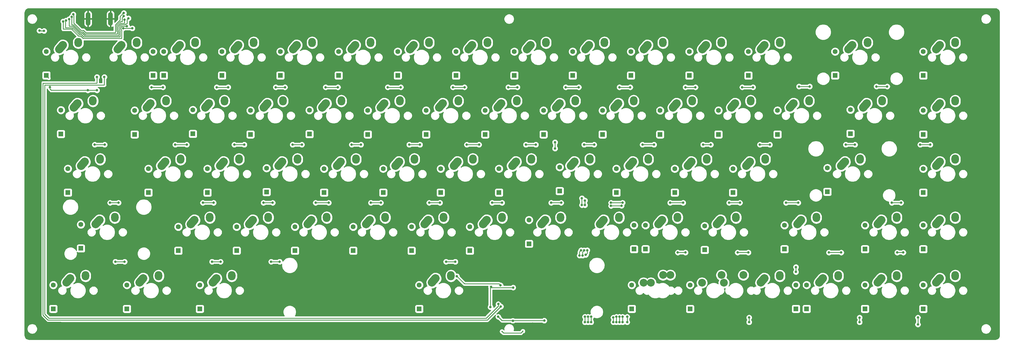
<source format=gbr>
G04 #@! TF.GenerationSoftware,KiCad,Pcbnew,(5.1.5)-3*
G04 #@! TF.CreationDate,2020-03-18T20:23:37-05:00*
G04 #@! TF.ProjectId,Advanced-PCB,41647661-6e63-4656-942d-5043422e6b69,rev?*
G04 #@! TF.SameCoordinates,Original*
G04 #@! TF.FileFunction,Copper,L1,Top*
G04 #@! TF.FilePolarity,Positive*
%FSLAX46Y46*%
G04 Gerber Fmt 4.6, Leading zero omitted, Abs format (unit mm)*
G04 Created by KiCad (PCBNEW (5.1.5)-3) date 2020-03-18 20:23:37*
%MOMM*%
%LPD*%
G04 APERTURE LIST*
%ADD10C,2.700000*%
%ADD11C,2.500000*%
%ADD12O,2.500000X3.000000*%
%ADD13C,1.600000*%
%ADD14R,1.600000X1.600000*%
%ADD15C,2.540000*%
%ADD16O,1.500000X4.400000*%
%ADD17C,0.800000*%
%ADD18C,0.444500*%
%ADD19C,0.254000*%
G04 APERTURE END LIST*
D10*
X25271703Y-128695761D02*
X24090797Y-130054239D01*
D11*
X25281250Y-128675000D03*
X24081250Y-130075000D03*
D12*
X30281250Y-127875000D03*
D10*
X308640453Y-52495761D02*
X307459547Y-53854239D01*
D11*
X308650000Y-52475000D03*
X307450000Y-53875000D03*
D12*
X313650000Y-51675000D03*
D13*
X43750000Y-130850000D03*
D14*
X43750000Y-138650000D03*
D10*
X49084203Y-128695761D02*
X47903297Y-130054239D01*
D11*
X49093750Y-128675000D03*
X47893750Y-130075000D03*
D12*
X54093750Y-127875000D03*
D15*
X231140000Y-130135000D03*
X237490000Y-127595000D03*
X212090000Y-130135000D03*
X218440000Y-127595000D03*
D10*
X251490453Y-128695761D02*
X250309547Y-130054239D01*
D11*
X251500000Y-128675000D03*
X250300000Y-130075000D03*
D12*
X256500000Y-127875000D03*
D10*
X84802953Y-109645761D02*
X83622047Y-111004239D01*
D11*
X84812500Y-109625000D03*
X83612500Y-111025000D03*
D12*
X89812500Y-108825000D03*
D10*
X70515453Y-71545761D02*
X69334547Y-72904239D01*
D11*
X70525000Y-71525000D03*
X69325000Y-72925000D03*
D12*
X75525000Y-70725000D03*
D13*
X261750000Y-130850000D03*
D14*
X261750000Y-138650000D03*
D13*
X303250000Y-73850000D03*
D14*
X303250000Y-81650000D03*
D13*
X303250000Y-54600000D03*
D14*
X303250000Y-62400000D03*
D13*
X303250000Y-130850000D03*
D14*
X303250000Y-138650000D03*
D13*
X303250000Y-111350000D03*
D14*
X303250000Y-119150000D03*
D13*
X303250000Y-92850000D03*
D14*
X303250000Y-100650000D03*
D13*
X279500000Y-73600000D03*
D14*
X279500000Y-81400000D03*
D13*
X274500000Y-54600000D03*
D14*
X274500000Y-62400000D03*
D13*
X284250000Y-130850000D03*
D14*
X284250000Y-138650000D03*
D13*
X284250000Y-111350000D03*
D14*
X284250000Y-119150000D03*
D13*
X272000000Y-92600000D03*
D14*
X272000000Y-100400000D03*
D13*
X255750000Y-73850000D03*
D14*
X255750000Y-81650000D03*
D13*
X246250000Y-54600000D03*
D14*
X246250000Y-62400000D03*
D13*
X265250000Y-130850000D03*
D14*
X265250000Y-138650000D03*
D13*
X258000000Y-111350000D03*
D14*
X258000000Y-119150000D03*
D13*
X241250000Y-92850000D03*
D14*
X241250000Y-100650000D03*
D13*
X236500000Y-73850000D03*
D14*
X236500000Y-81650000D03*
D13*
X227000000Y-54600000D03*
D14*
X227000000Y-62400000D03*
D13*
X227250000Y-130850000D03*
D14*
X227250000Y-138650000D03*
D13*
X232000000Y-111600000D03*
D14*
X232000000Y-119400000D03*
D13*
X222250000Y-92850000D03*
D14*
X222250000Y-100650000D03*
D13*
X217500000Y-73850000D03*
D14*
X217500000Y-81650000D03*
D13*
X208000000Y-54600000D03*
D14*
X208000000Y-62400000D03*
D13*
X208250000Y-130850000D03*
D14*
X208250000Y-138650000D03*
D13*
X212750000Y-111350000D03*
D14*
X212750000Y-119150000D03*
D13*
X203250000Y-92850000D03*
D14*
X203250000Y-100650000D03*
D13*
X198750000Y-73850000D03*
D14*
X198750000Y-81650000D03*
D13*
X189000000Y-54600000D03*
D14*
X189000000Y-62400000D03*
D13*
X209000000Y-111350000D03*
D14*
X209000000Y-119150000D03*
D13*
X184750000Y-92350000D03*
D14*
X184750000Y-100150000D03*
D13*
X179500000Y-73850000D03*
D14*
X179500000Y-81650000D03*
D13*
X170000000Y-54600000D03*
D14*
X170000000Y-62400000D03*
D13*
X174750000Y-109600000D03*
D14*
X174750000Y-117400000D03*
D13*
X165000000Y-92850000D03*
D14*
X165000000Y-100650000D03*
D13*
X160500000Y-73850000D03*
D14*
X160500000Y-81650000D03*
D13*
X151000000Y-54600000D03*
D14*
X151000000Y-62400000D03*
D13*
X155500000Y-111850000D03*
D14*
X155500000Y-119650000D03*
D13*
X146000000Y-92850000D03*
D14*
X146000000Y-100650000D03*
D13*
X141250000Y-73850000D03*
D14*
X141250000Y-81650000D03*
D13*
X132000000Y-54600000D03*
D14*
X132000000Y-62400000D03*
D13*
X139000000Y-130850000D03*
D14*
X139000000Y-138650000D03*
D13*
X136500000Y-111850000D03*
D14*
X136500000Y-119650000D03*
D13*
X127250000Y-92850000D03*
D14*
X127250000Y-100650000D03*
D13*
X122250000Y-73850000D03*
D14*
X122250000Y-81650000D03*
D13*
X112750000Y-54600000D03*
D14*
X112750000Y-62400000D03*
D13*
X117500000Y-111850000D03*
D14*
X117500000Y-119650000D03*
D13*
X108000000Y-92850000D03*
D14*
X108000000Y-100650000D03*
D13*
X103250000Y-73750000D03*
D14*
X103250000Y-81550000D03*
D13*
X93750000Y-54600000D03*
D14*
X93750000Y-62400000D03*
D13*
X98500000Y-111850000D03*
D14*
X98500000Y-119650000D03*
D13*
X89250000Y-92675000D03*
D14*
X89250000Y-100475000D03*
D13*
X84000000Y-73850000D03*
D14*
X84000000Y-81650000D03*
D13*
X74750000Y-54600000D03*
D14*
X74750000Y-62400000D03*
D13*
X67500000Y-130850000D03*
D14*
X67500000Y-138650000D03*
D13*
X79500000Y-111850000D03*
D14*
X79500000Y-119650000D03*
D13*
X70000000Y-92850000D03*
D14*
X70000000Y-100650000D03*
D13*
X65250000Y-73675000D03*
D14*
X65250000Y-81475000D03*
D13*
X55750000Y-54600000D03*
D14*
X55750000Y-62400000D03*
D13*
X60500000Y-111850000D03*
D14*
X60500000Y-119650000D03*
D13*
X50750000Y-92850000D03*
D14*
X50750000Y-100650000D03*
D13*
X46250000Y-73850000D03*
D14*
X46250000Y-81650000D03*
D13*
X52250000Y-54600000D03*
D14*
X52250000Y-62400000D03*
D13*
X19750000Y-130850000D03*
D14*
X19750000Y-138650000D03*
D13*
X28750000Y-111100000D03*
D14*
X28750000Y-118900000D03*
D13*
X24500000Y-92850000D03*
D14*
X24500000Y-100650000D03*
D13*
X22250000Y-73700000D03*
D14*
X22250000Y-81500000D03*
X17500000Y-62370000D03*
D13*
X17500000Y-54570000D03*
D15*
X244633750Y-127595000D03*
X238283750Y-130135000D03*
X220821250Y-127595000D03*
X214471250Y-130135000D03*
D10*
X34814281Y-109661450D02*
X33598219Y-110988550D01*
D11*
X33606250Y-111025000D03*
D12*
X39806250Y-108825000D03*
D11*
X34806250Y-109625000D03*
D10*
X30034203Y-90595761D02*
X28853297Y-91954239D01*
D11*
X30043750Y-90575000D03*
X28843750Y-91975000D03*
D12*
X35043750Y-89775000D03*
D10*
X27652953Y-71545761D02*
X26472047Y-72904239D01*
D11*
X27662500Y-71525000D03*
X26462500Y-72925000D03*
D12*
X32662500Y-70725000D03*
D10*
X22890453Y-52495761D02*
X21709547Y-53854239D01*
D11*
X22900000Y-52475000D03*
X21700000Y-53875000D03*
D12*
X27900000Y-51675000D03*
D10*
X170527953Y-90595761D02*
X169347047Y-91954239D01*
D11*
X170537500Y-90575000D03*
X169337500Y-91975000D03*
D12*
X175537500Y-89775000D03*
D10*
X146715453Y-71545761D02*
X145534547Y-72904239D01*
D11*
X146725000Y-71525000D03*
X145525000Y-72925000D03*
D12*
X151725000Y-70725000D03*
D10*
X151477953Y-90595761D02*
X150297047Y-91954239D01*
D11*
X151487500Y-90575000D03*
X150287500Y-91975000D03*
D12*
X156487500Y-89775000D03*
D10*
X227677953Y-90595761D02*
X226497047Y-91954239D01*
D11*
X227687500Y-90575000D03*
X226487500Y-91975000D03*
D12*
X232687500Y-89775000D03*
D10*
X308640453Y-71545761D02*
X307459547Y-72904239D01*
D11*
X308650000Y-71525000D03*
X307450000Y-72925000D03*
D12*
X313650000Y-70725000D03*
D10*
X308640453Y-128695761D02*
X307459547Y-130054239D01*
D11*
X308650000Y-128675000D03*
X307450000Y-130075000D03*
D12*
X313650000Y-127875000D03*
D10*
X308640453Y-109645761D02*
X307459547Y-111004239D01*
D11*
X308650000Y-109625000D03*
X307450000Y-111025000D03*
D12*
X313650000Y-108825000D03*
D10*
X308640453Y-90595761D02*
X307459547Y-91954239D01*
D11*
X308650000Y-90575000D03*
X307450000Y-91975000D03*
D12*
X313650000Y-89775000D03*
D10*
X284827953Y-71545761D02*
X283647047Y-72904239D01*
D11*
X284837500Y-71525000D03*
X283637500Y-72925000D03*
D12*
X289837500Y-70725000D03*
D10*
X280083031Y-52511450D02*
X278866969Y-53838550D01*
D11*
X278875000Y-53875000D03*
D12*
X285075000Y-51675000D03*
D11*
X280075000Y-52475000D03*
D10*
X289590453Y-128695761D02*
X288409547Y-130054239D01*
D11*
X289600000Y-128675000D03*
X288400000Y-130075000D03*
D12*
X294600000Y-127875000D03*
D10*
X289590453Y-109645761D02*
X288409547Y-111004239D01*
D11*
X289600000Y-109625000D03*
X288400000Y-111025000D03*
D12*
X294600000Y-108825000D03*
D10*
X277701781Y-90611450D02*
X276485719Y-91938550D01*
D11*
X276493750Y-91975000D03*
D12*
X282693750Y-89775000D03*
D11*
X277693750Y-90575000D03*
D10*
X261015453Y-71545761D02*
X259834547Y-72904239D01*
D11*
X261025000Y-71525000D03*
X259825000Y-72925000D03*
D12*
X266025000Y-70725000D03*
D10*
X251490453Y-52495761D02*
X250309547Y-53854239D01*
D11*
X251500000Y-52475000D03*
X250300000Y-53875000D03*
D12*
X256500000Y-51675000D03*
D10*
X270540453Y-128695761D02*
X269359547Y-130054239D01*
D11*
X270550000Y-128675000D03*
X269350000Y-130075000D03*
D12*
X275550000Y-127875000D03*
D10*
X263396703Y-109645761D02*
X262215797Y-111004239D01*
D11*
X263406250Y-109625000D03*
X262206250Y-111025000D03*
D12*
X268406250Y-108825000D03*
D10*
X246727953Y-90595761D02*
X245547047Y-91954239D01*
D11*
X246737500Y-90575000D03*
X245537500Y-91975000D03*
D12*
X251737500Y-89775000D03*
D10*
X241965453Y-71545761D02*
X240784547Y-72904239D01*
D11*
X241975000Y-71525000D03*
X240775000Y-72925000D03*
D12*
X246975000Y-70725000D03*
D10*
X232440453Y-52495761D02*
X231259547Y-53854239D01*
D11*
X232450000Y-52475000D03*
X231250000Y-53875000D03*
D12*
X237450000Y-51675000D03*
D10*
X237202953Y-109645761D02*
X236022047Y-111004239D01*
D11*
X237212500Y-109625000D03*
X236012500Y-111025000D03*
D12*
X242212500Y-108825000D03*
D10*
X222915453Y-71545761D02*
X221734547Y-72904239D01*
D11*
X222925000Y-71525000D03*
X221725000Y-72925000D03*
D12*
X227925000Y-70725000D03*
D10*
X213390453Y-52495761D02*
X212209547Y-53854239D01*
D11*
X213400000Y-52475000D03*
X212200000Y-53875000D03*
D12*
X218400000Y-51675000D03*
D10*
X218152953Y-109645761D02*
X216972047Y-111004239D01*
D11*
X218162500Y-109625000D03*
X216962500Y-111025000D03*
D12*
X223162500Y-108825000D03*
D10*
X208627953Y-90595761D02*
X207447047Y-91954239D01*
D11*
X208637500Y-90575000D03*
X207437500Y-91975000D03*
D12*
X213637500Y-89775000D03*
D10*
X203865453Y-71545761D02*
X202684547Y-72904239D01*
D11*
X203875000Y-71525000D03*
X202675000Y-72925000D03*
D12*
X208875000Y-70725000D03*
D10*
X194340453Y-52495761D02*
X193159547Y-53854239D01*
D11*
X194350000Y-52475000D03*
X193150000Y-53875000D03*
D12*
X199350000Y-51675000D03*
D10*
X199102953Y-109645761D02*
X197922047Y-111004239D01*
D11*
X199112500Y-109625000D03*
X197912500Y-111025000D03*
D12*
X204112500Y-108825000D03*
D10*
X189577953Y-90595761D02*
X188397047Y-91954239D01*
D11*
X189587500Y-90575000D03*
X188387500Y-91975000D03*
D12*
X194587500Y-89775000D03*
D10*
X184815453Y-71545761D02*
X183634547Y-72904239D01*
D11*
X184825000Y-71525000D03*
X183625000Y-72925000D03*
D12*
X189825000Y-70725000D03*
D10*
X175290453Y-52495761D02*
X174109547Y-53854239D01*
D11*
X175300000Y-52475000D03*
X174100000Y-53875000D03*
D12*
X180300000Y-51675000D03*
D10*
X180052953Y-109645761D02*
X178872047Y-111004239D01*
D11*
X180062500Y-109625000D03*
X178862500Y-111025000D03*
D12*
X185062500Y-108825000D03*
D10*
X165765453Y-71545761D02*
X164584547Y-72904239D01*
D11*
X165775000Y-71525000D03*
X164575000Y-72925000D03*
D12*
X170775000Y-70725000D03*
D10*
X156240453Y-52495761D02*
X155059547Y-53854239D01*
D11*
X156250000Y-52475000D03*
X155050000Y-53875000D03*
D12*
X161250000Y-51675000D03*
D10*
X161002953Y-109645761D02*
X159822047Y-111004239D01*
D11*
X161012500Y-109625000D03*
X159812500Y-111025000D03*
D12*
X166012500Y-108825000D03*
D10*
X137190453Y-52495761D02*
X136009547Y-53854239D01*
D11*
X137200000Y-52475000D03*
X136000000Y-53875000D03*
D12*
X142200000Y-51675000D03*
D10*
X144334203Y-128695761D02*
X143153297Y-130054239D01*
D11*
X143143750Y-130075000D03*
D12*
X149343750Y-127875000D03*
D11*
X144343750Y-128675000D03*
D10*
X141952953Y-109645761D02*
X140772047Y-111004239D01*
D11*
X141962500Y-109625000D03*
X140762500Y-111025000D03*
D12*
X146962500Y-108825000D03*
D10*
X132427953Y-90595761D02*
X131247047Y-91954239D01*
D11*
X132437500Y-90575000D03*
X131237500Y-91975000D03*
D12*
X137437500Y-89775000D03*
D10*
X127665453Y-71545761D02*
X126484547Y-72904239D01*
D11*
X127675000Y-71525000D03*
X126475000Y-72925000D03*
D12*
X132675000Y-70725000D03*
D10*
X118140453Y-52495761D02*
X116959547Y-53854239D01*
D11*
X118150000Y-52475000D03*
X116950000Y-53875000D03*
D12*
X123150000Y-51675000D03*
D10*
X122902953Y-109645761D02*
X121722047Y-111004239D01*
D11*
X122912500Y-109625000D03*
X121712500Y-111025000D03*
D12*
X127912500Y-108825000D03*
D10*
X113377953Y-90595761D02*
X112197047Y-91954239D01*
D11*
X113387500Y-90575000D03*
X112187500Y-91975000D03*
D12*
X118387500Y-89775000D03*
D10*
X108615453Y-71545761D02*
X107434547Y-72904239D01*
D11*
X108625000Y-71525000D03*
X107425000Y-72925000D03*
D12*
X113625000Y-70725000D03*
D10*
X99090453Y-52495761D02*
X97909547Y-53854239D01*
D11*
X99100000Y-52475000D03*
X97900000Y-53875000D03*
D12*
X104100000Y-51675000D03*
D10*
X103852953Y-109645761D02*
X102672047Y-111004239D01*
D11*
X103862500Y-109625000D03*
X102662500Y-111025000D03*
D12*
X108862500Y-108825000D03*
D10*
X94327953Y-90595761D02*
X93147047Y-91954239D01*
D11*
X94337500Y-90575000D03*
X93137500Y-91975000D03*
D12*
X99337500Y-89775000D03*
D10*
X89565453Y-71545761D02*
X88384547Y-72904239D01*
D11*
X89575000Y-71525000D03*
X88375000Y-72925000D03*
D12*
X94575000Y-70725000D03*
D10*
X80040453Y-52495761D02*
X78859547Y-53854239D01*
D11*
X80050000Y-52475000D03*
X78850000Y-53875000D03*
D12*
X85050000Y-51675000D03*
D10*
X72896703Y-128695761D02*
X71715797Y-130054239D01*
D11*
X72906250Y-128675000D03*
X71706250Y-130075000D03*
D12*
X77906250Y-127875000D03*
D10*
X75277953Y-90595761D02*
X74097047Y-91954239D01*
D11*
X75287500Y-90575000D03*
X74087500Y-91975000D03*
D12*
X80287500Y-89775000D03*
D10*
X60990453Y-52495761D02*
X59809547Y-53854239D01*
D11*
X61000000Y-52475000D03*
X59800000Y-53875000D03*
D12*
X66000000Y-51675000D03*
D10*
X65752953Y-109645761D02*
X64572047Y-111004239D01*
D11*
X65762500Y-109625000D03*
X64562500Y-111025000D03*
D12*
X70762500Y-108825000D03*
D10*
X56227953Y-90595761D02*
X55047047Y-91954239D01*
D11*
X56237500Y-90575000D03*
X55037500Y-91975000D03*
D12*
X61237500Y-89775000D03*
D10*
X51465453Y-71545761D02*
X50284547Y-72904239D01*
D11*
X51475000Y-71525000D03*
X50275000Y-72925000D03*
D12*
X56475000Y-70725000D03*
D10*
X41940453Y-52495761D02*
X40759547Y-53854239D01*
D11*
X41950000Y-52475000D03*
X40750000Y-53875000D03*
D12*
X46950000Y-51675000D03*
D16*
X31100000Y-43900000D03*
X38400000Y-43900000D03*
D17*
X16750000Y-47827000D03*
X15250000Y-47750000D03*
X169600000Y-131700000D03*
X162200000Y-138100000D03*
X162400000Y-131500000D03*
X164800000Y-137100000D03*
X36400000Y-62900000D03*
X45500000Y-47000000D03*
X42500000Y-47000000D03*
X204933772Y-104948685D03*
X201500000Y-105000000D03*
X165600000Y-137900000D03*
X34000000Y-62900000D03*
X261750000Y-126598000D03*
X261750000Y-125000000D03*
X31000000Y-67250000D03*
X34000000Y-67250000D03*
X51750000Y-66250000D03*
X55500000Y-66250000D03*
X73000000Y-66250000D03*
X76750000Y-66250000D03*
X92250000Y-66250000D03*
X95250000Y-66250000D03*
X108500000Y-66250000D03*
X112500000Y-66250000D03*
X128750000Y-66250000D03*
X133000000Y-66250000D03*
X150000000Y-66250000D03*
X153750000Y-66250000D03*
X168000000Y-66250000D03*
X171000000Y-66250000D03*
X186750000Y-66250000D03*
X191000000Y-66250000D03*
X204250000Y-66250000D03*
X207750000Y-66250000D03*
X225750000Y-66250000D03*
X229000000Y-66250000D03*
X244250000Y-66250000D03*
X247750000Y-66250000D03*
X262750000Y-66000000D03*
X262750000Y-66000000D03*
X266250000Y-66000000D03*
X288000000Y-66000000D03*
X291500000Y-66000000D03*
X183250000Y-84250000D03*
X183250000Y-86250000D03*
X192000000Y-102500000D03*
X192000000Y-104750000D03*
X191747564Y-119497564D03*
X191250000Y-121250000D03*
X18649999Y-66227000D03*
X33250000Y-85000000D03*
X36500000Y-85000000D03*
X59500000Y-85000000D03*
X63250000Y-85000000D03*
X78750000Y-85000000D03*
X82000000Y-85000000D03*
X97750000Y-85000000D03*
X100750000Y-85000000D03*
X117000000Y-85000000D03*
X120000000Y-85000000D03*
X135750000Y-85000000D03*
X139250000Y-85000000D03*
X154500000Y-85000000D03*
X158500000Y-85000000D03*
X173750000Y-85000000D03*
X177000000Y-85000000D03*
X192750000Y-85000000D03*
X196000000Y-85000000D03*
X211750000Y-85000000D03*
X215500000Y-85000000D03*
X231500000Y-85000000D03*
X234000000Y-85000000D03*
X250000000Y-85000000D03*
X253250000Y-85000000D03*
X278000000Y-85000000D03*
X281000000Y-85000000D03*
X302250000Y-85000000D03*
X305500000Y-85000000D03*
X193000000Y-103250000D03*
X193000000Y-104750000D03*
X192750263Y-119523000D03*
X192250000Y-121250000D03*
X38250000Y-104000000D03*
X41000000Y-104000000D03*
X68500000Y-104000000D03*
X72000000Y-104000000D03*
X88250000Y-104000000D03*
X91250000Y-104000000D03*
X105250000Y-104000000D03*
X109500000Y-104000000D03*
X123250000Y-104000000D03*
X126500000Y-104000000D03*
X142250000Y-104000000D03*
X145750000Y-104000000D03*
X162750000Y-104000000D03*
X166000000Y-104000000D03*
X182000000Y-104000000D03*
X185250000Y-104000000D03*
X201500000Y-104000000D03*
X205250000Y-104000000D03*
X220750000Y-104000000D03*
X225000000Y-104000000D03*
X240000000Y-104000000D03*
X243500000Y-104000000D03*
X258500000Y-104000000D03*
X262500000Y-104000000D03*
X293000000Y-104000000D03*
X296000000Y-104000000D03*
X193750000Y-119500000D03*
X193273000Y-121000000D03*
X40000000Y-123250000D03*
X43000000Y-123250000D03*
X71500000Y-123250000D03*
X74250000Y-123250000D03*
X90750000Y-123250000D03*
X93500000Y-123250000D03*
X147750000Y-123250000D03*
X150750000Y-123250000D03*
X223250000Y-120250000D03*
X225750000Y-120250000D03*
X242750000Y-120250000D03*
X246250000Y-120250000D03*
X272500000Y-120250000D03*
X276500000Y-120250000D03*
X294750000Y-120250000D03*
X296750000Y-120250000D03*
X164750000Y-141250000D03*
X179750000Y-142500000D03*
X169500000Y-142550002D03*
X43750000Y-46273000D03*
X23000000Y-44750000D03*
X44250000Y-43727000D03*
X23948685Y-44433772D03*
D18*
X165941518Y-146044123D03*
X172773440Y-145929800D03*
D17*
X24924527Y-43995674D03*
X42920827Y-44178988D03*
X25750265Y-43290811D03*
X42750000Y-43000003D03*
X151250000Y-128000000D03*
X165500000Y-130973000D03*
X26284470Y-42445453D03*
X42750000Y-42000000D03*
X42750000Y-42000000D03*
X193000000Y-141250000D03*
X193000000Y-143000000D03*
X194000003Y-143000000D03*
X194000000Y-141250000D03*
X195000006Y-143000000D03*
X195000000Y-141250000D03*
X246500000Y-141500000D03*
X246500000Y-143000000D03*
X206750000Y-143000000D03*
X206750000Y-141250000D03*
X205250000Y-143000000D03*
X205250000Y-141250000D03*
X282500000Y-141523000D03*
X282500000Y-143000000D03*
X301500000Y-141500000D03*
X301500000Y-143750000D03*
X204250000Y-143000000D03*
X204250000Y-141250000D03*
X203249997Y-143000000D03*
X203250000Y-141250000D03*
X202249994Y-143000000D03*
X202250000Y-141500000D03*
X33000000Y-64000000D03*
X176000000Y-143500000D03*
X160000000Y-127500000D03*
X161826567Y-127826567D03*
X164750000Y-134750000D03*
X165500000Y-136250000D03*
X169250000Y-136250000D03*
X169527000Y-139427000D03*
X171327000Y-133750000D03*
X182750000Y-144977000D03*
X182750000Y-143523000D03*
X182750000Y-141802000D03*
X182750000Y-140250000D03*
X168750000Y-123973000D03*
X177000000Y-124000000D03*
X171750000Y-120500000D03*
D19*
X16750000Y-47827000D02*
X15327000Y-47827000D01*
X15327000Y-47827000D02*
X15250000Y-47750000D01*
X169600000Y-131700000D02*
X162400000Y-131700000D01*
X162400000Y-131700000D02*
X162200000Y-131900000D01*
X162200000Y-131900000D02*
X162200000Y-138100000D01*
X162400000Y-131700000D02*
X162400000Y-131500000D01*
X164800000Y-137100000D02*
X164800000Y-137700000D01*
X164800000Y-137700000D02*
X160800000Y-141700000D01*
X18310929Y-141700000D02*
X17000000Y-140389071D01*
X160800000Y-141700000D02*
X18310929Y-141700000D01*
X17000000Y-140389071D02*
X17000000Y-65500000D01*
X17000000Y-65500000D02*
X36400000Y-65500000D01*
X36400000Y-65500000D02*
X36400000Y-62900000D01*
X45500000Y-47000000D02*
X42500000Y-47000000D01*
X204933772Y-104948685D02*
X201551315Y-104948685D01*
X201551315Y-104948685D02*
X201500000Y-105000000D01*
X212090000Y-130135000D02*
X214471250Y-130135000D01*
X165600000Y-137900000D02*
X161400000Y-142100000D01*
X161400000Y-142100000D02*
X161200000Y-142300000D01*
X161200000Y-142300000D02*
X18000000Y-142300000D01*
X18000000Y-142300000D02*
X16400000Y-140700000D01*
X16400000Y-140700000D02*
X16400000Y-64900000D01*
X16400000Y-64900000D02*
X17800000Y-64900000D01*
X17800000Y-64900000D02*
X34000000Y-64900000D01*
X34000000Y-64900000D02*
X34000000Y-62900000D01*
X261750000Y-126598000D02*
X261750000Y-125000000D01*
X31000000Y-67250000D02*
X34000000Y-67250000D01*
X51750000Y-66250000D02*
X55500000Y-66250000D01*
X73000000Y-66250000D02*
X76750000Y-66250000D01*
X92250000Y-66250000D02*
X95250000Y-66250000D01*
X108500000Y-66250000D02*
X112500000Y-66250000D01*
X128750000Y-66250000D02*
X133000000Y-66250000D01*
X150000000Y-66250000D02*
X153500000Y-66250000D01*
X153500000Y-66250000D02*
X153750000Y-66250000D01*
X168000000Y-66250000D02*
X171000000Y-66250000D01*
X186750000Y-66250000D02*
X191000000Y-66250000D01*
X204250000Y-66250000D02*
X207750000Y-66250000D01*
X225750000Y-66250000D02*
X229000000Y-66250000D01*
X244250000Y-66250000D02*
X247750000Y-66250000D01*
X262750000Y-66000000D02*
X266250000Y-66000000D01*
X288000000Y-66000000D02*
X291500000Y-66000000D01*
X183250000Y-84250000D02*
X183250000Y-86250000D01*
X192000000Y-102500000D02*
X192000000Y-104750000D01*
X191747564Y-119497564D02*
X191250000Y-119995128D01*
X191250000Y-119995128D02*
X191250000Y-121250000D01*
X16980000Y-62370000D02*
X17347000Y-62370000D01*
X17347000Y-62370000D02*
X18250000Y-63273000D01*
X18649999Y-66227000D02*
X18649999Y-66792685D01*
X18649999Y-66792685D02*
X19107314Y-67250000D01*
X19107314Y-67250000D02*
X31000000Y-67250000D01*
X33250000Y-85000000D02*
X36500000Y-85000000D01*
X59500000Y-85000000D02*
X63000000Y-85000000D01*
X63000000Y-85000000D02*
X63250000Y-85000000D01*
X78750000Y-85000000D02*
X82000000Y-85000000D01*
X97750000Y-85000000D02*
X100750000Y-85000000D01*
X117000000Y-85000000D02*
X120000000Y-85000000D01*
X135750000Y-85000000D02*
X139250000Y-85000000D01*
X154500000Y-85000000D02*
X158500000Y-85000000D01*
X173750000Y-85000000D02*
X177000000Y-85000000D01*
X192750000Y-85000000D02*
X196000000Y-85000000D01*
X211750000Y-85000000D02*
X215500000Y-85000000D01*
X231500000Y-85000000D02*
X234000000Y-85000000D01*
X250000000Y-85000000D02*
X253250000Y-85000000D01*
X278000000Y-85000000D02*
X281000000Y-85000000D01*
X302250000Y-85000000D02*
X305500000Y-85000000D01*
X193000000Y-103250000D02*
X193000000Y-104750000D01*
X192750263Y-119523000D02*
X192250000Y-120023263D01*
X192250000Y-120023263D02*
X192250000Y-121250000D01*
X38250000Y-104000000D02*
X41000000Y-104000000D01*
X68500000Y-104000000D02*
X72000000Y-104000000D01*
X88250000Y-104000000D02*
X91250000Y-104000000D01*
X105250000Y-104000000D02*
X109500000Y-104000000D01*
X123250000Y-104000000D02*
X126500000Y-104000000D01*
X142250000Y-104000000D02*
X145750000Y-104000000D01*
X162750000Y-104000000D02*
X166000000Y-104000000D01*
X182000000Y-104000000D02*
X185250000Y-104000000D01*
X201500000Y-104000000D02*
X205250000Y-104000000D01*
X220750000Y-104000000D02*
X225000000Y-104000000D01*
X240000000Y-104000000D02*
X243500000Y-104000000D01*
X258500000Y-104000000D02*
X262500000Y-104000000D01*
X293000000Y-104000000D02*
X296000000Y-104000000D01*
X193750000Y-119500000D02*
X193750000Y-120523000D01*
X193750000Y-120523000D02*
X193273000Y-121000000D01*
X40000000Y-123250000D02*
X43000000Y-123250000D01*
X71500000Y-123250000D02*
X74250000Y-123250000D01*
X90750000Y-123250000D02*
X93500000Y-123250000D01*
X147750000Y-123250000D02*
X150750000Y-123250000D01*
X223250000Y-120250000D02*
X225750000Y-120250000D01*
X242750000Y-120250000D02*
X246250000Y-120250000D01*
X272500000Y-120250000D02*
X276500000Y-120250000D01*
X294750000Y-120250000D02*
X296750000Y-120250000D01*
X164750000Y-141250000D02*
X165149999Y-141649999D01*
X165149999Y-141649999D02*
X166000000Y-142500000D01*
X172000000Y-142500000D02*
X179750000Y-142500000D01*
X169500000Y-142500000D02*
X169500000Y-142550002D01*
X169500000Y-142500000D02*
X172000000Y-142500000D01*
X166000000Y-142500000D02*
X169500000Y-142500000D01*
X23000000Y-47250000D02*
X23000000Y-44750000D01*
X41772999Y-47348961D02*
X42000000Y-47575962D01*
X28000000Y-49500000D02*
X25750000Y-47250000D01*
X41772999Y-46651039D02*
X41772999Y-47348961D01*
X43750000Y-46273000D02*
X42151038Y-46273000D01*
X42000000Y-47575962D02*
X42000000Y-50250000D01*
X29500000Y-50250000D02*
X28750000Y-49500000D01*
X42000000Y-50250000D02*
X29500000Y-50250000D01*
X28750000Y-49500000D02*
X28000000Y-49500000D01*
X42151038Y-46273000D02*
X41772999Y-46651039D01*
X25750000Y-47250000D02*
X23000000Y-47250000D01*
X43401039Y-45545999D02*
X43704001Y-45545999D01*
X43850001Y-44126999D02*
X44250000Y-43727000D01*
X43128048Y-45818990D02*
X43401039Y-45545999D01*
X43704001Y-45545999D02*
X43850001Y-45399999D01*
X41962981Y-45818990D02*
X43128048Y-45818990D01*
X41318989Y-47568989D02*
X41318989Y-46462982D01*
X41545990Y-47795990D02*
X41318989Y-47568989D01*
X25938057Y-46795991D02*
X28188056Y-49045990D01*
X23948685Y-44433772D02*
X23727001Y-44655456D01*
X23727001Y-44655456D02*
X23727001Y-46795990D01*
X41318989Y-46462982D02*
X41962981Y-45818990D01*
X29750000Y-49750000D02*
X29795990Y-49795990D01*
X23727001Y-46795990D02*
X25938057Y-46795991D01*
X28938057Y-49045990D02*
X29642066Y-49750000D01*
X29642066Y-49750000D02*
X29750000Y-49750000D01*
X29795990Y-49795990D02*
X41454010Y-49795990D01*
X43850001Y-45399999D02*
X43850001Y-44126999D01*
X41454010Y-49795990D02*
X41545990Y-49704010D01*
X28188056Y-49045990D02*
X28938057Y-49045990D01*
X41545990Y-49704010D02*
X41545990Y-47795990D01*
X172139499Y-146563741D02*
X172773440Y-145929800D01*
X165941518Y-146044123D02*
X166461136Y-146563741D01*
X166461136Y-146563741D02*
X172139499Y-146563741D01*
X42920827Y-45329173D02*
X42920827Y-44178988D01*
X41774924Y-45364980D02*
X42885020Y-45364980D01*
X28376112Y-48591980D02*
X29250000Y-48591980D01*
X42885020Y-45364980D02*
X42920827Y-45329173D01*
X24924527Y-43995674D02*
X24924527Y-46325473D01*
X40864979Y-47757046D02*
X40864979Y-46274925D01*
X26126114Y-46341981D02*
X28376112Y-48591980D01*
X41091980Y-47984047D02*
X40864979Y-47757046D01*
X24924527Y-46325473D02*
X24941035Y-46341981D01*
X29250000Y-48591980D02*
X30000000Y-49341980D01*
X41091980Y-49341980D02*
X41091980Y-47984047D01*
X24941035Y-46341981D02*
X26126114Y-46341981D01*
X30000000Y-49341980D02*
X41091980Y-49341980D01*
X40864979Y-46274925D02*
X41774924Y-45364980D01*
X25750265Y-45887706D02*
X25750265Y-43290811D01*
X25750000Y-45887971D02*
X25750265Y-45887706D01*
X26314171Y-45887971D02*
X25750000Y-45887971D01*
X28564168Y-48137970D02*
X26314171Y-45887971D01*
X30188056Y-48887970D02*
X29438057Y-48137970D01*
X30362030Y-48887970D02*
X30188056Y-48887970D01*
X29438057Y-48137970D02*
X28564168Y-48137970D01*
X42250000Y-44750000D02*
X41747837Y-44750000D01*
X30387970Y-48862030D02*
X30362030Y-48887970D01*
X42193826Y-43556177D02*
X42193826Y-44693826D01*
X42750000Y-43000003D02*
X42193826Y-43556177D01*
X40410969Y-46086868D02*
X40410969Y-47945103D01*
X41747837Y-44750000D02*
X40410969Y-46086868D01*
X42193826Y-44693826D02*
X42250000Y-44750000D01*
X40410969Y-47945103D02*
X40637970Y-48172104D01*
X40637970Y-48172104D02*
X40637970Y-48862030D01*
X40637970Y-48862030D02*
X30387970Y-48862030D01*
X151250000Y-128000000D02*
X153750000Y-130500000D01*
X153750000Y-130500000D02*
X165027000Y-130500000D01*
X165027000Y-130500000D02*
X165500000Y-130973000D01*
X26477266Y-42638249D02*
X26284470Y-42445453D01*
X28752225Y-47683960D02*
X26477266Y-45409000D01*
X41500000Y-43174041D02*
X41500000Y-44355770D01*
X42476998Y-42273002D02*
X42401039Y-42273002D01*
X39956959Y-48206959D02*
X40000000Y-48250000D01*
X41500000Y-44355770D02*
X39956959Y-45898811D01*
X29626114Y-47683960D02*
X28752225Y-47683960D01*
X30350172Y-48408020D02*
X29626114Y-47683960D01*
X42401039Y-42273002D02*
X41500000Y-43174041D01*
X42750000Y-42000000D02*
X42476998Y-42273002D01*
X26477266Y-45409000D02*
X26477266Y-42638249D01*
X39956959Y-45898811D02*
X39956959Y-48206959D01*
X40000000Y-48250000D02*
X40000000Y-48408020D01*
X40000000Y-48408020D02*
X30350172Y-48408020D01*
X193000000Y-143000000D02*
X193000000Y-141250000D01*
X194000003Y-143000000D02*
X194000003Y-141250003D01*
X194000003Y-141250003D02*
X194000000Y-141250000D01*
X195000006Y-143000000D02*
X195000006Y-141250006D01*
X195000006Y-141250006D02*
X195000000Y-141250000D01*
X246500000Y-141500000D02*
X246500000Y-143000000D01*
X206750000Y-143000000D02*
X206750000Y-141250000D01*
X205250000Y-143000000D02*
X205250000Y-141250000D01*
X282500000Y-141523000D02*
X282500000Y-143000000D01*
X301500000Y-141500000D02*
X301500000Y-143750000D01*
X204250000Y-143000000D02*
X204250000Y-141250000D01*
X203249997Y-143000000D02*
X203249997Y-141250003D01*
X203249997Y-141250003D02*
X203250000Y-141250000D01*
X202249994Y-143000000D02*
X202249994Y-141500006D01*
X202249994Y-141500006D02*
X202250000Y-141500000D01*
X33000000Y-64000000D02*
X15750000Y-64000000D01*
X15750000Y-64000000D02*
X15750000Y-74500000D01*
X15750000Y-74500000D02*
X15750000Y-86000000D01*
X15750000Y-86000000D02*
X15750000Y-86750000D01*
X15750000Y-86750000D02*
X15750000Y-141000000D01*
X15750000Y-141000000D02*
X17750000Y-143000000D01*
X17750000Y-143000000D02*
X22250000Y-143000000D01*
X22250000Y-143000000D02*
X22750000Y-143500000D01*
X22750000Y-143500000D02*
X176000000Y-143500000D01*
X160000000Y-127500000D02*
X161500000Y-127500000D01*
X161500000Y-127500000D02*
X161826567Y-127826567D01*
X165149999Y-135149999D02*
X165149999Y-135899999D01*
X164750000Y-134750000D02*
X165149999Y-135149999D01*
X165149999Y-135899999D02*
X165500000Y-136250000D01*
X169649999Y-136649999D02*
X169649999Y-139100001D01*
X169250000Y-136250000D02*
X169649999Y-136649999D01*
X169649999Y-139100001D02*
X169527000Y-139223000D01*
X169527000Y-139223000D02*
X169527000Y-139427000D01*
X169250000Y-136250000D02*
X171327000Y-134173000D01*
X171327000Y-134173000D02*
X171327000Y-133750000D01*
X182750000Y-144977000D02*
X182750000Y-143523000D01*
X182750000Y-141802000D02*
X182750000Y-140250000D01*
X168750000Y-123973000D02*
X170223000Y-123973000D01*
X170223000Y-123973000D02*
X170750000Y-123446000D01*
X170750000Y-119250000D02*
X170750000Y-118750000D01*
X170750000Y-118750000D02*
X178500000Y-118750000D01*
X178500000Y-118750000D02*
X178500000Y-124000000D01*
X178500000Y-124000000D02*
X177000000Y-124000000D01*
X171500000Y-120250000D02*
X171750000Y-120500000D01*
X170750000Y-120250000D02*
X171500000Y-120250000D01*
X170750000Y-120250000D02*
X170750000Y-119250000D01*
X170750000Y-123446000D02*
X170750000Y-120250000D01*
G36*
X326979662Y-40568601D02*
G01*
X327229438Y-40644013D01*
X327459808Y-40766503D01*
X327661994Y-40931401D01*
X327828308Y-41132441D01*
X327952402Y-41361950D01*
X328029554Y-41611188D01*
X328060025Y-41901105D01*
X328060000Y-147247721D01*
X328031375Y-147539660D01*
X327955965Y-147789429D01*
X327833477Y-148019794D01*
X327668579Y-148221979D01*
X327467546Y-148388288D01*
X327238046Y-148512378D01*
X326988805Y-148589531D01*
X326698911Y-148620000D01*
X11852279Y-148620000D01*
X11560340Y-148591375D01*
X11310571Y-148515965D01*
X11080206Y-148393477D01*
X10878021Y-148228579D01*
X10711712Y-148027546D01*
X10587622Y-147798046D01*
X10510469Y-147548805D01*
X10480000Y-147258911D01*
X10480000Y-145020782D01*
X11207980Y-145020782D01*
X11207980Y-145352698D01*
X11272734Y-145678236D01*
X11399752Y-145984887D01*
X11584155Y-146260865D01*
X11818855Y-146495565D01*
X12094833Y-146679968D01*
X12401484Y-146806986D01*
X12727022Y-146871740D01*
X13058938Y-146871740D01*
X13384476Y-146806986D01*
X13691127Y-146679968D01*
X13967105Y-146495565D01*
X14201805Y-146260865D01*
X14386208Y-145984887D01*
X14396644Y-145959691D01*
X165084268Y-145959691D01*
X165084268Y-146128555D01*
X165117212Y-146294174D01*
X165181833Y-146450183D01*
X165275648Y-146590588D01*
X165395053Y-146709993D01*
X165535458Y-146803808D01*
X165685879Y-146866114D01*
X165895856Y-147076092D01*
X165919714Y-147105163D01*
X165948784Y-147129020D01*
X166035743Y-147200386D01*
X166081745Y-147224974D01*
X166168121Y-147271143D01*
X166311758Y-147314715D01*
X166423710Y-147325741D01*
X166423713Y-147325741D01*
X166461136Y-147329427D01*
X166498559Y-147325741D01*
X172102076Y-147325741D01*
X172139499Y-147329427D01*
X172176922Y-147325741D01*
X172176925Y-147325741D01*
X172288877Y-147314715D01*
X172432514Y-147271143D01*
X172564891Y-147200386D01*
X172680921Y-147105163D01*
X172704782Y-147076088D01*
X173029079Y-146751791D01*
X173179500Y-146689485D01*
X173319905Y-146595670D01*
X173439310Y-146476265D01*
X173533125Y-146335860D01*
X173597746Y-146179851D01*
X173630690Y-146014232D01*
X173630690Y-145845368D01*
X173597746Y-145679749D01*
X173533125Y-145523740D01*
X173439310Y-145383335D01*
X173319905Y-145263930D01*
X173179500Y-145170115D01*
X173023491Y-145105494D01*
X172857872Y-145072550D01*
X172689008Y-145072550D01*
X172523389Y-145105494D01*
X172367380Y-145170115D01*
X172226975Y-145263930D01*
X172107570Y-145383335D01*
X172013755Y-145523740D01*
X171951449Y-145674161D01*
X171823869Y-145801741D01*
X169856729Y-145801741D01*
X169907886Y-145678236D01*
X169972640Y-145352698D01*
X169972640Y-145028402D01*
X322004920Y-145028402D01*
X322004920Y-145360318D01*
X322069674Y-145685856D01*
X322196692Y-145992507D01*
X322381095Y-146268485D01*
X322615795Y-146503185D01*
X322891773Y-146687588D01*
X323198424Y-146814606D01*
X323523962Y-146879360D01*
X323855878Y-146879360D01*
X324181416Y-146814606D01*
X324488067Y-146687588D01*
X324764045Y-146503185D01*
X324998745Y-146268485D01*
X325183148Y-145992507D01*
X325310166Y-145685856D01*
X325374920Y-145360318D01*
X325374920Y-145028402D01*
X325310166Y-144702864D01*
X325183148Y-144396213D01*
X324998745Y-144120235D01*
X324764045Y-143885535D01*
X324488067Y-143701132D01*
X324181416Y-143574114D01*
X323855878Y-143509360D01*
X323523962Y-143509360D01*
X323198424Y-143574114D01*
X322891773Y-143701132D01*
X322615795Y-143885535D01*
X322381095Y-144120235D01*
X322196692Y-144396213D01*
X322069674Y-144702864D01*
X322004920Y-145028402D01*
X169972640Y-145028402D01*
X169972640Y-145020782D01*
X169907886Y-144695244D01*
X169780868Y-144388593D01*
X169596465Y-144112615D01*
X169361765Y-143877915D01*
X169085787Y-143693512D01*
X168779136Y-143566494D01*
X168453598Y-143501740D01*
X168121682Y-143501740D01*
X167796144Y-143566494D01*
X167489493Y-143693512D01*
X167213515Y-143877915D01*
X166978815Y-144112615D01*
X166794412Y-144388593D01*
X166667394Y-144695244D01*
X166602640Y-145020782D01*
X166602640Y-145352698D01*
X166641685Y-145548987D01*
X166607388Y-145497658D01*
X166487983Y-145378253D01*
X166347578Y-145284438D01*
X166191569Y-145219817D01*
X166025950Y-145186873D01*
X165857086Y-145186873D01*
X165691467Y-145219817D01*
X165535458Y-145284438D01*
X165395053Y-145378253D01*
X165275648Y-145497658D01*
X165181833Y-145638063D01*
X165117212Y-145794072D01*
X165084268Y-145959691D01*
X14396644Y-145959691D01*
X14513226Y-145678236D01*
X14577980Y-145352698D01*
X14577980Y-145020782D01*
X14513226Y-144695244D01*
X14386208Y-144388593D01*
X14201805Y-144112615D01*
X13967105Y-143877915D01*
X13691127Y-143693512D01*
X13384476Y-143566494D01*
X13058938Y-143501740D01*
X12727022Y-143501740D01*
X12401484Y-143566494D01*
X12094833Y-143693512D01*
X11818855Y-143877915D01*
X11584155Y-144112615D01*
X11399752Y-144388593D01*
X11272734Y-144695244D01*
X11207980Y-145020782D01*
X10480000Y-145020782D01*
X10479982Y-64900000D01*
X15634314Y-64900000D01*
X15638001Y-64937436D01*
X15638000Y-140662577D01*
X15634314Y-140700000D01*
X15638000Y-140737423D01*
X15638000Y-140737425D01*
X15649026Y-140849377D01*
X15692598Y-140993014D01*
X15703470Y-141013354D01*
X15763355Y-141125392D01*
X15802983Y-141173678D01*
X15858578Y-141241422D01*
X15887654Y-141265284D01*
X17434716Y-142812346D01*
X17458578Y-142841422D01*
X17527593Y-142898061D01*
X17574607Y-142936645D01*
X17645364Y-142974465D01*
X17706985Y-143007402D01*
X17850622Y-143050974D01*
X17962574Y-143062000D01*
X17962577Y-143062000D01*
X18000000Y-143065686D01*
X18037423Y-143062000D01*
X161162577Y-143062000D01*
X161200000Y-143065686D01*
X161237423Y-143062000D01*
X161237426Y-143062000D01*
X161349378Y-143050974D01*
X161493015Y-143007402D01*
X161625392Y-142936645D01*
X161741422Y-142841422D01*
X161765285Y-142812345D01*
X161912351Y-142665279D01*
X163862816Y-140714815D01*
X163832795Y-140759744D01*
X163754774Y-140948102D01*
X163715000Y-141148061D01*
X163715000Y-141351939D01*
X163754774Y-141551898D01*
X163832795Y-141740256D01*
X163946063Y-141909774D01*
X164090226Y-142053937D01*
X164259744Y-142167205D01*
X164448102Y-142245226D01*
X164648061Y-142285000D01*
X164707370Y-142285000D01*
X165434720Y-143012351D01*
X165458578Y-143041422D01*
X165487648Y-143065279D01*
X165574607Y-143136645D01*
X165617879Y-143159774D01*
X165706985Y-143207402D01*
X165850622Y-143250974D01*
X165962574Y-143262000D01*
X165962577Y-143262000D01*
X166000000Y-143265686D01*
X166037423Y-143262000D01*
X168748287Y-143262000D01*
X168840226Y-143353939D01*
X169009744Y-143467207D01*
X169198102Y-143545228D01*
X169398061Y-143585002D01*
X169601939Y-143585002D01*
X169801898Y-143545228D01*
X169990256Y-143467207D01*
X170159774Y-143353939D01*
X170251713Y-143262000D01*
X179048289Y-143262000D01*
X179090226Y-143303937D01*
X179259744Y-143417205D01*
X179448102Y-143495226D01*
X179648061Y-143535000D01*
X179851939Y-143535000D01*
X180051898Y-143495226D01*
X180240256Y-143417205D01*
X180409774Y-143303937D01*
X180553937Y-143159774D01*
X180667205Y-142990256D01*
X180745226Y-142801898D01*
X180785000Y-142601939D01*
X180785000Y-142398061D01*
X180745226Y-142198102D01*
X180667205Y-142009744D01*
X180553937Y-141840226D01*
X180409774Y-141696063D01*
X180240256Y-141582795D01*
X180051898Y-141504774D01*
X179851939Y-141465000D01*
X179648061Y-141465000D01*
X179448102Y-141504774D01*
X179259744Y-141582795D01*
X179090226Y-141696063D01*
X179048289Y-141738000D01*
X170147704Y-141738000D01*
X169990256Y-141632797D01*
X169801898Y-141554776D01*
X169601939Y-141515002D01*
X169398061Y-141515002D01*
X169198102Y-141554776D01*
X169009744Y-141632797D01*
X168852296Y-141738000D01*
X166315631Y-141738000D01*
X165785000Y-141207370D01*
X165785000Y-141148061D01*
X191965000Y-141148061D01*
X191965000Y-141351939D01*
X192004774Y-141551898D01*
X192082795Y-141740256D01*
X192196063Y-141909774D01*
X192238001Y-141951712D01*
X192238000Y-142298289D01*
X192196063Y-142340226D01*
X192082795Y-142509744D01*
X192004774Y-142698102D01*
X191965000Y-142898061D01*
X191965000Y-143101939D01*
X192004774Y-143301898D01*
X192082795Y-143490256D01*
X192196063Y-143659774D01*
X192340226Y-143803937D01*
X192509744Y-143917205D01*
X192698102Y-143995226D01*
X192898061Y-144035000D01*
X193101939Y-144035000D01*
X193301898Y-143995226D01*
X193490256Y-143917205D01*
X193500002Y-143910693D01*
X193509747Y-143917205D01*
X193698105Y-143995226D01*
X193898064Y-144035000D01*
X194101942Y-144035000D01*
X194301901Y-143995226D01*
X194490259Y-143917205D01*
X194500005Y-143910693D01*
X194509750Y-143917205D01*
X194698108Y-143995226D01*
X194898067Y-144035000D01*
X195101945Y-144035000D01*
X195301904Y-143995226D01*
X195490262Y-143917205D01*
X195659780Y-143803937D01*
X195803943Y-143659774D01*
X195917211Y-143490256D01*
X195995232Y-143301898D01*
X196035006Y-143101939D01*
X196035006Y-142898061D01*
X201214994Y-142898061D01*
X201214994Y-143101939D01*
X201254768Y-143301898D01*
X201332789Y-143490256D01*
X201446057Y-143659774D01*
X201590220Y-143803937D01*
X201759738Y-143917205D01*
X201948096Y-143995226D01*
X202148055Y-144035000D01*
X202351933Y-144035000D01*
X202551892Y-143995226D01*
X202740250Y-143917205D01*
X202749996Y-143910693D01*
X202759741Y-143917205D01*
X202948099Y-143995226D01*
X203148058Y-144035000D01*
X203351936Y-144035000D01*
X203551895Y-143995226D01*
X203740253Y-143917205D01*
X203749999Y-143910693D01*
X203759744Y-143917205D01*
X203948102Y-143995226D01*
X204148061Y-144035000D01*
X204351939Y-144035000D01*
X204551898Y-143995226D01*
X204740256Y-143917205D01*
X204750000Y-143910694D01*
X204759744Y-143917205D01*
X204948102Y-143995226D01*
X205148061Y-144035000D01*
X205351939Y-144035000D01*
X205551898Y-143995226D01*
X205740256Y-143917205D01*
X205909774Y-143803937D01*
X206000000Y-143713711D01*
X206090226Y-143803937D01*
X206259744Y-143917205D01*
X206448102Y-143995226D01*
X206648061Y-144035000D01*
X206851939Y-144035000D01*
X207051898Y-143995226D01*
X207240256Y-143917205D01*
X207409774Y-143803937D01*
X207553937Y-143659774D01*
X207667205Y-143490256D01*
X207745226Y-143301898D01*
X207785000Y-143101939D01*
X207785000Y-142898061D01*
X207745226Y-142698102D01*
X207667205Y-142509744D01*
X207553937Y-142340226D01*
X207512000Y-142298289D01*
X207512000Y-141951711D01*
X207553937Y-141909774D01*
X207667205Y-141740256D01*
X207745226Y-141551898D01*
X207775825Y-141398061D01*
X245465000Y-141398061D01*
X245465000Y-141601939D01*
X245504774Y-141801898D01*
X245582795Y-141990256D01*
X245696063Y-142159774D01*
X245738000Y-142201711D01*
X245738001Y-142298288D01*
X245696063Y-142340226D01*
X245582795Y-142509744D01*
X245504774Y-142698102D01*
X245465000Y-142898061D01*
X245465000Y-143101939D01*
X245504774Y-143301898D01*
X245582795Y-143490256D01*
X245696063Y-143659774D01*
X245840226Y-143803937D01*
X246009744Y-143917205D01*
X246198102Y-143995226D01*
X246398061Y-144035000D01*
X246601939Y-144035000D01*
X246801898Y-143995226D01*
X246990256Y-143917205D01*
X247159774Y-143803937D01*
X247303937Y-143659774D01*
X247417205Y-143490256D01*
X247495226Y-143301898D01*
X247535000Y-143101939D01*
X247535000Y-142898061D01*
X247495226Y-142698102D01*
X247417205Y-142509744D01*
X247303937Y-142340226D01*
X247262000Y-142298289D01*
X247262000Y-142201711D01*
X247303937Y-142159774D01*
X247417205Y-141990256D01*
X247495226Y-141801898D01*
X247535000Y-141601939D01*
X247535000Y-141421061D01*
X281465000Y-141421061D01*
X281465000Y-141624939D01*
X281504774Y-141824898D01*
X281582795Y-142013256D01*
X281696063Y-142182774D01*
X281738000Y-142224711D01*
X281738001Y-142298288D01*
X281696063Y-142340226D01*
X281582795Y-142509744D01*
X281504774Y-142698102D01*
X281465000Y-142898061D01*
X281465000Y-143101939D01*
X281504774Y-143301898D01*
X281582795Y-143490256D01*
X281696063Y-143659774D01*
X281840226Y-143803937D01*
X282009744Y-143917205D01*
X282198102Y-143995226D01*
X282398061Y-144035000D01*
X282601939Y-144035000D01*
X282801898Y-143995226D01*
X282990256Y-143917205D01*
X283159774Y-143803937D01*
X283303937Y-143659774D01*
X283417205Y-143490256D01*
X283495226Y-143301898D01*
X283535000Y-143101939D01*
X283535000Y-142898061D01*
X283495226Y-142698102D01*
X283417205Y-142509744D01*
X283303937Y-142340226D01*
X283262000Y-142298289D01*
X283262000Y-142224711D01*
X283303937Y-142182774D01*
X283417205Y-142013256D01*
X283495226Y-141824898D01*
X283535000Y-141624939D01*
X283535000Y-141421061D01*
X283530426Y-141398061D01*
X300465000Y-141398061D01*
X300465000Y-141601939D01*
X300504774Y-141801898D01*
X300582795Y-141990256D01*
X300696063Y-142159774D01*
X300738000Y-142201711D01*
X300738001Y-143048288D01*
X300696063Y-143090226D01*
X300582795Y-143259744D01*
X300504774Y-143448102D01*
X300465000Y-143648061D01*
X300465000Y-143851939D01*
X300504774Y-144051898D01*
X300582795Y-144240256D01*
X300696063Y-144409774D01*
X300840226Y-144553937D01*
X301009744Y-144667205D01*
X301198102Y-144745226D01*
X301398061Y-144785000D01*
X301601939Y-144785000D01*
X301801898Y-144745226D01*
X301990256Y-144667205D01*
X302159774Y-144553937D01*
X302303937Y-144409774D01*
X302417205Y-144240256D01*
X302495226Y-144051898D01*
X302535000Y-143851939D01*
X302535000Y-143648061D01*
X302495226Y-143448102D01*
X302417205Y-143259744D01*
X302303937Y-143090226D01*
X302262000Y-143048289D01*
X302262000Y-142201711D01*
X302303937Y-142159774D01*
X302417205Y-141990256D01*
X302495226Y-141801898D01*
X302535000Y-141601939D01*
X302535000Y-141398061D01*
X302495226Y-141198102D01*
X302417205Y-141009744D01*
X302303937Y-140840226D01*
X302159774Y-140696063D01*
X301990256Y-140582795D01*
X301801898Y-140504774D01*
X301601939Y-140465000D01*
X301398061Y-140465000D01*
X301198102Y-140504774D01*
X301009744Y-140582795D01*
X300840226Y-140696063D01*
X300696063Y-140840226D01*
X300582795Y-141009744D01*
X300504774Y-141198102D01*
X300465000Y-141398061D01*
X283530426Y-141398061D01*
X283495226Y-141221102D01*
X283417205Y-141032744D01*
X283303937Y-140863226D01*
X283159774Y-140719063D01*
X282990256Y-140605795D01*
X282801898Y-140527774D01*
X282601939Y-140488000D01*
X282398061Y-140488000D01*
X282198102Y-140527774D01*
X282009744Y-140605795D01*
X281840226Y-140719063D01*
X281696063Y-140863226D01*
X281582795Y-141032744D01*
X281504774Y-141221102D01*
X281465000Y-141421061D01*
X247535000Y-141421061D01*
X247535000Y-141398061D01*
X247495226Y-141198102D01*
X247417205Y-141009744D01*
X247303937Y-140840226D01*
X247159774Y-140696063D01*
X246990256Y-140582795D01*
X246801898Y-140504774D01*
X246601939Y-140465000D01*
X246398061Y-140465000D01*
X246198102Y-140504774D01*
X246009744Y-140582795D01*
X245840226Y-140696063D01*
X245696063Y-140840226D01*
X245582795Y-141009744D01*
X245504774Y-141198102D01*
X245465000Y-141398061D01*
X207775825Y-141398061D01*
X207785000Y-141351939D01*
X207785000Y-141148061D01*
X207745226Y-140948102D01*
X207667205Y-140759744D01*
X207553937Y-140590226D01*
X207409774Y-140446063D01*
X207240256Y-140332795D01*
X207051898Y-140254774D01*
X206851939Y-140215000D01*
X206648061Y-140215000D01*
X206448102Y-140254774D01*
X206259744Y-140332795D01*
X206090226Y-140446063D01*
X206000000Y-140536289D01*
X205909774Y-140446063D01*
X205740256Y-140332795D01*
X205551898Y-140254774D01*
X205351939Y-140215000D01*
X205148061Y-140215000D01*
X204948102Y-140254774D01*
X204759744Y-140332795D01*
X204750000Y-140339306D01*
X204740256Y-140332795D01*
X204551898Y-140254774D01*
X204351939Y-140215000D01*
X204148061Y-140215000D01*
X203948102Y-140254774D01*
X203759744Y-140332795D01*
X203750000Y-140339306D01*
X203740256Y-140332795D01*
X203551898Y-140254774D01*
X203351939Y-140215000D01*
X203148061Y-140215000D01*
X202948102Y-140254774D01*
X202759744Y-140332795D01*
X202590226Y-140446063D01*
X202534897Y-140501392D01*
X202351939Y-140465000D01*
X202148061Y-140465000D01*
X201948102Y-140504774D01*
X201759744Y-140582795D01*
X201590226Y-140696063D01*
X201446063Y-140840226D01*
X201332795Y-141009744D01*
X201254774Y-141198102D01*
X201215000Y-141398061D01*
X201215000Y-141601939D01*
X201254774Y-141801898D01*
X201332795Y-141990256D01*
X201446063Y-142159774D01*
X201487995Y-142201706D01*
X201487994Y-142298289D01*
X201446057Y-142340226D01*
X201332789Y-142509744D01*
X201254768Y-142698102D01*
X201214994Y-142898061D01*
X196035006Y-142898061D01*
X195995232Y-142698102D01*
X195917211Y-142509744D01*
X195803943Y-142340226D01*
X195762006Y-142298289D01*
X195762006Y-141951705D01*
X195803937Y-141909774D01*
X195917205Y-141740256D01*
X195962424Y-141631087D01*
X196251993Y-141751030D01*
X196669107Y-141834000D01*
X197094393Y-141834000D01*
X197511507Y-141751030D01*
X197904420Y-141588281D01*
X198258032Y-141352004D01*
X198558754Y-141051282D01*
X198795031Y-140697670D01*
X198957780Y-140304757D01*
X199040750Y-139887643D01*
X199040750Y-139462357D01*
X198957780Y-139045243D01*
X198795031Y-138652330D01*
X198558754Y-138298718D01*
X198258032Y-137997996D01*
X198036542Y-137850000D01*
X206811928Y-137850000D01*
X206811928Y-139450000D01*
X206824188Y-139574482D01*
X206860498Y-139694180D01*
X206919463Y-139804494D01*
X206998815Y-139901185D01*
X207095506Y-139980537D01*
X207205820Y-140039502D01*
X207325518Y-140075812D01*
X207450000Y-140088072D01*
X209050000Y-140088072D01*
X209174482Y-140075812D01*
X209294180Y-140039502D01*
X209404494Y-139980537D01*
X209501185Y-139901185D01*
X209580537Y-139804494D01*
X209639502Y-139694180D01*
X209675812Y-139574482D01*
X209688072Y-139450000D01*
X209688072Y-137850000D01*
X225811928Y-137850000D01*
X225811928Y-139450000D01*
X225824188Y-139574482D01*
X225860498Y-139694180D01*
X225919463Y-139804494D01*
X225998815Y-139901185D01*
X226095506Y-139980537D01*
X226205820Y-140039502D01*
X226325518Y-140075812D01*
X226450000Y-140088072D01*
X228050000Y-140088072D01*
X228174482Y-140075812D01*
X228294180Y-140039502D01*
X228404494Y-139980537D01*
X228501185Y-139901185D01*
X228580537Y-139804494D01*
X228639502Y-139694180D01*
X228675812Y-139574482D01*
X228688072Y-139450000D01*
X228688072Y-137850000D01*
X260311928Y-137850000D01*
X260311928Y-139450000D01*
X260324188Y-139574482D01*
X260360498Y-139694180D01*
X260419463Y-139804494D01*
X260498815Y-139901185D01*
X260595506Y-139980537D01*
X260705820Y-140039502D01*
X260825518Y-140075812D01*
X260950000Y-140088072D01*
X262550000Y-140088072D01*
X262674482Y-140075812D01*
X262794180Y-140039502D01*
X262904494Y-139980537D01*
X263001185Y-139901185D01*
X263080537Y-139804494D01*
X263139502Y-139694180D01*
X263175812Y-139574482D01*
X263188072Y-139450000D01*
X263188072Y-137850000D01*
X263811928Y-137850000D01*
X263811928Y-139450000D01*
X263824188Y-139574482D01*
X263860498Y-139694180D01*
X263919463Y-139804494D01*
X263998815Y-139901185D01*
X264095506Y-139980537D01*
X264205820Y-140039502D01*
X264325518Y-140075812D01*
X264450000Y-140088072D01*
X266050000Y-140088072D01*
X266174482Y-140075812D01*
X266294180Y-140039502D01*
X266404494Y-139980537D01*
X266501185Y-139901185D01*
X266580537Y-139804494D01*
X266639502Y-139694180D01*
X266675812Y-139574482D01*
X266688072Y-139450000D01*
X266688072Y-137850000D01*
X282811928Y-137850000D01*
X282811928Y-139450000D01*
X282824188Y-139574482D01*
X282860498Y-139694180D01*
X282919463Y-139804494D01*
X282998815Y-139901185D01*
X283095506Y-139980537D01*
X283205820Y-140039502D01*
X283325518Y-140075812D01*
X283450000Y-140088072D01*
X285050000Y-140088072D01*
X285174482Y-140075812D01*
X285294180Y-140039502D01*
X285404494Y-139980537D01*
X285501185Y-139901185D01*
X285580537Y-139804494D01*
X285639502Y-139694180D01*
X285675812Y-139574482D01*
X285688072Y-139450000D01*
X285688072Y-137850000D01*
X301811928Y-137850000D01*
X301811928Y-139450000D01*
X301824188Y-139574482D01*
X301860498Y-139694180D01*
X301919463Y-139804494D01*
X301998815Y-139901185D01*
X302095506Y-139980537D01*
X302205820Y-140039502D01*
X302325518Y-140075812D01*
X302450000Y-140088072D01*
X304050000Y-140088072D01*
X304174482Y-140075812D01*
X304294180Y-140039502D01*
X304404494Y-139980537D01*
X304501185Y-139901185D01*
X304580537Y-139804494D01*
X304639502Y-139694180D01*
X304675812Y-139574482D01*
X304688072Y-139450000D01*
X304688072Y-137850000D01*
X304675812Y-137725518D01*
X304639502Y-137605820D01*
X304580537Y-137495506D01*
X304501185Y-137398815D01*
X304404494Y-137319463D01*
X304294180Y-137260498D01*
X304174482Y-137224188D01*
X304050000Y-137211928D01*
X302450000Y-137211928D01*
X302325518Y-137224188D01*
X302205820Y-137260498D01*
X302095506Y-137319463D01*
X301998815Y-137398815D01*
X301919463Y-137495506D01*
X301860498Y-137605820D01*
X301824188Y-137725518D01*
X301811928Y-137850000D01*
X285688072Y-137850000D01*
X285675812Y-137725518D01*
X285639502Y-137605820D01*
X285580537Y-137495506D01*
X285501185Y-137398815D01*
X285404494Y-137319463D01*
X285294180Y-137260498D01*
X285174482Y-137224188D01*
X285050000Y-137211928D01*
X283450000Y-137211928D01*
X283325518Y-137224188D01*
X283205820Y-137260498D01*
X283095506Y-137319463D01*
X282998815Y-137398815D01*
X282919463Y-137495506D01*
X282860498Y-137605820D01*
X282824188Y-137725518D01*
X282811928Y-137850000D01*
X266688072Y-137850000D01*
X266675812Y-137725518D01*
X266639502Y-137605820D01*
X266580537Y-137495506D01*
X266501185Y-137398815D01*
X266404494Y-137319463D01*
X266294180Y-137260498D01*
X266174482Y-137224188D01*
X266050000Y-137211928D01*
X264450000Y-137211928D01*
X264325518Y-137224188D01*
X264205820Y-137260498D01*
X264095506Y-137319463D01*
X263998815Y-137398815D01*
X263919463Y-137495506D01*
X263860498Y-137605820D01*
X263824188Y-137725518D01*
X263811928Y-137850000D01*
X263188072Y-137850000D01*
X263175812Y-137725518D01*
X263139502Y-137605820D01*
X263080537Y-137495506D01*
X263001185Y-137398815D01*
X262904494Y-137319463D01*
X262794180Y-137260498D01*
X262674482Y-137224188D01*
X262550000Y-137211928D01*
X260950000Y-137211928D01*
X260825518Y-137224188D01*
X260705820Y-137260498D01*
X260595506Y-137319463D01*
X260498815Y-137398815D01*
X260419463Y-137495506D01*
X260360498Y-137605820D01*
X260324188Y-137725518D01*
X260311928Y-137850000D01*
X228688072Y-137850000D01*
X228675812Y-137725518D01*
X228639502Y-137605820D01*
X228580537Y-137495506D01*
X228501185Y-137398815D01*
X228404494Y-137319463D01*
X228294180Y-137260498D01*
X228174482Y-137224188D01*
X228050000Y-137211928D01*
X226450000Y-137211928D01*
X226325518Y-137224188D01*
X226205820Y-137260498D01*
X226095506Y-137319463D01*
X225998815Y-137398815D01*
X225919463Y-137495506D01*
X225860498Y-137605820D01*
X225824188Y-137725518D01*
X225811928Y-137850000D01*
X209688072Y-137850000D01*
X209675812Y-137725518D01*
X209639502Y-137605820D01*
X209580537Y-137495506D01*
X209501185Y-137398815D01*
X209404494Y-137319463D01*
X209294180Y-137260498D01*
X209174482Y-137224188D01*
X209050000Y-137211928D01*
X207450000Y-137211928D01*
X207325518Y-137224188D01*
X207205820Y-137260498D01*
X207095506Y-137319463D01*
X206998815Y-137398815D01*
X206919463Y-137495506D01*
X206860498Y-137605820D01*
X206824188Y-137725518D01*
X206811928Y-137850000D01*
X198036542Y-137850000D01*
X197904420Y-137761719D01*
X197511507Y-137598970D01*
X197094393Y-137516000D01*
X196669107Y-137516000D01*
X196251993Y-137598970D01*
X195859080Y-137761719D01*
X195505468Y-137997996D01*
X195204746Y-138298718D01*
X194968469Y-138652330D01*
X194805720Y-139045243D01*
X194722750Y-139462357D01*
X194722750Y-139887643D01*
X194792060Y-140236085D01*
X194698102Y-140254774D01*
X194509744Y-140332795D01*
X194500000Y-140339306D01*
X194490256Y-140332795D01*
X194301898Y-140254774D01*
X194101939Y-140215000D01*
X193898061Y-140215000D01*
X193698102Y-140254774D01*
X193509744Y-140332795D01*
X193500000Y-140339306D01*
X193490256Y-140332795D01*
X193301898Y-140254774D01*
X193101939Y-140215000D01*
X192898061Y-140215000D01*
X192698102Y-140254774D01*
X192509744Y-140332795D01*
X192340226Y-140446063D01*
X192196063Y-140590226D01*
X192082795Y-140759744D01*
X192004774Y-140948102D01*
X191965000Y-141148061D01*
X165785000Y-141148061D01*
X165745226Y-140948102D01*
X165667205Y-140759744D01*
X165553937Y-140590226D01*
X165409774Y-140446063D01*
X165240256Y-140332795D01*
X165051898Y-140254774D01*
X164851939Y-140215000D01*
X164648061Y-140215000D01*
X164448102Y-140254774D01*
X164259744Y-140332795D01*
X164214815Y-140362815D01*
X165642631Y-138935000D01*
X165701939Y-138935000D01*
X165901898Y-138895226D01*
X166090256Y-138817205D01*
X166259774Y-138703937D01*
X166403937Y-138559774D01*
X166517205Y-138390256D01*
X166595226Y-138201898D01*
X166635000Y-138001939D01*
X166635000Y-137798061D01*
X166595226Y-137598102D01*
X166517205Y-137409744D01*
X166403937Y-137240226D01*
X166259774Y-137096063D01*
X166090256Y-136982795D01*
X165901898Y-136904774D01*
X165812924Y-136887076D01*
X165795226Y-136798102D01*
X165717205Y-136609744D01*
X165603937Y-136440226D01*
X165459774Y-136296063D01*
X165290256Y-136182795D01*
X165101898Y-136104774D01*
X164901939Y-136065000D01*
X164698061Y-136065000D01*
X164498102Y-136104774D01*
X164309744Y-136182795D01*
X164140226Y-136296063D01*
X163996063Y-136440226D01*
X163882795Y-136609744D01*
X163804774Y-136798102D01*
X163765000Y-136998061D01*
X163765000Y-137201939D01*
X163804774Y-137401898D01*
X163867951Y-137554419D01*
X163235000Y-138187369D01*
X163235000Y-137998061D01*
X163195226Y-137798102D01*
X163117205Y-137609744D01*
X163003937Y-137440226D01*
X162962000Y-137398289D01*
X162962000Y-132462000D01*
X168898289Y-132462000D01*
X168940226Y-132503937D01*
X169109744Y-132617205D01*
X169298102Y-132695226D01*
X169498061Y-132735000D01*
X169701939Y-132735000D01*
X169901898Y-132695226D01*
X170090256Y-132617205D01*
X170222785Y-132528652D01*
X209334100Y-132528652D01*
X209334100Y-132821348D01*
X209391202Y-133108421D01*
X209503212Y-133378838D01*
X209665826Y-133622206D01*
X209872794Y-133829174D01*
X210116162Y-133991788D01*
X210386579Y-134103798D01*
X210673652Y-134160900D01*
X210966348Y-134160900D01*
X211253421Y-134103798D01*
X211523838Y-133991788D01*
X211767206Y-133829174D01*
X211974174Y-133622206D01*
X212010625Y-133567653D01*
X212047076Y-133622206D01*
X212254044Y-133829174D01*
X212497412Y-133991788D01*
X212767829Y-134103798D01*
X213054902Y-134160900D01*
X213347598Y-134160900D01*
X213634671Y-134103798D01*
X213680310Y-134084894D01*
X213858000Y-134350826D01*
X214224174Y-134717000D01*
X214654749Y-135004701D01*
X215133178Y-135202873D01*
X215641076Y-135303900D01*
X216158924Y-135303900D01*
X216666822Y-135202873D01*
X217090625Y-135027328D01*
X217514428Y-135202873D01*
X218022326Y-135303900D01*
X218540174Y-135303900D01*
X219048072Y-135202873D01*
X219526501Y-135004701D01*
X219957076Y-134717000D01*
X220323250Y-134350826D01*
X220500940Y-134084894D01*
X220546579Y-134103798D01*
X220833652Y-134160900D01*
X221126348Y-134160900D01*
X221413421Y-134103798D01*
X221683838Y-133991788D01*
X221927206Y-133829174D01*
X222134174Y-133622206D01*
X222170625Y-133567653D01*
X222207076Y-133622206D01*
X222414044Y-133829174D01*
X222657412Y-133991788D01*
X222927829Y-134103798D01*
X223214902Y-134160900D01*
X223507598Y-134160900D01*
X223794671Y-134103798D01*
X224065088Y-133991788D01*
X224308456Y-133829174D01*
X224515424Y-133622206D01*
X224678038Y-133378838D01*
X224790048Y-133108421D01*
X224847150Y-132821348D01*
X224847150Y-132528652D01*
X228384100Y-132528652D01*
X228384100Y-132821348D01*
X228441202Y-133108421D01*
X228553212Y-133378838D01*
X228715826Y-133622206D01*
X228922794Y-133829174D01*
X229166162Y-133991788D01*
X229436579Y-134103798D01*
X229723652Y-134160900D01*
X230016348Y-134160900D01*
X230303421Y-134103798D01*
X230573838Y-133991788D01*
X230817206Y-133829174D01*
X231024174Y-133622206D01*
X231186788Y-133378838D01*
X231298798Y-133108421D01*
X231355900Y-132821348D01*
X231355900Y-132528652D01*
X231333508Y-132416076D01*
X232321100Y-132416076D01*
X232321100Y-132933924D01*
X232422127Y-133441822D01*
X232620299Y-133920251D01*
X232908000Y-134350826D01*
X233274174Y-134717000D01*
X233704749Y-135004701D01*
X234183178Y-135202873D01*
X234691076Y-135303900D01*
X235208924Y-135303900D01*
X235716822Y-135202873D01*
X236195251Y-135004701D01*
X236625826Y-134717000D01*
X236992000Y-134350826D01*
X237118904Y-134160900D01*
X237160098Y-134160900D01*
X237447171Y-134103798D01*
X237717588Y-133991788D01*
X237960956Y-133829174D01*
X238167924Y-133622206D01*
X238330538Y-133378838D01*
X238442548Y-133108421D01*
X238499650Y-132821348D01*
X238499650Y-132528652D01*
X238442548Y-132241579D01*
X238359052Y-132040000D01*
X238471376Y-132040000D01*
X238703853Y-131993757D01*
X238601202Y-132241579D01*
X238544100Y-132528652D01*
X238544100Y-132821348D01*
X238601202Y-133108421D01*
X238713212Y-133378838D01*
X238875826Y-133622206D01*
X239082794Y-133829174D01*
X239326162Y-133991788D01*
X239596579Y-134103798D01*
X239883652Y-134160900D01*
X239924846Y-134160900D01*
X240051750Y-134350826D01*
X240417924Y-134717000D01*
X240848499Y-135004701D01*
X241326928Y-135202873D01*
X241834826Y-135303900D01*
X242352674Y-135303900D01*
X242860572Y-135202873D01*
X243339001Y-135004701D01*
X243769576Y-134717000D01*
X244135750Y-134350826D01*
X244423451Y-133920251D01*
X244621623Y-133441822D01*
X244722650Y-132933924D01*
X244722650Y-132528652D01*
X245687850Y-132528652D01*
X245687850Y-132821348D01*
X245744952Y-133108421D01*
X245856962Y-133378838D01*
X246019576Y-133622206D01*
X246226544Y-133829174D01*
X246469912Y-133991788D01*
X246740329Y-134103798D01*
X247027402Y-134160900D01*
X247320098Y-134160900D01*
X247607171Y-134103798D01*
X247877588Y-133991788D01*
X248046875Y-133878674D01*
X248216162Y-133991788D01*
X248486579Y-134103798D01*
X248773652Y-134160900D01*
X249066348Y-134160900D01*
X249353421Y-134103798D01*
X249623838Y-133991788D01*
X249867206Y-133829174D01*
X250074174Y-133622206D01*
X250236788Y-133378838D01*
X250348798Y-133108421D01*
X250405900Y-132821348D01*
X250405900Y-132528652D01*
X250348798Y-132241579D01*
X250264791Y-132038767D01*
X250448684Y-132043984D01*
X250834190Y-131978608D01*
X251199535Y-131839278D01*
X251530678Y-131631351D01*
X251622875Y-131544241D01*
X251472127Y-131908178D01*
X251371100Y-132416076D01*
X251371100Y-132933924D01*
X251472127Y-133441822D01*
X251670299Y-133920251D01*
X251958000Y-134350826D01*
X252324174Y-134717000D01*
X252754749Y-135004701D01*
X253233178Y-135202873D01*
X253741076Y-135303900D01*
X254258924Y-135303900D01*
X254766822Y-135202873D01*
X255245251Y-135004701D01*
X255675826Y-134717000D01*
X256042000Y-134350826D01*
X256329701Y-133920251D01*
X256527873Y-133441822D01*
X256628900Y-132933924D01*
X256628900Y-132528652D01*
X257594100Y-132528652D01*
X257594100Y-132821348D01*
X257651202Y-133108421D01*
X257763212Y-133378838D01*
X257925826Y-133622206D01*
X258132794Y-133829174D01*
X258376162Y-133991788D01*
X258646579Y-134103798D01*
X258933652Y-134160900D01*
X259226348Y-134160900D01*
X259513421Y-134103798D01*
X259783838Y-133991788D01*
X260027206Y-133829174D01*
X260234174Y-133622206D01*
X260396788Y-133378838D01*
X260508798Y-133108421D01*
X260565900Y-132821348D01*
X260565900Y-132528652D01*
X266484100Y-132528652D01*
X266484100Y-132821348D01*
X266541202Y-133108421D01*
X266653212Y-133378838D01*
X266815826Y-133622206D01*
X267022794Y-133829174D01*
X267266162Y-133991788D01*
X267536579Y-134103798D01*
X267823652Y-134160900D01*
X268116348Y-134160900D01*
X268403421Y-134103798D01*
X268673838Y-133991788D01*
X268917206Y-133829174D01*
X269124174Y-133622206D01*
X269286788Y-133378838D01*
X269398798Y-133108421D01*
X269455900Y-132821348D01*
X269455900Y-132528652D01*
X269398798Y-132241579D01*
X269314791Y-132038767D01*
X269498684Y-132043984D01*
X269884190Y-131978608D01*
X270249535Y-131839278D01*
X270580678Y-131631351D01*
X270672875Y-131544241D01*
X270522127Y-131908178D01*
X270421100Y-132416076D01*
X270421100Y-132933924D01*
X270522127Y-133441822D01*
X270720299Y-133920251D01*
X271008000Y-134350826D01*
X271374174Y-134717000D01*
X271804749Y-135004701D01*
X272283178Y-135202873D01*
X272791076Y-135303900D01*
X273308924Y-135303900D01*
X273816822Y-135202873D01*
X274295251Y-135004701D01*
X274725826Y-134717000D01*
X275092000Y-134350826D01*
X275379701Y-133920251D01*
X275577873Y-133441822D01*
X275678900Y-132933924D01*
X275678900Y-132528652D01*
X276644100Y-132528652D01*
X276644100Y-132821348D01*
X276701202Y-133108421D01*
X276813212Y-133378838D01*
X276975826Y-133622206D01*
X277182794Y-133829174D01*
X277426162Y-133991788D01*
X277696579Y-134103798D01*
X277983652Y-134160900D01*
X278276348Y-134160900D01*
X278563421Y-134103798D01*
X278833838Y-133991788D01*
X279077206Y-133829174D01*
X279284174Y-133622206D01*
X279446788Y-133378838D01*
X279558798Y-133108421D01*
X279615900Y-132821348D01*
X279615900Y-132528652D01*
X285534100Y-132528652D01*
X285534100Y-132821348D01*
X285591202Y-133108421D01*
X285703212Y-133378838D01*
X285865826Y-133622206D01*
X286072794Y-133829174D01*
X286316162Y-133991788D01*
X286586579Y-134103798D01*
X286873652Y-134160900D01*
X287166348Y-134160900D01*
X287453421Y-134103798D01*
X287723838Y-133991788D01*
X287967206Y-133829174D01*
X288174174Y-133622206D01*
X288336788Y-133378838D01*
X288448798Y-133108421D01*
X288505900Y-132821348D01*
X288505900Y-132528652D01*
X288448798Y-132241579D01*
X288364791Y-132038767D01*
X288548684Y-132043984D01*
X288934190Y-131978608D01*
X289299535Y-131839278D01*
X289630678Y-131631351D01*
X289722875Y-131544241D01*
X289572127Y-131908178D01*
X289471100Y-132416076D01*
X289471100Y-132933924D01*
X289572127Y-133441822D01*
X289770299Y-133920251D01*
X290058000Y-134350826D01*
X290424174Y-134717000D01*
X290854749Y-135004701D01*
X291333178Y-135202873D01*
X291841076Y-135303900D01*
X292358924Y-135303900D01*
X292866822Y-135202873D01*
X293345251Y-135004701D01*
X293775826Y-134717000D01*
X294142000Y-134350826D01*
X294429701Y-133920251D01*
X294627873Y-133441822D01*
X294728900Y-132933924D01*
X294728900Y-132528652D01*
X295694100Y-132528652D01*
X295694100Y-132821348D01*
X295751202Y-133108421D01*
X295863212Y-133378838D01*
X296025826Y-133622206D01*
X296232794Y-133829174D01*
X296476162Y-133991788D01*
X296746579Y-134103798D01*
X297033652Y-134160900D01*
X297326348Y-134160900D01*
X297613421Y-134103798D01*
X297883838Y-133991788D01*
X298127206Y-133829174D01*
X298334174Y-133622206D01*
X298496788Y-133378838D01*
X298608798Y-133108421D01*
X298665900Y-132821348D01*
X298665900Y-132528652D01*
X304584100Y-132528652D01*
X304584100Y-132821348D01*
X304641202Y-133108421D01*
X304753212Y-133378838D01*
X304915826Y-133622206D01*
X305122794Y-133829174D01*
X305366162Y-133991788D01*
X305636579Y-134103798D01*
X305923652Y-134160900D01*
X306216348Y-134160900D01*
X306503421Y-134103798D01*
X306773838Y-133991788D01*
X307017206Y-133829174D01*
X307224174Y-133622206D01*
X307386788Y-133378838D01*
X307498798Y-133108421D01*
X307555900Y-132821348D01*
X307555900Y-132528652D01*
X307498798Y-132241579D01*
X307414791Y-132038767D01*
X307598684Y-132043984D01*
X307984190Y-131978608D01*
X308349535Y-131839278D01*
X308680678Y-131631351D01*
X308772875Y-131544241D01*
X308622127Y-131908178D01*
X308521100Y-132416076D01*
X308521100Y-132933924D01*
X308622127Y-133441822D01*
X308820299Y-133920251D01*
X309108000Y-134350826D01*
X309474174Y-134717000D01*
X309904749Y-135004701D01*
X310383178Y-135202873D01*
X310891076Y-135303900D01*
X311408924Y-135303900D01*
X311916822Y-135202873D01*
X312395251Y-135004701D01*
X312825826Y-134717000D01*
X313192000Y-134350826D01*
X313479701Y-133920251D01*
X313677873Y-133441822D01*
X313778900Y-132933924D01*
X313778900Y-132528652D01*
X314744100Y-132528652D01*
X314744100Y-132821348D01*
X314801202Y-133108421D01*
X314913212Y-133378838D01*
X315075826Y-133622206D01*
X315282794Y-133829174D01*
X315526162Y-133991788D01*
X315796579Y-134103798D01*
X316083652Y-134160900D01*
X316376348Y-134160900D01*
X316663421Y-134103798D01*
X316933838Y-133991788D01*
X317177206Y-133829174D01*
X317384174Y-133622206D01*
X317546788Y-133378838D01*
X317658798Y-133108421D01*
X317715900Y-132821348D01*
X317715900Y-132528652D01*
X317658798Y-132241579D01*
X317546788Y-131971162D01*
X317384174Y-131727794D01*
X317177206Y-131520826D01*
X316933838Y-131358212D01*
X316663421Y-131246202D01*
X316376348Y-131189100D01*
X316083652Y-131189100D01*
X315796579Y-131246202D01*
X315526162Y-131358212D01*
X315282794Y-131520826D01*
X315075826Y-131727794D01*
X314913212Y-131971162D01*
X314801202Y-132241579D01*
X314744100Y-132528652D01*
X313778900Y-132528652D01*
X313778900Y-132416076D01*
X313677873Y-131908178D01*
X313479701Y-131429749D01*
X313192000Y-130999174D01*
X312825826Y-130633000D01*
X312395251Y-130345299D01*
X311916822Y-130147127D01*
X311408924Y-130046100D01*
X310891076Y-130046100D01*
X310383178Y-130147127D01*
X309904749Y-130345299D01*
X309742362Y-130453802D01*
X310202524Y-129924447D01*
X310372165Y-129685516D01*
X310531983Y-129328658D01*
X310619110Y-128947478D01*
X310630197Y-128556625D01*
X310564821Y-128171118D01*
X310425492Y-127805773D01*
X310253841Y-127532403D01*
X311765000Y-127532403D01*
X311765000Y-128217596D01*
X311792275Y-128494523D01*
X311900061Y-128849847D01*
X312075097Y-129177317D01*
X312310655Y-129464345D01*
X312597683Y-129699903D01*
X312925152Y-129874939D01*
X313280476Y-129982725D01*
X313650000Y-130019120D01*
X314019523Y-129982725D01*
X314374847Y-129874939D01*
X314702317Y-129699903D01*
X314989345Y-129464345D01*
X315224903Y-129177317D01*
X315399939Y-128849848D01*
X315507725Y-128494524D01*
X315535000Y-128217597D01*
X315535000Y-127532404D01*
X315507725Y-127255477D01*
X315399939Y-126900152D01*
X315224903Y-126572683D01*
X314989345Y-126285655D01*
X314702317Y-126050097D01*
X314374848Y-125875061D01*
X314019524Y-125767275D01*
X313650000Y-125730880D01*
X313280477Y-125767275D01*
X312925153Y-125875061D01*
X312597684Y-126050097D01*
X312310655Y-126285655D01*
X312075097Y-126572683D01*
X311900061Y-126900152D01*
X311792275Y-127255476D01*
X311765000Y-127532403D01*
X310253841Y-127532403D01*
X310217564Y-127474630D01*
X309949030Y-127190415D01*
X309630207Y-126964049D01*
X309273349Y-126804231D01*
X308892168Y-126717104D01*
X308501315Y-126706017D01*
X308115808Y-126771393D01*
X307750464Y-126910722D01*
X307419322Y-127118650D01*
X307206327Y-127319893D01*
X305897476Y-128825555D01*
X305727834Y-129064485D01*
X305568017Y-129421343D01*
X305480890Y-129802523D01*
X305469802Y-130193376D01*
X305535178Y-130578882D01*
X305674508Y-130944227D01*
X305838856Y-131205967D01*
X305636579Y-131246202D01*
X305366162Y-131358212D01*
X305122794Y-131520826D01*
X304915826Y-131727794D01*
X304753212Y-131971162D01*
X304641202Y-132241579D01*
X304584100Y-132528652D01*
X298665900Y-132528652D01*
X298608798Y-132241579D01*
X298496788Y-131971162D01*
X298334174Y-131727794D01*
X298127206Y-131520826D01*
X297883838Y-131358212D01*
X297613421Y-131246202D01*
X297326348Y-131189100D01*
X297033652Y-131189100D01*
X296746579Y-131246202D01*
X296476162Y-131358212D01*
X296232794Y-131520826D01*
X296025826Y-131727794D01*
X295863212Y-131971162D01*
X295751202Y-132241579D01*
X295694100Y-132528652D01*
X294728900Y-132528652D01*
X294728900Y-132416076D01*
X294627873Y-131908178D01*
X294429701Y-131429749D01*
X294142000Y-130999174D01*
X293851491Y-130708665D01*
X301815000Y-130708665D01*
X301815000Y-130991335D01*
X301870147Y-131268574D01*
X301978320Y-131529727D01*
X302135363Y-131764759D01*
X302335241Y-131964637D01*
X302570273Y-132121680D01*
X302831426Y-132229853D01*
X303108665Y-132285000D01*
X303391335Y-132285000D01*
X303668574Y-132229853D01*
X303929727Y-132121680D01*
X304164759Y-131964637D01*
X304364637Y-131764759D01*
X304521680Y-131529727D01*
X304629853Y-131268574D01*
X304685000Y-130991335D01*
X304685000Y-130708665D01*
X304629853Y-130431426D01*
X304521680Y-130170273D01*
X304364637Y-129935241D01*
X304164759Y-129735363D01*
X303929727Y-129578320D01*
X303668574Y-129470147D01*
X303391335Y-129415000D01*
X303108665Y-129415000D01*
X302831426Y-129470147D01*
X302570273Y-129578320D01*
X302335241Y-129735363D01*
X302135363Y-129935241D01*
X301978320Y-130170273D01*
X301870147Y-130431426D01*
X301815000Y-130708665D01*
X293851491Y-130708665D01*
X293775826Y-130633000D01*
X293345251Y-130345299D01*
X292866822Y-130147127D01*
X292358924Y-130046100D01*
X291841076Y-130046100D01*
X291333178Y-130147127D01*
X290854749Y-130345299D01*
X290692362Y-130453802D01*
X291152524Y-129924447D01*
X291322165Y-129685516D01*
X291481983Y-129328658D01*
X291569110Y-128947478D01*
X291580197Y-128556625D01*
X291514821Y-128171118D01*
X291375492Y-127805773D01*
X291203841Y-127532403D01*
X292715000Y-127532403D01*
X292715000Y-128217596D01*
X292742275Y-128494523D01*
X292850061Y-128849847D01*
X293025097Y-129177317D01*
X293260655Y-129464345D01*
X293547683Y-129699903D01*
X293875152Y-129874939D01*
X294230476Y-129982725D01*
X294600000Y-130019120D01*
X294969523Y-129982725D01*
X295324847Y-129874939D01*
X295652317Y-129699903D01*
X295939345Y-129464345D01*
X296174903Y-129177317D01*
X296349939Y-128849848D01*
X296457725Y-128494524D01*
X296485000Y-128217597D01*
X296485000Y-127532404D01*
X296457725Y-127255477D01*
X296349939Y-126900152D01*
X296174903Y-126572683D01*
X295939345Y-126285655D01*
X295652317Y-126050097D01*
X295324848Y-125875061D01*
X294969524Y-125767275D01*
X294600000Y-125730880D01*
X294230477Y-125767275D01*
X293875153Y-125875061D01*
X293547684Y-126050097D01*
X293260655Y-126285655D01*
X293025097Y-126572683D01*
X292850061Y-126900152D01*
X292742275Y-127255476D01*
X292715000Y-127532403D01*
X291203841Y-127532403D01*
X291167564Y-127474630D01*
X290899030Y-127190415D01*
X290580207Y-126964049D01*
X290223349Y-126804231D01*
X289842168Y-126717104D01*
X289451315Y-126706017D01*
X289065808Y-126771393D01*
X288700464Y-126910722D01*
X288369322Y-127118650D01*
X288156327Y-127319893D01*
X286847476Y-128825555D01*
X286677834Y-129064485D01*
X286518017Y-129421343D01*
X286430890Y-129802523D01*
X286419802Y-130193376D01*
X286485178Y-130578882D01*
X286624508Y-130944227D01*
X286788856Y-131205967D01*
X286586579Y-131246202D01*
X286316162Y-131358212D01*
X286072794Y-131520826D01*
X285865826Y-131727794D01*
X285703212Y-131971162D01*
X285591202Y-132241579D01*
X285534100Y-132528652D01*
X279615900Y-132528652D01*
X279558798Y-132241579D01*
X279446788Y-131971162D01*
X279284174Y-131727794D01*
X279077206Y-131520826D01*
X278833838Y-131358212D01*
X278563421Y-131246202D01*
X278276348Y-131189100D01*
X277983652Y-131189100D01*
X277696579Y-131246202D01*
X277426162Y-131358212D01*
X277182794Y-131520826D01*
X276975826Y-131727794D01*
X276813212Y-131971162D01*
X276701202Y-132241579D01*
X276644100Y-132528652D01*
X275678900Y-132528652D01*
X275678900Y-132416076D01*
X275577873Y-131908178D01*
X275379701Y-131429749D01*
X275092000Y-130999174D01*
X274801491Y-130708665D01*
X282815000Y-130708665D01*
X282815000Y-130991335D01*
X282870147Y-131268574D01*
X282978320Y-131529727D01*
X283135363Y-131764759D01*
X283335241Y-131964637D01*
X283570273Y-132121680D01*
X283831426Y-132229853D01*
X284108665Y-132285000D01*
X284391335Y-132285000D01*
X284668574Y-132229853D01*
X284929727Y-132121680D01*
X285164759Y-131964637D01*
X285364637Y-131764759D01*
X285521680Y-131529727D01*
X285629853Y-131268574D01*
X285685000Y-130991335D01*
X285685000Y-130708665D01*
X285629853Y-130431426D01*
X285521680Y-130170273D01*
X285364637Y-129935241D01*
X285164759Y-129735363D01*
X284929727Y-129578320D01*
X284668574Y-129470147D01*
X284391335Y-129415000D01*
X284108665Y-129415000D01*
X283831426Y-129470147D01*
X283570273Y-129578320D01*
X283335241Y-129735363D01*
X283135363Y-129935241D01*
X282978320Y-130170273D01*
X282870147Y-130431426D01*
X282815000Y-130708665D01*
X274801491Y-130708665D01*
X274725826Y-130633000D01*
X274295251Y-130345299D01*
X273816822Y-130147127D01*
X273308924Y-130046100D01*
X272791076Y-130046100D01*
X272283178Y-130147127D01*
X271804749Y-130345299D01*
X271642362Y-130453802D01*
X272102524Y-129924447D01*
X272272165Y-129685516D01*
X272431983Y-129328658D01*
X272519110Y-128947478D01*
X272530197Y-128556625D01*
X272464821Y-128171118D01*
X272325492Y-127805773D01*
X272153841Y-127532403D01*
X273665000Y-127532403D01*
X273665000Y-128217596D01*
X273692275Y-128494523D01*
X273800061Y-128849847D01*
X273975097Y-129177317D01*
X274210655Y-129464345D01*
X274497683Y-129699903D01*
X274825152Y-129874939D01*
X275180476Y-129982725D01*
X275550000Y-130019120D01*
X275919523Y-129982725D01*
X276274847Y-129874939D01*
X276602317Y-129699903D01*
X276889345Y-129464345D01*
X277124903Y-129177317D01*
X277299939Y-128849848D01*
X277407725Y-128494524D01*
X277435000Y-128217597D01*
X277435000Y-127532404D01*
X277407725Y-127255477D01*
X277299939Y-126900152D01*
X277124903Y-126572683D01*
X276889345Y-126285655D01*
X276602317Y-126050097D01*
X276274848Y-125875061D01*
X275919524Y-125767275D01*
X275550000Y-125730880D01*
X275180477Y-125767275D01*
X274825153Y-125875061D01*
X274497684Y-126050097D01*
X274210655Y-126285655D01*
X273975097Y-126572683D01*
X273800061Y-126900152D01*
X273692275Y-127255476D01*
X273665000Y-127532403D01*
X272153841Y-127532403D01*
X272117564Y-127474630D01*
X271849030Y-127190415D01*
X271530207Y-126964049D01*
X271173349Y-126804231D01*
X270792168Y-126717104D01*
X270401315Y-126706017D01*
X270015808Y-126771393D01*
X269650464Y-126910722D01*
X269319322Y-127118650D01*
X269106327Y-127319893D01*
X267797476Y-128825555D01*
X267627834Y-129064485D01*
X267468017Y-129421343D01*
X267380890Y-129802523D01*
X267369802Y-130193376D01*
X267435178Y-130578882D01*
X267574508Y-130944227D01*
X267738856Y-131205967D01*
X267536579Y-131246202D01*
X267266162Y-131358212D01*
X267022794Y-131520826D01*
X266815826Y-131727794D01*
X266653212Y-131971162D01*
X266541202Y-132241579D01*
X266484100Y-132528652D01*
X260565900Y-132528652D01*
X260508798Y-132241579D01*
X260396788Y-131971162D01*
X260234174Y-131727794D01*
X260027206Y-131520826D01*
X259783838Y-131358212D01*
X259513421Y-131246202D01*
X259226348Y-131189100D01*
X258933652Y-131189100D01*
X258646579Y-131246202D01*
X258376162Y-131358212D01*
X258132794Y-131520826D01*
X257925826Y-131727794D01*
X257763212Y-131971162D01*
X257651202Y-132241579D01*
X257594100Y-132528652D01*
X256628900Y-132528652D01*
X256628900Y-132416076D01*
X256527873Y-131908178D01*
X256329701Y-131429749D01*
X256042000Y-130999174D01*
X255751491Y-130708665D01*
X260315000Y-130708665D01*
X260315000Y-130991335D01*
X260370147Y-131268574D01*
X260478320Y-131529727D01*
X260635363Y-131764759D01*
X260835241Y-131964637D01*
X261070273Y-132121680D01*
X261331426Y-132229853D01*
X261608665Y-132285000D01*
X261891335Y-132285000D01*
X262168574Y-132229853D01*
X262429727Y-132121680D01*
X262664759Y-131964637D01*
X262864637Y-131764759D01*
X263021680Y-131529727D01*
X263129853Y-131268574D01*
X263185000Y-130991335D01*
X263185000Y-130708665D01*
X263815000Y-130708665D01*
X263815000Y-130991335D01*
X263870147Y-131268574D01*
X263978320Y-131529727D01*
X264135363Y-131764759D01*
X264335241Y-131964637D01*
X264570273Y-132121680D01*
X264831426Y-132229853D01*
X265108665Y-132285000D01*
X265391335Y-132285000D01*
X265668574Y-132229853D01*
X265929727Y-132121680D01*
X266164759Y-131964637D01*
X266364637Y-131764759D01*
X266521680Y-131529727D01*
X266629853Y-131268574D01*
X266685000Y-130991335D01*
X266685000Y-130708665D01*
X266629853Y-130431426D01*
X266521680Y-130170273D01*
X266364637Y-129935241D01*
X266164759Y-129735363D01*
X265929727Y-129578320D01*
X265668574Y-129470147D01*
X265391335Y-129415000D01*
X265108665Y-129415000D01*
X264831426Y-129470147D01*
X264570273Y-129578320D01*
X264335241Y-129735363D01*
X264135363Y-129935241D01*
X263978320Y-130170273D01*
X263870147Y-130431426D01*
X263815000Y-130708665D01*
X263185000Y-130708665D01*
X263129853Y-130431426D01*
X263021680Y-130170273D01*
X262864637Y-129935241D01*
X262664759Y-129735363D01*
X262429727Y-129578320D01*
X262168574Y-129470147D01*
X261891335Y-129415000D01*
X261608665Y-129415000D01*
X261331426Y-129470147D01*
X261070273Y-129578320D01*
X260835241Y-129735363D01*
X260635363Y-129935241D01*
X260478320Y-130170273D01*
X260370147Y-130431426D01*
X260315000Y-130708665D01*
X255751491Y-130708665D01*
X255675826Y-130633000D01*
X255245251Y-130345299D01*
X254766822Y-130147127D01*
X254258924Y-130046100D01*
X253741076Y-130046100D01*
X253233178Y-130147127D01*
X252754749Y-130345299D01*
X252592362Y-130453802D01*
X253052524Y-129924447D01*
X253222165Y-129685516D01*
X253381983Y-129328658D01*
X253469110Y-128947478D01*
X253480197Y-128556625D01*
X253414821Y-128171118D01*
X253275492Y-127805773D01*
X253103841Y-127532403D01*
X254615000Y-127532403D01*
X254615000Y-128217596D01*
X254642275Y-128494523D01*
X254750061Y-128849847D01*
X254925097Y-129177317D01*
X255160655Y-129464345D01*
X255447683Y-129699903D01*
X255775152Y-129874939D01*
X256130476Y-129982725D01*
X256500000Y-130019120D01*
X256869523Y-129982725D01*
X257224847Y-129874939D01*
X257552317Y-129699903D01*
X257839345Y-129464345D01*
X258074903Y-129177317D01*
X258249939Y-128849848D01*
X258357725Y-128494524D01*
X258385000Y-128217597D01*
X258385000Y-127532404D01*
X258357725Y-127255477D01*
X258249939Y-126900152D01*
X258074903Y-126572683D01*
X257839345Y-126285655D01*
X257552317Y-126050097D01*
X257224848Y-125875061D01*
X256869524Y-125767275D01*
X256500000Y-125730880D01*
X256130477Y-125767275D01*
X255775153Y-125875061D01*
X255447684Y-126050097D01*
X255160655Y-126285655D01*
X254925097Y-126572683D01*
X254750061Y-126900152D01*
X254642275Y-127255476D01*
X254615000Y-127532403D01*
X253103841Y-127532403D01*
X253067564Y-127474630D01*
X252799030Y-127190415D01*
X252480207Y-126964049D01*
X252123349Y-126804231D01*
X251742168Y-126717104D01*
X251351315Y-126706017D01*
X250965808Y-126771393D01*
X250600464Y-126910722D01*
X250269322Y-127118650D01*
X250056327Y-127319893D01*
X248747476Y-128825555D01*
X248577834Y-129064485D01*
X248418017Y-129421343D01*
X248330890Y-129802523D01*
X248319802Y-130193376D01*
X248385178Y-130578882D01*
X248524508Y-130944227D01*
X248688856Y-131205967D01*
X248486579Y-131246202D01*
X248216162Y-131358212D01*
X248046875Y-131471326D01*
X247877588Y-131358212D01*
X247607171Y-131246202D01*
X247320098Y-131189100D01*
X247027402Y-131189100D01*
X246740329Y-131246202D01*
X246469912Y-131358212D01*
X246226544Y-131520826D01*
X246019576Y-131727794D01*
X245856962Y-131971162D01*
X245744952Y-132241579D01*
X245687850Y-132528652D01*
X244722650Y-132528652D01*
X244722650Y-132416076D01*
X244621623Y-131908178D01*
X244423451Y-131429749D01*
X244135750Y-130999174D01*
X243769576Y-130633000D01*
X243339001Y-130345299D01*
X242860572Y-130147127D01*
X242352674Y-130046100D01*
X241834826Y-130046100D01*
X241326928Y-130147127D01*
X240848499Y-130345299D01*
X240417924Y-130633000D01*
X240051750Y-130999174D01*
X239924846Y-131189100D01*
X239883652Y-131189100D01*
X239868538Y-131192106D01*
X239971939Y-131037356D01*
X240115541Y-130690668D01*
X240188750Y-130322626D01*
X240188750Y-129947374D01*
X240115541Y-129579332D01*
X239971939Y-129232644D01*
X239763460Y-128920634D01*
X239498116Y-128655290D01*
X239196303Y-128453624D01*
X239321791Y-128150668D01*
X239395000Y-127782626D01*
X239395000Y-127407374D01*
X242728750Y-127407374D01*
X242728750Y-127782626D01*
X242801959Y-128150668D01*
X242945561Y-128497356D01*
X243154040Y-128809366D01*
X243419384Y-129074710D01*
X243731394Y-129283189D01*
X244078082Y-129426791D01*
X244446124Y-129500000D01*
X244821376Y-129500000D01*
X245189418Y-129426791D01*
X245536106Y-129283189D01*
X245848116Y-129074710D01*
X246113460Y-128809366D01*
X246321939Y-128497356D01*
X246465541Y-128150668D01*
X246538750Y-127782626D01*
X246538750Y-127407374D01*
X246465541Y-127039332D01*
X246321939Y-126692644D01*
X246113460Y-126380634D01*
X245848116Y-126115290D01*
X245536106Y-125906811D01*
X245189418Y-125763209D01*
X244821376Y-125690000D01*
X244446124Y-125690000D01*
X244078082Y-125763209D01*
X243731394Y-125906811D01*
X243419384Y-126115290D01*
X243154040Y-126380634D01*
X242945561Y-126692644D01*
X242801959Y-127039332D01*
X242728750Y-127407374D01*
X239395000Y-127407374D01*
X239321791Y-127039332D01*
X239178189Y-126692644D01*
X238969710Y-126380634D01*
X238704366Y-126115290D01*
X238392356Y-125906811D01*
X238045668Y-125763209D01*
X237677626Y-125690000D01*
X237302374Y-125690000D01*
X236934332Y-125763209D01*
X236587644Y-125906811D01*
X236275634Y-126115290D01*
X236010290Y-126380634D01*
X235801811Y-126692644D01*
X235658209Y-127039332D01*
X235585000Y-127407374D01*
X235585000Y-127782626D01*
X235658209Y-128150668D01*
X235801811Y-128497356D01*
X236010290Y-128809366D01*
X236275634Y-129074710D01*
X236577447Y-129276376D01*
X236451959Y-129579332D01*
X236378750Y-129947374D01*
X236378750Y-130322626D01*
X236412079Y-130490179D01*
X236195251Y-130345299D01*
X235716822Y-130147127D01*
X235208924Y-130046100D01*
X234691076Y-130046100D01*
X234183178Y-130147127D01*
X233704749Y-130345299D01*
X233274174Y-130633000D01*
X232908000Y-130999174D01*
X232620299Y-131429749D01*
X232422127Y-131908178D01*
X232321100Y-132416076D01*
X231333508Y-132416076D01*
X231298798Y-132241579D01*
X231215302Y-132040000D01*
X231327626Y-132040000D01*
X231695668Y-131966791D01*
X232042356Y-131823189D01*
X232354366Y-131614710D01*
X232619710Y-131349366D01*
X232828189Y-131037356D01*
X232971791Y-130690668D01*
X233045000Y-130322626D01*
X233045000Y-129947374D01*
X232971791Y-129579332D01*
X232828189Y-129232644D01*
X232619710Y-128920634D01*
X232354366Y-128655290D01*
X232042356Y-128446811D01*
X231695668Y-128303209D01*
X231327626Y-128230000D01*
X230952374Y-128230000D01*
X230584332Y-128303209D01*
X230237644Y-128446811D01*
X229925634Y-128655290D01*
X229660290Y-128920634D01*
X229451811Y-129232644D01*
X229308209Y-129579332D01*
X229235000Y-129947374D01*
X229235000Y-130322626D01*
X229308209Y-130690668D01*
X229451811Y-131037356D01*
X229573200Y-131219027D01*
X229436579Y-131246202D01*
X229166162Y-131358212D01*
X228922794Y-131520826D01*
X228715826Y-131727794D01*
X228553212Y-131971162D01*
X228441202Y-132241579D01*
X228384100Y-132528652D01*
X224847150Y-132528652D01*
X224790048Y-132241579D01*
X224678038Y-131971162D01*
X224515424Y-131727794D01*
X224308456Y-131520826D01*
X224065088Y-131358212D01*
X223794671Y-131246202D01*
X223507598Y-131189100D01*
X223214902Y-131189100D01*
X222927829Y-131246202D01*
X222657412Y-131358212D01*
X222414044Y-131520826D01*
X222207076Y-131727794D01*
X222170625Y-131782347D01*
X222134174Y-131727794D01*
X221927206Y-131520826D01*
X221683838Y-131358212D01*
X221413421Y-131246202D01*
X221126348Y-131189100D01*
X220833652Y-131189100D01*
X220546579Y-131246202D01*
X220500940Y-131265106D01*
X220323250Y-130999174D01*
X220032741Y-130708665D01*
X225815000Y-130708665D01*
X225815000Y-130991335D01*
X225870147Y-131268574D01*
X225978320Y-131529727D01*
X226135363Y-131764759D01*
X226335241Y-131964637D01*
X226570273Y-132121680D01*
X226831426Y-132229853D01*
X227108665Y-132285000D01*
X227391335Y-132285000D01*
X227668574Y-132229853D01*
X227929727Y-132121680D01*
X228164759Y-131964637D01*
X228364637Y-131764759D01*
X228521680Y-131529727D01*
X228629853Y-131268574D01*
X228685000Y-130991335D01*
X228685000Y-130708665D01*
X228629853Y-130431426D01*
X228521680Y-130170273D01*
X228364637Y-129935241D01*
X228164759Y-129735363D01*
X227929727Y-129578320D01*
X227668574Y-129470147D01*
X227391335Y-129415000D01*
X227108665Y-129415000D01*
X226831426Y-129470147D01*
X226570273Y-129578320D01*
X226335241Y-129735363D01*
X226135363Y-129935241D01*
X225978320Y-130170273D01*
X225870147Y-130431426D01*
X225815000Y-130708665D01*
X220032741Y-130708665D01*
X219957076Y-130633000D01*
X219526501Y-130345299D01*
X219048072Y-130147127D01*
X218540174Y-130046100D01*
X218022326Y-130046100D01*
X217514428Y-130147127D01*
X217090625Y-130322672D01*
X216666822Y-130147127D01*
X216376250Y-130089329D01*
X216376250Y-129947374D01*
X216303041Y-129579332D01*
X216159439Y-129232644D01*
X215950960Y-128920634D01*
X215685616Y-128655290D01*
X215373606Y-128446811D01*
X215026918Y-128303209D01*
X214658876Y-128230000D01*
X214283624Y-128230000D01*
X213915582Y-128303209D01*
X213568894Y-128446811D01*
X213280625Y-128639427D01*
X212992356Y-128446811D01*
X212645668Y-128303209D01*
X212277626Y-128230000D01*
X211902374Y-128230000D01*
X211534332Y-128303209D01*
X211187644Y-128446811D01*
X210875634Y-128655290D01*
X210610290Y-128920634D01*
X210401811Y-129232644D01*
X210258209Y-129579332D01*
X210185000Y-129947374D01*
X210185000Y-130322626D01*
X210258209Y-130690668D01*
X210401811Y-131037356D01*
X210523200Y-131219027D01*
X210386579Y-131246202D01*
X210116162Y-131358212D01*
X209872794Y-131520826D01*
X209665826Y-131727794D01*
X209503212Y-131971162D01*
X209391202Y-132241579D01*
X209334100Y-132528652D01*
X170222785Y-132528652D01*
X170259774Y-132503937D01*
X170403937Y-132359774D01*
X170517205Y-132190256D01*
X170595226Y-132001898D01*
X170635000Y-131801939D01*
X170635000Y-131598061D01*
X170595226Y-131398102D01*
X170517205Y-131209744D01*
X170403937Y-131040226D01*
X170259774Y-130896063D01*
X170090256Y-130782795D01*
X169911292Y-130708665D01*
X206815000Y-130708665D01*
X206815000Y-130991335D01*
X206870147Y-131268574D01*
X206978320Y-131529727D01*
X207135363Y-131764759D01*
X207335241Y-131964637D01*
X207570273Y-132121680D01*
X207831426Y-132229853D01*
X208108665Y-132285000D01*
X208391335Y-132285000D01*
X208668574Y-132229853D01*
X208929727Y-132121680D01*
X209164759Y-131964637D01*
X209364637Y-131764759D01*
X209521680Y-131529727D01*
X209629853Y-131268574D01*
X209685000Y-130991335D01*
X209685000Y-130708665D01*
X209629853Y-130431426D01*
X209521680Y-130170273D01*
X209364637Y-129935241D01*
X209164759Y-129735363D01*
X208929727Y-129578320D01*
X208668574Y-129470147D01*
X208391335Y-129415000D01*
X208108665Y-129415000D01*
X207831426Y-129470147D01*
X207570273Y-129578320D01*
X207335241Y-129735363D01*
X207135363Y-129935241D01*
X206978320Y-130170273D01*
X206870147Y-130431426D01*
X206815000Y-130708665D01*
X169911292Y-130708665D01*
X169901898Y-130704774D01*
X169701939Y-130665000D01*
X169498061Y-130665000D01*
X169298102Y-130704774D01*
X169109744Y-130782795D01*
X168940226Y-130896063D01*
X168898289Y-130938000D01*
X166535000Y-130938000D01*
X166535000Y-130871061D01*
X166495226Y-130671102D01*
X166417205Y-130482744D01*
X166303937Y-130313226D01*
X166159774Y-130169063D01*
X165990256Y-130055795D01*
X165801898Y-129977774D01*
X165601939Y-129938000D01*
X165543348Y-129938000D01*
X165452392Y-129863355D01*
X165320015Y-129792598D01*
X165176378Y-129749026D01*
X165064426Y-129738000D01*
X165064423Y-129738000D01*
X165027000Y-129734314D01*
X164989577Y-129738000D01*
X154065631Y-129738000D01*
X152285000Y-127957370D01*
X152285000Y-127898061D01*
X152245226Y-127698102D01*
X152167205Y-127509744D01*
X152098804Y-127407374D01*
X216535000Y-127407374D01*
X216535000Y-127782626D01*
X216608209Y-128150668D01*
X216751811Y-128497356D01*
X216960290Y-128809366D01*
X217225634Y-129074710D01*
X217537644Y-129283189D01*
X217884332Y-129426791D01*
X218252374Y-129500000D01*
X218627626Y-129500000D01*
X218995668Y-129426791D01*
X219342356Y-129283189D01*
X219630625Y-129090573D01*
X219918894Y-129283189D01*
X220265582Y-129426791D01*
X220633624Y-129500000D01*
X221008876Y-129500000D01*
X221376918Y-129426791D01*
X221723606Y-129283189D01*
X222035616Y-129074710D01*
X222300960Y-128809366D01*
X222509439Y-128497356D01*
X222653041Y-128150668D01*
X222726250Y-127782626D01*
X222726250Y-127407374D01*
X222653041Y-127039332D01*
X222509439Y-126692644D01*
X222300960Y-126380634D01*
X222035616Y-126115290D01*
X221723606Y-125906811D01*
X221376918Y-125763209D01*
X221008876Y-125690000D01*
X220633624Y-125690000D01*
X220265582Y-125763209D01*
X219918894Y-125906811D01*
X219630625Y-126099427D01*
X219342356Y-125906811D01*
X218995668Y-125763209D01*
X218627626Y-125690000D01*
X218252374Y-125690000D01*
X217884332Y-125763209D01*
X217537644Y-125906811D01*
X217225634Y-126115290D01*
X216960290Y-126380634D01*
X216751811Y-126692644D01*
X216608209Y-127039332D01*
X216535000Y-127407374D01*
X152098804Y-127407374D01*
X152053937Y-127340226D01*
X151909774Y-127196063D01*
X151740256Y-127082795D01*
X151551898Y-127004774D01*
X151351939Y-126965000D01*
X151148061Y-126965000D01*
X151115335Y-126971510D01*
X151093689Y-126900152D01*
X150918653Y-126572683D01*
X150683095Y-126285655D01*
X150396067Y-126050097D01*
X150068598Y-125875061D01*
X149713274Y-125767275D01*
X149343750Y-125730880D01*
X148974227Y-125767275D01*
X148618903Y-125875061D01*
X148291434Y-126050097D01*
X148004405Y-126285655D01*
X147768847Y-126572683D01*
X147593811Y-126900152D01*
X147486025Y-127255476D01*
X147458750Y-127532403D01*
X147458750Y-128217596D01*
X147486025Y-128494523D01*
X147593811Y-128849847D01*
X147768847Y-129177317D01*
X148004405Y-129464345D01*
X148291433Y-129699903D01*
X148618902Y-129874939D01*
X148974226Y-129982725D01*
X149343750Y-130019120D01*
X149713273Y-129982725D01*
X150068597Y-129874939D01*
X150396067Y-129699903D01*
X150683095Y-129464345D01*
X150918653Y-129177317D01*
X151009459Y-129007431D01*
X151148061Y-129035000D01*
X151207370Y-129035000D01*
X153184720Y-131012351D01*
X153208578Y-131041422D01*
X153237648Y-131065279D01*
X153324607Y-131136645D01*
X153395364Y-131174465D01*
X153456985Y-131207402D01*
X153600622Y-131250974D01*
X153712574Y-131262000D01*
X153712577Y-131262000D01*
X153750000Y-131265686D01*
X153787423Y-131262000D01*
X161392064Y-131262000D01*
X161365000Y-131398061D01*
X161365000Y-131601939D01*
X161404774Y-131801898D01*
X161436446Y-131878359D01*
X161434314Y-131900000D01*
X161438000Y-131937423D01*
X161438001Y-137398288D01*
X161396063Y-137440226D01*
X161282795Y-137609744D01*
X161204774Y-137798102D01*
X161165000Y-137998061D01*
X161165000Y-138201939D01*
X161204774Y-138401898D01*
X161282795Y-138590256D01*
X161396063Y-138759774D01*
X161540226Y-138903937D01*
X161709744Y-139017205D01*
X161898102Y-139095226D01*
X162098061Y-139135000D01*
X162287369Y-139135000D01*
X160484370Y-140938000D01*
X98548424Y-140938000D01*
X98719031Y-140682670D01*
X98881780Y-140289757D01*
X98964750Y-139872643D01*
X98964750Y-139447357D01*
X98881780Y-139030243D01*
X98719031Y-138637330D01*
X98482754Y-138283718D01*
X98182032Y-137982996D01*
X97982991Y-137850000D01*
X137561928Y-137850000D01*
X137561928Y-139450000D01*
X137574188Y-139574482D01*
X137610498Y-139694180D01*
X137669463Y-139804494D01*
X137748815Y-139901185D01*
X137845506Y-139980537D01*
X137955820Y-140039502D01*
X138075518Y-140075812D01*
X138200000Y-140088072D01*
X139800000Y-140088072D01*
X139924482Y-140075812D01*
X140044180Y-140039502D01*
X140154494Y-139980537D01*
X140251185Y-139901185D01*
X140330537Y-139804494D01*
X140389502Y-139694180D01*
X140425812Y-139574482D01*
X140438072Y-139450000D01*
X140438072Y-137850000D01*
X140425812Y-137725518D01*
X140389502Y-137605820D01*
X140330537Y-137495506D01*
X140251185Y-137398815D01*
X140154494Y-137319463D01*
X140044180Y-137260498D01*
X139924482Y-137224188D01*
X139800000Y-137211928D01*
X138200000Y-137211928D01*
X138075518Y-137224188D01*
X137955820Y-137260498D01*
X137845506Y-137319463D01*
X137748815Y-137398815D01*
X137669463Y-137495506D01*
X137610498Y-137605820D01*
X137574188Y-137725518D01*
X137561928Y-137850000D01*
X97982991Y-137850000D01*
X97828420Y-137746719D01*
X97435507Y-137583970D01*
X97018393Y-137501000D01*
X96593107Y-137501000D01*
X96175993Y-137583970D01*
X95783080Y-137746719D01*
X95429468Y-137982996D01*
X95128746Y-138283718D01*
X94892469Y-138637330D01*
X94729720Y-139030243D01*
X94646750Y-139447357D01*
X94646750Y-139872643D01*
X94729720Y-140289757D01*
X94892469Y-140682670D01*
X95063076Y-140938000D01*
X18626559Y-140938000D01*
X17762000Y-140073441D01*
X17762000Y-137850000D01*
X18311928Y-137850000D01*
X18311928Y-139450000D01*
X18324188Y-139574482D01*
X18360498Y-139694180D01*
X18419463Y-139804494D01*
X18498815Y-139901185D01*
X18595506Y-139980537D01*
X18705820Y-140039502D01*
X18825518Y-140075812D01*
X18950000Y-140088072D01*
X20550000Y-140088072D01*
X20674482Y-140075812D01*
X20794180Y-140039502D01*
X20904494Y-139980537D01*
X21001185Y-139901185D01*
X21080537Y-139804494D01*
X21139502Y-139694180D01*
X21175812Y-139574482D01*
X21188072Y-139450000D01*
X21188072Y-137850000D01*
X42311928Y-137850000D01*
X42311928Y-139450000D01*
X42324188Y-139574482D01*
X42360498Y-139694180D01*
X42419463Y-139804494D01*
X42498815Y-139901185D01*
X42595506Y-139980537D01*
X42705820Y-140039502D01*
X42825518Y-140075812D01*
X42950000Y-140088072D01*
X44550000Y-140088072D01*
X44674482Y-140075812D01*
X44794180Y-140039502D01*
X44904494Y-139980537D01*
X45001185Y-139901185D01*
X45080537Y-139804494D01*
X45139502Y-139694180D01*
X45175812Y-139574482D01*
X45188072Y-139450000D01*
X45188072Y-137850000D01*
X66061928Y-137850000D01*
X66061928Y-139450000D01*
X66074188Y-139574482D01*
X66110498Y-139694180D01*
X66169463Y-139804494D01*
X66248815Y-139901185D01*
X66345506Y-139980537D01*
X66455820Y-140039502D01*
X66575518Y-140075812D01*
X66700000Y-140088072D01*
X68300000Y-140088072D01*
X68424482Y-140075812D01*
X68544180Y-140039502D01*
X68654494Y-139980537D01*
X68751185Y-139901185D01*
X68830537Y-139804494D01*
X68889502Y-139694180D01*
X68925812Y-139574482D01*
X68938072Y-139450000D01*
X68938072Y-137850000D01*
X68925812Y-137725518D01*
X68889502Y-137605820D01*
X68830537Y-137495506D01*
X68751185Y-137398815D01*
X68654494Y-137319463D01*
X68544180Y-137260498D01*
X68424482Y-137224188D01*
X68300000Y-137211928D01*
X66700000Y-137211928D01*
X66575518Y-137224188D01*
X66455820Y-137260498D01*
X66345506Y-137319463D01*
X66248815Y-137398815D01*
X66169463Y-137495506D01*
X66110498Y-137605820D01*
X66074188Y-137725518D01*
X66061928Y-137850000D01*
X45188072Y-137850000D01*
X45175812Y-137725518D01*
X45139502Y-137605820D01*
X45080537Y-137495506D01*
X45001185Y-137398815D01*
X44904494Y-137319463D01*
X44794180Y-137260498D01*
X44674482Y-137224188D01*
X44550000Y-137211928D01*
X42950000Y-137211928D01*
X42825518Y-137224188D01*
X42705820Y-137260498D01*
X42595506Y-137319463D01*
X42498815Y-137398815D01*
X42419463Y-137495506D01*
X42360498Y-137605820D01*
X42324188Y-137725518D01*
X42311928Y-137850000D01*
X21188072Y-137850000D01*
X21175812Y-137725518D01*
X21139502Y-137605820D01*
X21080537Y-137495506D01*
X21001185Y-137398815D01*
X20904494Y-137319463D01*
X20794180Y-137260498D01*
X20674482Y-137224188D01*
X20550000Y-137211928D01*
X18950000Y-137211928D01*
X18825518Y-137224188D01*
X18705820Y-137260498D01*
X18595506Y-137319463D01*
X18498815Y-137398815D01*
X18419463Y-137495506D01*
X18360498Y-137605820D01*
X18324188Y-137725518D01*
X18311928Y-137850000D01*
X17762000Y-137850000D01*
X17762000Y-132528652D01*
X21215350Y-132528652D01*
X21215350Y-132821348D01*
X21272452Y-133108421D01*
X21384462Y-133378838D01*
X21547076Y-133622206D01*
X21754044Y-133829174D01*
X21997412Y-133991788D01*
X22267829Y-134103798D01*
X22554902Y-134160900D01*
X22847598Y-134160900D01*
X23134671Y-134103798D01*
X23405088Y-133991788D01*
X23648456Y-133829174D01*
X23855424Y-133622206D01*
X24018038Y-133378838D01*
X24130048Y-133108421D01*
X24187150Y-132821348D01*
X24187150Y-132528652D01*
X24130048Y-132241579D01*
X24046041Y-132038767D01*
X24229934Y-132043984D01*
X24615440Y-131978608D01*
X24980785Y-131839278D01*
X25311928Y-131631351D01*
X25404125Y-131544241D01*
X25253377Y-131908178D01*
X25152350Y-132416076D01*
X25152350Y-132933924D01*
X25253377Y-133441822D01*
X25451549Y-133920251D01*
X25739250Y-134350826D01*
X26105424Y-134717000D01*
X26535999Y-135004701D01*
X27014428Y-135202873D01*
X27522326Y-135303900D01*
X28040174Y-135303900D01*
X28548072Y-135202873D01*
X29026501Y-135004701D01*
X29457076Y-134717000D01*
X29823250Y-134350826D01*
X30110951Y-133920251D01*
X30309123Y-133441822D01*
X30410150Y-132933924D01*
X30410150Y-132528652D01*
X31375350Y-132528652D01*
X31375350Y-132821348D01*
X31432452Y-133108421D01*
X31544462Y-133378838D01*
X31707076Y-133622206D01*
X31914044Y-133829174D01*
X32157412Y-133991788D01*
X32427829Y-134103798D01*
X32714902Y-134160900D01*
X33007598Y-134160900D01*
X33294671Y-134103798D01*
X33565088Y-133991788D01*
X33808456Y-133829174D01*
X34015424Y-133622206D01*
X34178038Y-133378838D01*
X34290048Y-133108421D01*
X34347150Y-132821348D01*
X34347150Y-132528652D01*
X45027850Y-132528652D01*
X45027850Y-132821348D01*
X45084952Y-133108421D01*
X45196962Y-133378838D01*
X45359576Y-133622206D01*
X45566544Y-133829174D01*
X45809912Y-133991788D01*
X46080329Y-134103798D01*
X46367402Y-134160900D01*
X46660098Y-134160900D01*
X46947171Y-134103798D01*
X47217588Y-133991788D01*
X47460956Y-133829174D01*
X47667924Y-133622206D01*
X47830538Y-133378838D01*
X47942548Y-133108421D01*
X47999650Y-132821348D01*
X47999650Y-132528652D01*
X47942548Y-132241579D01*
X47858541Y-132038767D01*
X48042434Y-132043984D01*
X48427940Y-131978608D01*
X48793285Y-131839278D01*
X49124428Y-131631351D01*
X49216625Y-131544241D01*
X49065877Y-131908178D01*
X48964850Y-132416076D01*
X48964850Y-132933924D01*
X49065877Y-133441822D01*
X49264049Y-133920251D01*
X49551750Y-134350826D01*
X49917924Y-134717000D01*
X50348499Y-135004701D01*
X50826928Y-135202873D01*
X51334826Y-135303900D01*
X51852674Y-135303900D01*
X52360572Y-135202873D01*
X52839001Y-135004701D01*
X53269576Y-134717000D01*
X53635750Y-134350826D01*
X53923451Y-133920251D01*
X54121623Y-133441822D01*
X54222650Y-132933924D01*
X54222650Y-132528652D01*
X55187850Y-132528652D01*
X55187850Y-132821348D01*
X55244952Y-133108421D01*
X55356962Y-133378838D01*
X55519576Y-133622206D01*
X55726544Y-133829174D01*
X55969912Y-133991788D01*
X56240329Y-134103798D01*
X56527402Y-134160900D01*
X56820098Y-134160900D01*
X57107171Y-134103798D01*
X57377588Y-133991788D01*
X57620956Y-133829174D01*
X57827924Y-133622206D01*
X57990538Y-133378838D01*
X58102548Y-133108421D01*
X58159650Y-132821348D01*
X58159650Y-132528652D01*
X68840350Y-132528652D01*
X68840350Y-132821348D01*
X68897452Y-133108421D01*
X69009462Y-133378838D01*
X69172076Y-133622206D01*
X69379044Y-133829174D01*
X69622412Y-133991788D01*
X69892829Y-134103798D01*
X70179902Y-134160900D01*
X70472598Y-134160900D01*
X70759671Y-134103798D01*
X71030088Y-133991788D01*
X71273456Y-133829174D01*
X71480424Y-133622206D01*
X71643038Y-133378838D01*
X71755048Y-133108421D01*
X71812150Y-132821348D01*
X71812150Y-132528652D01*
X71755048Y-132241579D01*
X71671041Y-132038767D01*
X71854934Y-132043984D01*
X72240440Y-131978608D01*
X72605785Y-131839278D01*
X72936928Y-131631351D01*
X73029125Y-131544241D01*
X72878377Y-131908178D01*
X72777350Y-132416076D01*
X72777350Y-132933924D01*
X72878377Y-133441822D01*
X73076549Y-133920251D01*
X73364250Y-134350826D01*
X73730424Y-134717000D01*
X74160999Y-135004701D01*
X74639428Y-135202873D01*
X75147326Y-135303900D01*
X75665174Y-135303900D01*
X76173072Y-135202873D01*
X76651501Y-135004701D01*
X77082076Y-134717000D01*
X77448250Y-134350826D01*
X77735951Y-133920251D01*
X77934123Y-133441822D01*
X78035150Y-132933924D01*
X78035150Y-132528652D01*
X79000350Y-132528652D01*
X79000350Y-132821348D01*
X79057452Y-133108421D01*
X79169462Y-133378838D01*
X79332076Y-133622206D01*
X79539044Y-133829174D01*
X79782412Y-133991788D01*
X80052829Y-134103798D01*
X80339902Y-134160900D01*
X80632598Y-134160900D01*
X80919671Y-134103798D01*
X81190088Y-133991788D01*
X81433456Y-133829174D01*
X81640424Y-133622206D01*
X81803038Y-133378838D01*
X81915048Y-133108421D01*
X81972150Y-132821348D01*
X81972150Y-132528652D01*
X140277850Y-132528652D01*
X140277850Y-132821348D01*
X140334952Y-133108421D01*
X140446962Y-133378838D01*
X140609576Y-133622206D01*
X140816544Y-133829174D01*
X141059912Y-133991788D01*
X141330329Y-134103798D01*
X141617402Y-134160900D01*
X141910098Y-134160900D01*
X142197171Y-134103798D01*
X142467588Y-133991788D01*
X142710956Y-133829174D01*
X142917924Y-133622206D01*
X143080538Y-133378838D01*
X143192548Y-133108421D01*
X143249650Y-132821348D01*
X143249650Y-132528652D01*
X143192548Y-132241579D01*
X143108541Y-132038767D01*
X143292434Y-132043984D01*
X143677940Y-131978608D01*
X144043285Y-131839278D01*
X144374428Y-131631351D01*
X144466625Y-131544241D01*
X144315877Y-131908178D01*
X144214850Y-132416076D01*
X144214850Y-132933924D01*
X144315877Y-133441822D01*
X144514049Y-133920251D01*
X144801750Y-134350826D01*
X145167924Y-134717000D01*
X145598499Y-135004701D01*
X146076928Y-135202873D01*
X146584826Y-135303900D01*
X147102674Y-135303900D01*
X147610572Y-135202873D01*
X148089001Y-135004701D01*
X148519576Y-134717000D01*
X148885750Y-134350826D01*
X149173451Y-133920251D01*
X149371623Y-133441822D01*
X149472650Y-132933924D01*
X149472650Y-132528652D01*
X150437850Y-132528652D01*
X150437850Y-132821348D01*
X150494952Y-133108421D01*
X150606962Y-133378838D01*
X150769576Y-133622206D01*
X150976544Y-133829174D01*
X151219912Y-133991788D01*
X151490329Y-134103798D01*
X151777402Y-134160900D01*
X152070098Y-134160900D01*
X152357171Y-134103798D01*
X152627588Y-133991788D01*
X152870956Y-133829174D01*
X153077924Y-133622206D01*
X153240538Y-133378838D01*
X153352548Y-133108421D01*
X153409650Y-132821348D01*
X153409650Y-132528652D01*
X153352548Y-132241579D01*
X153240538Y-131971162D01*
X153077924Y-131727794D01*
X152870956Y-131520826D01*
X152627588Y-131358212D01*
X152357171Y-131246202D01*
X152070098Y-131189100D01*
X151777402Y-131189100D01*
X151490329Y-131246202D01*
X151219912Y-131358212D01*
X150976544Y-131520826D01*
X150769576Y-131727794D01*
X150606962Y-131971162D01*
X150494952Y-132241579D01*
X150437850Y-132528652D01*
X149472650Y-132528652D01*
X149472650Y-132416076D01*
X149371623Y-131908178D01*
X149173451Y-131429749D01*
X148885750Y-130999174D01*
X148519576Y-130633000D01*
X148089001Y-130345299D01*
X147610572Y-130147127D01*
X147102674Y-130046100D01*
X146584826Y-130046100D01*
X146076928Y-130147127D01*
X145598499Y-130345299D01*
X145436112Y-130453802D01*
X145896274Y-129924447D01*
X146065915Y-129685516D01*
X146225733Y-129328658D01*
X146312860Y-128947478D01*
X146323947Y-128556625D01*
X146258571Y-128171118D01*
X146119242Y-127805773D01*
X145911314Y-127474630D01*
X145642780Y-127190415D01*
X145323957Y-126964049D01*
X144967099Y-126804231D01*
X144585918Y-126717104D01*
X144195065Y-126706017D01*
X143809558Y-126771393D01*
X143444214Y-126910722D01*
X143113072Y-127118650D01*
X142900077Y-127319893D01*
X141591226Y-128825555D01*
X141421584Y-129064485D01*
X141261767Y-129421343D01*
X141174640Y-129802523D01*
X141163552Y-130193376D01*
X141228928Y-130578882D01*
X141368258Y-130944227D01*
X141532606Y-131205967D01*
X141330329Y-131246202D01*
X141059912Y-131358212D01*
X140816544Y-131520826D01*
X140609576Y-131727794D01*
X140446962Y-131971162D01*
X140334952Y-132241579D01*
X140277850Y-132528652D01*
X81972150Y-132528652D01*
X81915048Y-132241579D01*
X81803038Y-131971162D01*
X81640424Y-131727794D01*
X81433456Y-131520826D01*
X81190088Y-131358212D01*
X80919671Y-131246202D01*
X80632598Y-131189100D01*
X80339902Y-131189100D01*
X80052829Y-131246202D01*
X79782412Y-131358212D01*
X79539044Y-131520826D01*
X79332076Y-131727794D01*
X79169462Y-131971162D01*
X79057452Y-132241579D01*
X79000350Y-132528652D01*
X78035150Y-132528652D01*
X78035150Y-132416076D01*
X77934123Y-131908178D01*
X77735951Y-131429749D01*
X77448250Y-130999174D01*
X77157741Y-130708665D01*
X137565000Y-130708665D01*
X137565000Y-130991335D01*
X137620147Y-131268574D01*
X137728320Y-131529727D01*
X137885363Y-131764759D01*
X138085241Y-131964637D01*
X138320273Y-132121680D01*
X138581426Y-132229853D01*
X138858665Y-132285000D01*
X139141335Y-132285000D01*
X139418574Y-132229853D01*
X139679727Y-132121680D01*
X139914759Y-131964637D01*
X140114637Y-131764759D01*
X140271680Y-131529727D01*
X140379853Y-131268574D01*
X140435000Y-130991335D01*
X140435000Y-130708665D01*
X140379853Y-130431426D01*
X140271680Y-130170273D01*
X140114637Y-129935241D01*
X139914759Y-129735363D01*
X139679727Y-129578320D01*
X139418574Y-129470147D01*
X139141335Y-129415000D01*
X138858665Y-129415000D01*
X138581426Y-129470147D01*
X138320273Y-129578320D01*
X138085241Y-129735363D01*
X137885363Y-129935241D01*
X137728320Y-130170273D01*
X137620147Y-130431426D01*
X137565000Y-130708665D01*
X77157741Y-130708665D01*
X77082076Y-130633000D01*
X76651501Y-130345299D01*
X76173072Y-130147127D01*
X75665174Y-130046100D01*
X75147326Y-130046100D01*
X74639428Y-130147127D01*
X74160999Y-130345299D01*
X73998612Y-130453802D01*
X74458774Y-129924447D01*
X74628415Y-129685516D01*
X74788233Y-129328658D01*
X74875360Y-128947478D01*
X74886447Y-128556625D01*
X74821071Y-128171118D01*
X74681742Y-127805773D01*
X74510091Y-127532403D01*
X76021250Y-127532403D01*
X76021250Y-128217596D01*
X76048525Y-128494523D01*
X76156311Y-128849847D01*
X76331347Y-129177317D01*
X76566905Y-129464345D01*
X76853933Y-129699903D01*
X77181402Y-129874939D01*
X77536726Y-129982725D01*
X77906250Y-130019120D01*
X78275773Y-129982725D01*
X78631097Y-129874939D01*
X78958567Y-129699903D01*
X79245595Y-129464345D01*
X79481153Y-129177317D01*
X79656189Y-128849848D01*
X79763975Y-128494524D01*
X79791250Y-128217597D01*
X79791250Y-127532404D01*
X79763975Y-127255477D01*
X79656189Y-126900152D01*
X79481153Y-126572683D01*
X79245595Y-126285655D01*
X78958567Y-126050097D01*
X78631098Y-125875061D01*
X78275774Y-125767275D01*
X77906250Y-125730880D01*
X77536727Y-125767275D01*
X77181403Y-125875061D01*
X76853934Y-126050097D01*
X76566905Y-126285655D01*
X76331347Y-126572683D01*
X76156311Y-126900152D01*
X76048525Y-127255476D01*
X76021250Y-127532403D01*
X74510091Y-127532403D01*
X74473814Y-127474630D01*
X74205280Y-127190415D01*
X73886457Y-126964049D01*
X73529599Y-126804231D01*
X73148418Y-126717104D01*
X72757565Y-126706017D01*
X72372058Y-126771393D01*
X72006714Y-126910722D01*
X71675572Y-127118650D01*
X71462577Y-127319893D01*
X70153726Y-128825555D01*
X69984084Y-129064485D01*
X69824267Y-129421343D01*
X69737140Y-129802523D01*
X69726052Y-130193376D01*
X69791428Y-130578882D01*
X69930758Y-130944227D01*
X70095106Y-131205967D01*
X69892829Y-131246202D01*
X69622412Y-131358212D01*
X69379044Y-131520826D01*
X69172076Y-131727794D01*
X69009462Y-131971162D01*
X68897452Y-132241579D01*
X68840350Y-132528652D01*
X58159650Y-132528652D01*
X58102548Y-132241579D01*
X57990538Y-131971162D01*
X57827924Y-131727794D01*
X57620956Y-131520826D01*
X57377588Y-131358212D01*
X57107171Y-131246202D01*
X56820098Y-131189100D01*
X56527402Y-131189100D01*
X56240329Y-131246202D01*
X55969912Y-131358212D01*
X55726544Y-131520826D01*
X55519576Y-131727794D01*
X55356962Y-131971162D01*
X55244952Y-132241579D01*
X55187850Y-132528652D01*
X54222650Y-132528652D01*
X54222650Y-132416076D01*
X54121623Y-131908178D01*
X53923451Y-131429749D01*
X53635750Y-130999174D01*
X53345241Y-130708665D01*
X66065000Y-130708665D01*
X66065000Y-130991335D01*
X66120147Y-131268574D01*
X66228320Y-131529727D01*
X66385363Y-131764759D01*
X66585241Y-131964637D01*
X66820273Y-132121680D01*
X67081426Y-132229853D01*
X67358665Y-132285000D01*
X67641335Y-132285000D01*
X67918574Y-132229853D01*
X68179727Y-132121680D01*
X68414759Y-131964637D01*
X68614637Y-131764759D01*
X68771680Y-131529727D01*
X68879853Y-131268574D01*
X68935000Y-130991335D01*
X68935000Y-130708665D01*
X68879853Y-130431426D01*
X68771680Y-130170273D01*
X68614637Y-129935241D01*
X68414759Y-129735363D01*
X68179727Y-129578320D01*
X67918574Y-129470147D01*
X67641335Y-129415000D01*
X67358665Y-129415000D01*
X67081426Y-129470147D01*
X66820273Y-129578320D01*
X66585241Y-129735363D01*
X66385363Y-129935241D01*
X66228320Y-130170273D01*
X66120147Y-130431426D01*
X66065000Y-130708665D01*
X53345241Y-130708665D01*
X53269576Y-130633000D01*
X52839001Y-130345299D01*
X52360572Y-130147127D01*
X51852674Y-130046100D01*
X51334826Y-130046100D01*
X50826928Y-130147127D01*
X50348499Y-130345299D01*
X50186112Y-130453802D01*
X50646274Y-129924447D01*
X50815915Y-129685516D01*
X50975733Y-129328658D01*
X51062860Y-128947478D01*
X51073947Y-128556625D01*
X51008571Y-128171118D01*
X50869242Y-127805773D01*
X50697591Y-127532403D01*
X52208750Y-127532403D01*
X52208750Y-128217596D01*
X52236025Y-128494523D01*
X52343811Y-128849847D01*
X52518847Y-129177317D01*
X52754405Y-129464345D01*
X53041433Y-129699903D01*
X53368902Y-129874939D01*
X53724226Y-129982725D01*
X54093750Y-130019120D01*
X54463273Y-129982725D01*
X54818597Y-129874939D01*
X55146067Y-129699903D01*
X55433095Y-129464345D01*
X55668653Y-129177317D01*
X55843689Y-128849848D01*
X55951475Y-128494524D01*
X55978750Y-128217597D01*
X55978750Y-127532404D01*
X55951475Y-127255477D01*
X55843689Y-126900152D01*
X55668653Y-126572683D01*
X55433095Y-126285655D01*
X55146067Y-126050097D01*
X54818598Y-125875061D01*
X54463274Y-125767275D01*
X54093750Y-125730880D01*
X53724227Y-125767275D01*
X53368903Y-125875061D01*
X53041434Y-126050097D01*
X52754405Y-126285655D01*
X52518847Y-126572683D01*
X52343811Y-126900152D01*
X52236025Y-127255476D01*
X52208750Y-127532403D01*
X50697591Y-127532403D01*
X50661314Y-127474630D01*
X50392780Y-127190415D01*
X50073957Y-126964049D01*
X49717099Y-126804231D01*
X49335918Y-126717104D01*
X48945065Y-126706017D01*
X48559558Y-126771393D01*
X48194214Y-126910722D01*
X47863072Y-127118650D01*
X47650077Y-127319893D01*
X46341226Y-128825555D01*
X46171584Y-129064485D01*
X46011767Y-129421343D01*
X45924640Y-129802523D01*
X45913552Y-130193376D01*
X45978928Y-130578882D01*
X46118258Y-130944227D01*
X46282606Y-131205967D01*
X46080329Y-131246202D01*
X45809912Y-131358212D01*
X45566544Y-131520826D01*
X45359576Y-131727794D01*
X45196962Y-131971162D01*
X45084952Y-132241579D01*
X45027850Y-132528652D01*
X34347150Y-132528652D01*
X34290048Y-132241579D01*
X34178038Y-131971162D01*
X34015424Y-131727794D01*
X33808456Y-131520826D01*
X33565088Y-131358212D01*
X33294671Y-131246202D01*
X33007598Y-131189100D01*
X32714902Y-131189100D01*
X32427829Y-131246202D01*
X32157412Y-131358212D01*
X31914044Y-131520826D01*
X31707076Y-131727794D01*
X31544462Y-131971162D01*
X31432452Y-132241579D01*
X31375350Y-132528652D01*
X30410150Y-132528652D01*
X30410150Y-132416076D01*
X30309123Y-131908178D01*
X30110951Y-131429749D01*
X29823250Y-130999174D01*
X29532741Y-130708665D01*
X42315000Y-130708665D01*
X42315000Y-130991335D01*
X42370147Y-131268574D01*
X42478320Y-131529727D01*
X42635363Y-131764759D01*
X42835241Y-131964637D01*
X43070273Y-132121680D01*
X43331426Y-132229853D01*
X43608665Y-132285000D01*
X43891335Y-132285000D01*
X44168574Y-132229853D01*
X44429727Y-132121680D01*
X44664759Y-131964637D01*
X44864637Y-131764759D01*
X45021680Y-131529727D01*
X45129853Y-131268574D01*
X45185000Y-130991335D01*
X45185000Y-130708665D01*
X45129853Y-130431426D01*
X45021680Y-130170273D01*
X44864637Y-129935241D01*
X44664759Y-129735363D01*
X44429727Y-129578320D01*
X44168574Y-129470147D01*
X43891335Y-129415000D01*
X43608665Y-129415000D01*
X43331426Y-129470147D01*
X43070273Y-129578320D01*
X42835241Y-129735363D01*
X42635363Y-129935241D01*
X42478320Y-130170273D01*
X42370147Y-130431426D01*
X42315000Y-130708665D01*
X29532741Y-130708665D01*
X29457076Y-130633000D01*
X29026501Y-130345299D01*
X28548072Y-130147127D01*
X28040174Y-130046100D01*
X27522326Y-130046100D01*
X27014428Y-130147127D01*
X26535999Y-130345299D01*
X26373612Y-130453802D01*
X26833774Y-129924447D01*
X27003415Y-129685516D01*
X27163233Y-129328658D01*
X27250360Y-128947478D01*
X27261447Y-128556625D01*
X27196071Y-128171118D01*
X27056742Y-127805773D01*
X26885091Y-127532403D01*
X28396250Y-127532403D01*
X28396250Y-128217596D01*
X28423525Y-128494523D01*
X28531311Y-128849847D01*
X28706347Y-129177317D01*
X28941905Y-129464345D01*
X29228933Y-129699903D01*
X29556402Y-129874939D01*
X29911726Y-129982725D01*
X30281250Y-130019120D01*
X30650773Y-129982725D01*
X31006097Y-129874939D01*
X31333567Y-129699903D01*
X31620595Y-129464345D01*
X31856153Y-129177317D01*
X32031189Y-128849848D01*
X32138975Y-128494524D01*
X32166250Y-128217597D01*
X32166250Y-127532404D01*
X32138975Y-127255477D01*
X32031189Y-126900152D01*
X31856153Y-126572683D01*
X31620595Y-126285655D01*
X31333567Y-126050097D01*
X31006098Y-125875061D01*
X30650774Y-125767275D01*
X30281250Y-125730880D01*
X29911727Y-125767275D01*
X29556403Y-125875061D01*
X29228934Y-126050097D01*
X28941905Y-126285655D01*
X28706347Y-126572683D01*
X28531311Y-126900152D01*
X28423525Y-127255476D01*
X28396250Y-127532403D01*
X26885091Y-127532403D01*
X26848814Y-127474630D01*
X26580280Y-127190415D01*
X26261457Y-126964049D01*
X25904599Y-126804231D01*
X25523418Y-126717104D01*
X25132565Y-126706017D01*
X24747058Y-126771393D01*
X24381714Y-126910722D01*
X24050572Y-127118650D01*
X23837577Y-127319893D01*
X22528726Y-128825555D01*
X22359084Y-129064485D01*
X22199267Y-129421343D01*
X22112140Y-129802523D01*
X22101052Y-130193376D01*
X22166428Y-130578882D01*
X22305758Y-130944227D01*
X22470106Y-131205967D01*
X22267829Y-131246202D01*
X21997412Y-131358212D01*
X21754044Y-131520826D01*
X21547076Y-131727794D01*
X21384462Y-131971162D01*
X21272452Y-132241579D01*
X21215350Y-132528652D01*
X17762000Y-132528652D01*
X17762000Y-130708665D01*
X18315000Y-130708665D01*
X18315000Y-130991335D01*
X18370147Y-131268574D01*
X18478320Y-131529727D01*
X18635363Y-131764759D01*
X18835241Y-131964637D01*
X19070273Y-132121680D01*
X19331426Y-132229853D01*
X19608665Y-132285000D01*
X19891335Y-132285000D01*
X20168574Y-132229853D01*
X20429727Y-132121680D01*
X20664759Y-131964637D01*
X20864637Y-131764759D01*
X21021680Y-131529727D01*
X21129853Y-131268574D01*
X21185000Y-130991335D01*
X21185000Y-130708665D01*
X21129853Y-130431426D01*
X21021680Y-130170273D01*
X20864637Y-129935241D01*
X20664759Y-129735363D01*
X20429727Y-129578320D01*
X20168574Y-129470147D01*
X19891335Y-129415000D01*
X19608665Y-129415000D01*
X19331426Y-129470147D01*
X19070273Y-129578320D01*
X18835241Y-129735363D01*
X18635363Y-129935241D01*
X18478320Y-130170273D01*
X18370147Y-130431426D01*
X18315000Y-130708665D01*
X17762000Y-130708665D01*
X17762000Y-123148061D01*
X38965000Y-123148061D01*
X38965000Y-123351939D01*
X39004774Y-123551898D01*
X39082795Y-123740256D01*
X39196063Y-123909774D01*
X39340226Y-124053937D01*
X39509744Y-124167205D01*
X39698102Y-124245226D01*
X39898061Y-124285000D01*
X40101939Y-124285000D01*
X40301898Y-124245226D01*
X40490256Y-124167205D01*
X40659774Y-124053937D01*
X40701711Y-124012000D01*
X42298289Y-124012000D01*
X42340226Y-124053937D01*
X42509744Y-124167205D01*
X42698102Y-124245226D01*
X42898061Y-124285000D01*
X43101939Y-124285000D01*
X43301898Y-124245226D01*
X43490256Y-124167205D01*
X43659774Y-124053937D01*
X43803937Y-123909774D01*
X43917205Y-123740256D01*
X43995226Y-123551898D01*
X44035000Y-123351939D01*
X44035000Y-123148061D01*
X70465000Y-123148061D01*
X70465000Y-123351939D01*
X70504774Y-123551898D01*
X70582795Y-123740256D01*
X70696063Y-123909774D01*
X70840226Y-124053937D01*
X71009744Y-124167205D01*
X71198102Y-124245226D01*
X71398061Y-124285000D01*
X71601939Y-124285000D01*
X71801898Y-124245226D01*
X71990256Y-124167205D01*
X72159774Y-124053937D01*
X72201711Y-124012000D01*
X73548289Y-124012000D01*
X73590226Y-124053937D01*
X73759744Y-124167205D01*
X73948102Y-124245226D01*
X74148061Y-124285000D01*
X74351939Y-124285000D01*
X74551898Y-124245226D01*
X74740256Y-124167205D01*
X74909774Y-124053937D01*
X75053937Y-123909774D01*
X75167205Y-123740256D01*
X75245226Y-123551898D01*
X75285000Y-123351939D01*
X75285000Y-123148061D01*
X89715000Y-123148061D01*
X89715000Y-123351939D01*
X89754774Y-123551898D01*
X89832795Y-123740256D01*
X89946063Y-123909774D01*
X90090226Y-124053937D01*
X90259744Y-124167205D01*
X90448102Y-124245226D01*
X90648061Y-124285000D01*
X90851939Y-124285000D01*
X91051898Y-124245226D01*
X91240256Y-124167205D01*
X91409774Y-124053937D01*
X91451711Y-124012000D01*
X92798289Y-124012000D01*
X92840226Y-124053937D01*
X93009744Y-124167205D01*
X93198102Y-124245226D01*
X93398061Y-124285000D01*
X93601939Y-124285000D01*
X93801898Y-124245226D01*
X93990256Y-124167205D01*
X94159774Y-124053937D01*
X94207693Y-124006018D01*
X94176850Y-124161076D01*
X94176850Y-124678924D01*
X94277877Y-125186822D01*
X94476049Y-125665251D01*
X94763750Y-126095826D01*
X95129924Y-126462000D01*
X95560499Y-126749701D01*
X96038928Y-126947873D01*
X96546826Y-127048900D01*
X97064674Y-127048900D01*
X97572572Y-126947873D01*
X98051001Y-126749701D01*
X98481576Y-126462000D01*
X98847750Y-126095826D01*
X99135451Y-125665251D01*
X99333623Y-125186822D01*
X99434650Y-124678924D01*
X99434650Y-124161076D01*
X99333623Y-123653178D01*
X99135451Y-123174749D01*
X99117619Y-123148061D01*
X146715000Y-123148061D01*
X146715000Y-123351939D01*
X146754774Y-123551898D01*
X146832795Y-123740256D01*
X146946063Y-123909774D01*
X147090226Y-124053937D01*
X147259744Y-124167205D01*
X147448102Y-124245226D01*
X147648061Y-124285000D01*
X147851939Y-124285000D01*
X148051898Y-124245226D01*
X148240256Y-124167205D01*
X148409774Y-124053937D01*
X148451711Y-124012000D01*
X150048289Y-124012000D01*
X150090226Y-124053937D01*
X150259744Y-124167205D01*
X150448102Y-124245226D01*
X150648061Y-124285000D01*
X150851939Y-124285000D01*
X151051898Y-124245226D01*
X151240256Y-124167205D01*
X151249428Y-124161076D01*
X194252850Y-124161076D01*
X194252850Y-124678924D01*
X194353877Y-125186822D01*
X194552049Y-125665251D01*
X194839750Y-126095826D01*
X195205924Y-126462000D01*
X195636499Y-126749701D01*
X196114928Y-126947873D01*
X196622826Y-127048900D01*
X197140674Y-127048900D01*
X197648572Y-126947873D01*
X198127001Y-126749701D01*
X198557576Y-126462000D01*
X198923750Y-126095826D01*
X199211451Y-125665251D01*
X199409623Y-125186822D01*
X199467061Y-124898061D01*
X260715000Y-124898061D01*
X260715000Y-125101939D01*
X260754774Y-125301898D01*
X260832795Y-125490256D01*
X260946063Y-125659774D01*
X260988001Y-125701712D01*
X260988000Y-125896289D01*
X260946063Y-125938226D01*
X260832795Y-126107744D01*
X260754774Y-126296102D01*
X260715000Y-126496061D01*
X260715000Y-126699939D01*
X260754774Y-126899898D01*
X260832795Y-127088256D01*
X260946063Y-127257774D01*
X261090226Y-127401937D01*
X261259744Y-127515205D01*
X261448102Y-127593226D01*
X261648061Y-127633000D01*
X261851939Y-127633000D01*
X262051898Y-127593226D01*
X262240256Y-127515205D01*
X262409774Y-127401937D01*
X262553937Y-127257774D01*
X262667205Y-127088256D01*
X262745226Y-126899898D01*
X262785000Y-126699939D01*
X262785000Y-126496061D01*
X262745226Y-126296102D01*
X262667205Y-126107744D01*
X262553937Y-125938226D01*
X262512000Y-125896289D01*
X262512000Y-125701711D01*
X262553937Y-125659774D01*
X262667205Y-125490256D01*
X262745226Y-125301898D01*
X262785000Y-125101939D01*
X262785000Y-124898061D01*
X262745226Y-124698102D01*
X262667205Y-124509744D01*
X262553937Y-124340226D01*
X262409774Y-124196063D01*
X262240256Y-124082795D01*
X262051898Y-124004774D01*
X261851939Y-123965000D01*
X261648061Y-123965000D01*
X261448102Y-124004774D01*
X261259744Y-124082795D01*
X261090226Y-124196063D01*
X260946063Y-124340226D01*
X260832795Y-124509744D01*
X260754774Y-124698102D01*
X260715000Y-124898061D01*
X199467061Y-124898061D01*
X199510650Y-124678924D01*
X199510650Y-124161076D01*
X199409623Y-123653178D01*
X199211451Y-123174749D01*
X198923750Y-122744174D01*
X198557576Y-122378000D01*
X198127001Y-122090299D01*
X197648572Y-121892127D01*
X197140674Y-121791100D01*
X196622826Y-121791100D01*
X196114928Y-121892127D01*
X195636499Y-122090299D01*
X195205924Y-122378000D01*
X194839750Y-122744174D01*
X194552049Y-123174749D01*
X194353877Y-123653178D01*
X194252850Y-124161076D01*
X151249428Y-124161076D01*
X151409774Y-124053937D01*
X151553937Y-123909774D01*
X151667205Y-123740256D01*
X151745226Y-123551898D01*
X151785000Y-123351939D01*
X151785000Y-123148061D01*
X151745226Y-122948102D01*
X151667205Y-122759744D01*
X151553937Y-122590226D01*
X151409774Y-122446063D01*
X151240256Y-122332795D01*
X151051898Y-122254774D01*
X150851939Y-122215000D01*
X150648061Y-122215000D01*
X150448102Y-122254774D01*
X150259744Y-122332795D01*
X150090226Y-122446063D01*
X150048289Y-122488000D01*
X148451711Y-122488000D01*
X148409774Y-122446063D01*
X148240256Y-122332795D01*
X148051898Y-122254774D01*
X147851939Y-122215000D01*
X147648061Y-122215000D01*
X147448102Y-122254774D01*
X147259744Y-122332795D01*
X147090226Y-122446063D01*
X146946063Y-122590226D01*
X146832795Y-122759744D01*
X146754774Y-122948102D01*
X146715000Y-123148061D01*
X99117619Y-123148061D01*
X98847750Y-122744174D01*
X98481576Y-122378000D01*
X98051001Y-122090299D01*
X97572572Y-121892127D01*
X97064674Y-121791100D01*
X96546826Y-121791100D01*
X96038928Y-121892127D01*
X95560499Y-122090299D01*
X95129924Y-122378000D01*
X94763750Y-122744174D01*
X94525567Y-123100640D01*
X94495226Y-122948102D01*
X94417205Y-122759744D01*
X94303937Y-122590226D01*
X94159774Y-122446063D01*
X93990256Y-122332795D01*
X93801898Y-122254774D01*
X93601939Y-122215000D01*
X93398061Y-122215000D01*
X93198102Y-122254774D01*
X93009744Y-122332795D01*
X92840226Y-122446063D01*
X92798289Y-122488000D01*
X91451711Y-122488000D01*
X91409774Y-122446063D01*
X91240256Y-122332795D01*
X91051898Y-122254774D01*
X90851939Y-122215000D01*
X90648061Y-122215000D01*
X90448102Y-122254774D01*
X90259744Y-122332795D01*
X90090226Y-122446063D01*
X89946063Y-122590226D01*
X89832795Y-122759744D01*
X89754774Y-122948102D01*
X89715000Y-123148061D01*
X75285000Y-123148061D01*
X75245226Y-122948102D01*
X75167205Y-122759744D01*
X75053937Y-122590226D01*
X74909774Y-122446063D01*
X74740256Y-122332795D01*
X74551898Y-122254774D01*
X74351939Y-122215000D01*
X74148061Y-122215000D01*
X73948102Y-122254774D01*
X73759744Y-122332795D01*
X73590226Y-122446063D01*
X73548289Y-122488000D01*
X72201711Y-122488000D01*
X72159774Y-122446063D01*
X71990256Y-122332795D01*
X71801898Y-122254774D01*
X71601939Y-122215000D01*
X71398061Y-122215000D01*
X71198102Y-122254774D01*
X71009744Y-122332795D01*
X70840226Y-122446063D01*
X70696063Y-122590226D01*
X70582795Y-122759744D01*
X70504774Y-122948102D01*
X70465000Y-123148061D01*
X44035000Y-123148061D01*
X43995226Y-122948102D01*
X43917205Y-122759744D01*
X43803937Y-122590226D01*
X43659774Y-122446063D01*
X43490256Y-122332795D01*
X43301898Y-122254774D01*
X43101939Y-122215000D01*
X42898061Y-122215000D01*
X42698102Y-122254774D01*
X42509744Y-122332795D01*
X42340226Y-122446063D01*
X42298289Y-122488000D01*
X40701711Y-122488000D01*
X40659774Y-122446063D01*
X40490256Y-122332795D01*
X40301898Y-122254774D01*
X40101939Y-122215000D01*
X39898061Y-122215000D01*
X39698102Y-122254774D01*
X39509744Y-122332795D01*
X39340226Y-122446063D01*
X39196063Y-122590226D01*
X39082795Y-122759744D01*
X39004774Y-122948102D01*
X38965000Y-123148061D01*
X17762000Y-123148061D01*
X17762000Y-120397357D01*
X23209250Y-120397357D01*
X23209250Y-120822643D01*
X23292220Y-121239757D01*
X23454969Y-121632670D01*
X23691246Y-121986282D01*
X23991968Y-122287004D01*
X24345580Y-122523281D01*
X24738493Y-122686030D01*
X25155607Y-122769000D01*
X25580893Y-122769000D01*
X25998007Y-122686030D01*
X26390920Y-122523281D01*
X26744532Y-122287004D01*
X27045254Y-121986282D01*
X27281531Y-121632670D01*
X27444280Y-121239757D01*
X27527250Y-120822643D01*
X27527250Y-120397357D01*
X47085250Y-120397357D01*
X47085250Y-120822643D01*
X47168220Y-121239757D01*
X47330969Y-121632670D01*
X47567246Y-121986282D01*
X47867968Y-122287004D01*
X48221580Y-122523281D01*
X48614493Y-122686030D01*
X49031607Y-122769000D01*
X49456893Y-122769000D01*
X49874007Y-122686030D01*
X50266920Y-122523281D01*
X50620532Y-122287004D01*
X50921254Y-121986282D01*
X51157531Y-121632670D01*
X51320280Y-121239757D01*
X51338519Y-121148061D01*
X190215000Y-121148061D01*
X190215000Y-121351939D01*
X190254774Y-121551898D01*
X190332795Y-121740256D01*
X190446063Y-121909774D01*
X190590226Y-122053937D01*
X190759744Y-122167205D01*
X190948102Y-122245226D01*
X191148061Y-122285000D01*
X191351939Y-122285000D01*
X191551898Y-122245226D01*
X191740256Y-122167205D01*
X191750000Y-122160694D01*
X191759744Y-122167205D01*
X191948102Y-122245226D01*
X192148061Y-122285000D01*
X192351939Y-122285000D01*
X192551898Y-122245226D01*
X192740256Y-122167205D01*
X192909774Y-122053937D01*
X192969252Y-121994459D01*
X192971102Y-121995226D01*
X193171061Y-122035000D01*
X193374939Y-122035000D01*
X193574898Y-121995226D01*
X193763256Y-121917205D01*
X193932774Y-121803937D01*
X194076937Y-121659774D01*
X194190205Y-121490256D01*
X194268226Y-121301898D01*
X194308000Y-121101939D01*
X194308000Y-121044222D01*
X194351857Y-120990781D01*
X194386645Y-120948393D01*
X194457401Y-120816016D01*
X194457402Y-120816015D01*
X194500974Y-120672378D01*
X194512000Y-120560426D01*
X194512000Y-120560423D01*
X194515686Y-120523000D01*
X194512000Y-120485577D01*
X194512000Y-120201711D01*
X194553937Y-120159774D01*
X194667205Y-119990256D01*
X194745226Y-119801898D01*
X194785000Y-119601939D01*
X194785000Y-119398061D01*
X194745226Y-119198102D01*
X194667205Y-119009744D01*
X194553937Y-118840226D01*
X194409774Y-118696063D01*
X194240256Y-118582795D01*
X194051898Y-118504774D01*
X193851939Y-118465000D01*
X193648061Y-118465000D01*
X193448102Y-118504774D01*
X193259744Y-118582795D01*
X193231138Y-118601909D01*
X193052161Y-118527774D01*
X192852202Y-118488000D01*
X192648324Y-118488000D01*
X192448365Y-118527774D01*
X192269810Y-118601734D01*
X192237820Y-118580359D01*
X192049462Y-118502338D01*
X191849503Y-118462564D01*
X191645625Y-118462564D01*
X191445666Y-118502338D01*
X191257308Y-118580359D01*
X191087790Y-118693627D01*
X190943627Y-118837790D01*
X190830359Y-119007308D01*
X190752338Y-119195666D01*
X190712564Y-119395625D01*
X190712564Y-119450435D01*
X190708578Y-119453706D01*
X190661631Y-119510912D01*
X190613355Y-119569736D01*
X190583849Y-119624939D01*
X190542598Y-119702114D01*
X190499026Y-119845751D01*
X190491422Y-119922957D01*
X190484314Y-119995128D01*
X190488000Y-120032552D01*
X190488000Y-120548289D01*
X190446063Y-120590226D01*
X190332795Y-120759744D01*
X190254774Y-120948102D01*
X190215000Y-121148061D01*
X51338519Y-121148061D01*
X51403250Y-120822643D01*
X51403250Y-120397357D01*
X51320280Y-119980243D01*
X51157531Y-119587330D01*
X50921254Y-119233718D01*
X50620532Y-118932996D01*
X50496321Y-118850000D01*
X59061928Y-118850000D01*
X59061928Y-120450000D01*
X59074188Y-120574482D01*
X59110498Y-120694180D01*
X59169463Y-120804494D01*
X59248815Y-120901185D01*
X59345506Y-120980537D01*
X59455820Y-121039502D01*
X59575518Y-121075812D01*
X59700000Y-121088072D01*
X61300000Y-121088072D01*
X61424482Y-121075812D01*
X61544180Y-121039502D01*
X61654494Y-120980537D01*
X61751185Y-120901185D01*
X61830537Y-120804494D01*
X61889502Y-120694180D01*
X61925812Y-120574482D01*
X61938072Y-120450000D01*
X61938072Y-118850000D01*
X78061928Y-118850000D01*
X78061928Y-120450000D01*
X78074188Y-120574482D01*
X78110498Y-120694180D01*
X78169463Y-120804494D01*
X78248815Y-120901185D01*
X78345506Y-120980537D01*
X78455820Y-121039502D01*
X78575518Y-121075812D01*
X78700000Y-121088072D01*
X80300000Y-121088072D01*
X80424482Y-121075812D01*
X80544180Y-121039502D01*
X80654494Y-120980537D01*
X80751185Y-120901185D01*
X80830537Y-120804494D01*
X80889502Y-120694180D01*
X80925812Y-120574482D01*
X80938072Y-120450000D01*
X80938072Y-118850000D01*
X97061928Y-118850000D01*
X97061928Y-120450000D01*
X97074188Y-120574482D01*
X97110498Y-120694180D01*
X97169463Y-120804494D01*
X97248815Y-120901185D01*
X97345506Y-120980537D01*
X97455820Y-121039502D01*
X97575518Y-121075812D01*
X97700000Y-121088072D01*
X99300000Y-121088072D01*
X99424482Y-121075812D01*
X99544180Y-121039502D01*
X99654494Y-120980537D01*
X99751185Y-120901185D01*
X99830537Y-120804494D01*
X99889502Y-120694180D01*
X99925812Y-120574482D01*
X99938072Y-120450000D01*
X99938072Y-118850000D01*
X116061928Y-118850000D01*
X116061928Y-120450000D01*
X116074188Y-120574482D01*
X116110498Y-120694180D01*
X116169463Y-120804494D01*
X116248815Y-120901185D01*
X116345506Y-120980537D01*
X116455820Y-121039502D01*
X116575518Y-121075812D01*
X116700000Y-121088072D01*
X118300000Y-121088072D01*
X118424482Y-121075812D01*
X118544180Y-121039502D01*
X118654494Y-120980537D01*
X118751185Y-120901185D01*
X118830537Y-120804494D01*
X118889502Y-120694180D01*
X118925812Y-120574482D01*
X118938072Y-120450000D01*
X118938072Y-118850000D01*
X135061928Y-118850000D01*
X135061928Y-120450000D01*
X135074188Y-120574482D01*
X135110498Y-120694180D01*
X135169463Y-120804494D01*
X135248815Y-120901185D01*
X135345506Y-120980537D01*
X135455820Y-121039502D01*
X135575518Y-121075812D01*
X135700000Y-121088072D01*
X137300000Y-121088072D01*
X137424482Y-121075812D01*
X137544180Y-121039502D01*
X137654494Y-120980537D01*
X137751185Y-120901185D01*
X137830537Y-120804494D01*
X137889502Y-120694180D01*
X137925812Y-120574482D01*
X137938072Y-120450000D01*
X137938072Y-118850000D01*
X154061928Y-118850000D01*
X154061928Y-120450000D01*
X154074188Y-120574482D01*
X154110498Y-120694180D01*
X154169463Y-120804494D01*
X154248815Y-120901185D01*
X154345506Y-120980537D01*
X154455820Y-121039502D01*
X154575518Y-121075812D01*
X154700000Y-121088072D01*
X156300000Y-121088072D01*
X156424482Y-121075812D01*
X156544180Y-121039502D01*
X156654494Y-120980537D01*
X156751185Y-120901185D01*
X156830537Y-120804494D01*
X156889502Y-120694180D01*
X156925812Y-120574482D01*
X156938072Y-120450000D01*
X156938072Y-118850000D01*
X156925812Y-118725518D01*
X156889502Y-118605820D01*
X156830537Y-118495506D01*
X156751185Y-118398815D01*
X156654494Y-118319463D01*
X156544180Y-118260498D01*
X156424482Y-118224188D01*
X156300000Y-118211928D01*
X154700000Y-118211928D01*
X154575518Y-118224188D01*
X154455820Y-118260498D01*
X154345506Y-118319463D01*
X154248815Y-118398815D01*
X154169463Y-118495506D01*
X154110498Y-118605820D01*
X154074188Y-118725518D01*
X154061928Y-118850000D01*
X137938072Y-118850000D01*
X137925812Y-118725518D01*
X137889502Y-118605820D01*
X137830537Y-118495506D01*
X137751185Y-118398815D01*
X137654494Y-118319463D01*
X137544180Y-118260498D01*
X137424482Y-118224188D01*
X137300000Y-118211928D01*
X135700000Y-118211928D01*
X135575518Y-118224188D01*
X135455820Y-118260498D01*
X135345506Y-118319463D01*
X135248815Y-118398815D01*
X135169463Y-118495506D01*
X135110498Y-118605820D01*
X135074188Y-118725518D01*
X135061928Y-118850000D01*
X118938072Y-118850000D01*
X118925812Y-118725518D01*
X118889502Y-118605820D01*
X118830537Y-118495506D01*
X118751185Y-118398815D01*
X118654494Y-118319463D01*
X118544180Y-118260498D01*
X118424482Y-118224188D01*
X118300000Y-118211928D01*
X116700000Y-118211928D01*
X116575518Y-118224188D01*
X116455820Y-118260498D01*
X116345506Y-118319463D01*
X116248815Y-118398815D01*
X116169463Y-118495506D01*
X116110498Y-118605820D01*
X116074188Y-118725518D01*
X116061928Y-118850000D01*
X99938072Y-118850000D01*
X99925812Y-118725518D01*
X99889502Y-118605820D01*
X99830537Y-118495506D01*
X99751185Y-118398815D01*
X99654494Y-118319463D01*
X99544180Y-118260498D01*
X99424482Y-118224188D01*
X99300000Y-118211928D01*
X97700000Y-118211928D01*
X97575518Y-118224188D01*
X97455820Y-118260498D01*
X97345506Y-118319463D01*
X97248815Y-118398815D01*
X97169463Y-118495506D01*
X97110498Y-118605820D01*
X97074188Y-118725518D01*
X97061928Y-118850000D01*
X80938072Y-118850000D01*
X80925812Y-118725518D01*
X80889502Y-118605820D01*
X80830537Y-118495506D01*
X80751185Y-118398815D01*
X80654494Y-118319463D01*
X80544180Y-118260498D01*
X80424482Y-118224188D01*
X80300000Y-118211928D01*
X78700000Y-118211928D01*
X78575518Y-118224188D01*
X78455820Y-118260498D01*
X78345506Y-118319463D01*
X78248815Y-118398815D01*
X78169463Y-118495506D01*
X78110498Y-118605820D01*
X78074188Y-118725518D01*
X78061928Y-118850000D01*
X61938072Y-118850000D01*
X61925812Y-118725518D01*
X61889502Y-118605820D01*
X61830537Y-118495506D01*
X61751185Y-118398815D01*
X61654494Y-118319463D01*
X61544180Y-118260498D01*
X61424482Y-118224188D01*
X61300000Y-118211928D01*
X59700000Y-118211928D01*
X59575518Y-118224188D01*
X59455820Y-118260498D01*
X59345506Y-118319463D01*
X59248815Y-118398815D01*
X59169463Y-118495506D01*
X59110498Y-118605820D01*
X59074188Y-118725518D01*
X59061928Y-118850000D01*
X50496321Y-118850000D01*
X50266920Y-118696719D01*
X49874007Y-118533970D01*
X49456893Y-118451000D01*
X49031607Y-118451000D01*
X48614493Y-118533970D01*
X48221580Y-118696719D01*
X47867968Y-118932996D01*
X47567246Y-119233718D01*
X47330969Y-119587330D01*
X47168220Y-119980243D01*
X47085250Y-120397357D01*
X27527250Y-120397357D01*
X27471714Y-120118162D01*
X27498815Y-120151185D01*
X27595506Y-120230537D01*
X27705820Y-120289502D01*
X27825518Y-120325812D01*
X27950000Y-120338072D01*
X29550000Y-120338072D01*
X29674482Y-120325812D01*
X29794180Y-120289502D01*
X29904494Y-120230537D01*
X30001185Y-120151185D01*
X30080537Y-120054494D01*
X30139502Y-119944180D01*
X30175812Y-119824482D01*
X30188072Y-119700000D01*
X30188072Y-118100000D01*
X30175812Y-117975518D01*
X30139502Y-117855820D01*
X30080537Y-117745506D01*
X30001185Y-117648815D01*
X29904494Y-117569463D01*
X29794180Y-117510498D01*
X29674482Y-117474188D01*
X29550000Y-117461928D01*
X27950000Y-117461928D01*
X27825518Y-117474188D01*
X27705820Y-117510498D01*
X27595506Y-117569463D01*
X27498815Y-117648815D01*
X27419463Y-117745506D01*
X27360498Y-117855820D01*
X27324188Y-117975518D01*
X27311928Y-118100000D01*
X27311928Y-119660715D01*
X27281531Y-119587330D01*
X27045254Y-119233718D01*
X26744532Y-118932996D01*
X26390920Y-118696719D01*
X25998007Y-118533970D01*
X25580893Y-118451000D01*
X25155607Y-118451000D01*
X24738493Y-118533970D01*
X24345580Y-118696719D01*
X23991968Y-118932996D01*
X23691246Y-119233718D01*
X23454969Y-119587330D01*
X23292220Y-119980243D01*
X23209250Y-120397357D01*
X17762000Y-120397357D01*
X17762000Y-116600000D01*
X173311928Y-116600000D01*
X173311928Y-118200000D01*
X173324188Y-118324482D01*
X173360498Y-118444180D01*
X173419463Y-118554494D01*
X173498815Y-118651185D01*
X173595506Y-118730537D01*
X173705820Y-118789502D01*
X173825518Y-118825812D01*
X173950000Y-118838072D01*
X175550000Y-118838072D01*
X175674482Y-118825812D01*
X175794180Y-118789502D01*
X175904494Y-118730537D01*
X176001185Y-118651185D01*
X176080537Y-118554494D01*
X176139502Y-118444180D01*
X176168071Y-118350000D01*
X207561928Y-118350000D01*
X207561928Y-119950000D01*
X207574188Y-120074482D01*
X207610498Y-120194180D01*
X207669463Y-120304494D01*
X207748815Y-120401185D01*
X207845506Y-120480537D01*
X207955820Y-120539502D01*
X208075518Y-120575812D01*
X208200000Y-120588072D01*
X209800000Y-120588072D01*
X209924482Y-120575812D01*
X210044180Y-120539502D01*
X210154494Y-120480537D01*
X210251185Y-120401185D01*
X210330537Y-120304494D01*
X210389502Y-120194180D01*
X210425812Y-120074482D01*
X210438072Y-119950000D01*
X210438072Y-118350000D01*
X211311928Y-118350000D01*
X211311928Y-119950000D01*
X211324188Y-120074482D01*
X211360498Y-120194180D01*
X211419463Y-120304494D01*
X211498815Y-120401185D01*
X211595506Y-120480537D01*
X211705820Y-120539502D01*
X211825518Y-120575812D01*
X211950000Y-120588072D01*
X213550000Y-120588072D01*
X213674482Y-120575812D01*
X213794180Y-120539502D01*
X213904494Y-120480537D01*
X214001185Y-120401185D01*
X214080537Y-120304494D01*
X214139502Y-120194180D01*
X214153492Y-120148061D01*
X222215000Y-120148061D01*
X222215000Y-120351939D01*
X222254774Y-120551898D01*
X222332795Y-120740256D01*
X222446063Y-120909774D01*
X222590226Y-121053937D01*
X222759744Y-121167205D01*
X222948102Y-121245226D01*
X223148061Y-121285000D01*
X223351939Y-121285000D01*
X223551898Y-121245226D01*
X223740256Y-121167205D01*
X223909774Y-121053937D01*
X223951711Y-121012000D01*
X225048289Y-121012000D01*
X225090226Y-121053937D01*
X225259744Y-121167205D01*
X225448102Y-121245226D01*
X225648061Y-121285000D01*
X225851939Y-121285000D01*
X226051898Y-121245226D01*
X226240256Y-121167205D01*
X226409774Y-121053937D01*
X226553937Y-120909774D01*
X226667205Y-120740256D01*
X226745226Y-120551898D01*
X226785000Y-120351939D01*
X226785000Y-120148061D01*
X226745226Y-119948102D01*
X226667205Y-119759744D01*
X226553937Y-119590226D01*
X226409774Y-119446063D01*
X226240256Y-119332795D01*
X226051898Y-119254774D01*
X225851939Y-119215000D01*
X225648061Y-119215000D01*
X225448102Y-119254774D01*
X225259744Y-119332795D01*
X225090226Y-119446063D01*
X225048289Y-119488000D01*
X223951711Y-119488000D01*
X223909774Y-119446063D01*
X223740256Y-119332795D01*
X223551898Y-119254774D01*
X223351939Y-119215000D01*
X223148061Y-119215000D01*
X222948102Y-119254774D01*
X222759744Y-119332795D01*
X222590226Y-119446063D01*
X222446063Y-119590226D01*
X222332795Y-119759744D01*
X222254774Y-119948102D01*
X222215000Y-120148061D01*
X214153492Y-120148061D01*
X214175812Y-120074482D01*
X214188072Y-119950000D01*
X214188072Y-118600000D01*
X230561928Y-118600000D01*
X230561928Y-120200000D01*
X230574188Y-120324482D01*
X230610498Y-120444180D01*
X230669463Y-120554494D01*
X230748815Y-120651185D01*
X230845506Y-120730537D01*
X230955820Y-120789502D01*
X231075518Y-120825812D01*
X231200000Y-120838072D01*
X232800000Y-120838072D01*
X232924482Y-120825812D01*
X233044180Y-120789502D01*
X233154494Y-120730537D01*
X233251185Y-120651185D01*
X233330537Y-120554494D01*
X233389502Y-120444180D01*
X233425812Y-120324482D01*
X233438072Y-120200000D01*
X233438072Y-120148061D01*
X241715000Y-120148061D01*
X241715000Y-120351939D01*
X241754774Y-120551898D01*
X241832795Y-120740256D01*
X241946063Y-120909774D01*
X242090226Y-121053937D01*
X242259744Y-121167205D01*
X242448102Y-121245226D01*
X242648061Y-121285000D01*
X242851939Y-121285000D01*
X243051898Y-121245226D01*
X243240256Y-121167205D01*
X243409774Y-121053937D01*
X243451711Y-121012000D01*
X245548289Y-121012000D01*
X245590226Y-121053937D01*
X245759744Y-121167205D01*
X245948102Y-121245226D01*
X246148061Y-121285000D01*
X246351939Y-121285000D01*
X246551898Y-121245226D01*
X246740256Y-121167205D01*
X246909774Y-121053937D01*
X247053937Y-120909774D01*
X247167205Y-120740256D01*
X247245226Y-120551898D01*
X247285000Y-120351939D01*
X247285000Y-120148061D01*
X247245226Y-119948102D01*
X247167205Y-119759744D01*
X247053937Y-119590226D01*
X246909774Y-119446063D01*
X246740256Y-119332795D01*
X246551898Y-119254774D01*
X246351939Y-119215000D01*
X246148061Y-119215000D01*
X245948102Y-119254774D01*
X245759744Y-119332795D01*
X245590226Y-119446063D01*
X245548289Y-119488000D01*
X243451711Y-119488000D01*
X243409774Y-119446063D01*
X243240256Y-119332795D01*
X243051898Y-119254774D01*
X242851939Y-119215000D01*
X242648061Y-119215000D01*
X242448102Y-119254774D01*
X242259744Y-119332795D01*
X242090226Y-119446063D01*
X241946063Y-119590226D01*
X241832795Y-119759744D01*
X241754774Y-119948102D01*
X241715000Y-120148061D01*
X233438072Y-120148061D01*
X233438072Y-118600000D01*
X233425812Y-118475518D01*
X233389502Y-118355820D01*
X233386392Y-118350000D01*
X256561928Y-118350000D01*
X256561928Y-119950000D01*
X256574188Y-120074482D01*
X256610498Y-120194180D01*
X256669463Y-120304494D01*
X256748815Y-120401185D01*
X256845506Y-120480537D01*
X256955820Y-120539502D01*
X257075518Y-120575812D01*
X257200000Y-120588072D01*
X258800000Y-120588072D01*
X258924482Y-120575812D01*
X259044180Y-120539502D01*
X259154494Y-120480537D01*
X259251185Y-120401185D01*
X259330537Y-120304494D01*
X259389502Y-120194180D01*
X259403492Y-120148061D01*
X271465000Y-120148061D01*
X271465000Y-120351939D01*
X271504774Y-120551898D01*
X271582795Y-120740256D01*
X271696063Y-120909774D01*
X271840226Y-121053937D01*
X272009744Y-121167205D01*
X272198102Y-121245226D01*
X272398061Y-121285000D01*
X272601939Y-121285000D01*
X272801898Y-121245226D01*
X272990256Y-121167205D01*
X273159774Y-121053937D01*
X273201711Y-121012000D01*
X275798289Y-121012000D01*
X275840226Y-121053937D01*
X276009744Y-121167205D01*
X276198102Y-121245226D01*
X276398061Y-121285000D01*
X276601939Y-121285000D01*
X276801898Y-121245226D01*
X276990256Y-121167205D01*
X277159774Y-121053937D01*
X277303937Y-120909774D01*
X277417205Y-120740256D01*
X277495226Y-120551898D01*
X277535000Y-120351939D01*
X277535000Y-120148061D01*
X277495226Y-119948102D01*
X277417205Y-119759744D01*
X277303937Y-119590226D01*
X277159774Y-119446063D01*
X276990256Y-119332795D01*
X276801898Y-119254774D01*
X276601939Y-119215000D01*
X276398061Y-119215000D01*
X276198102Y-119254774D01*
X276009744Y-119332795D01*
X275840226Y-119446063D01*
X275798289Y-119488000D01*
X273201711Y-119488000D01*
X273159774Y-119446063D01*
X272990256Y-119332795D01*
X272801898Y-119254774D01*
X272601939Y-119215000D01*
X272398061Y-119215000D01*
X272198102Y-119254774D01*
X272009744Y-119332795D01*
X271840226Y-119446063D01*
X271696063Y-119590226D01*
X271582795Y-119759744D01*
X271504774Y-119948102D01*
X271465000Y-120148061D01*
X259403492Y-120148061D01*
X259425812Y-120074482D01*
X259438072Y-119950000D01*
X259438072Y-118350000D01*
X282811928Y-118350000D01*
X282811928Y-119950000D01*
X282824188Y-120074482D01*
X282860498Y-120194180D01*
X282919463Y-120304494D01*
X282998815Y-120401185D01*
X283095506Y-120480537D01*
X283205820Y-120539502D01*
X283325518Y-120575812D01*
X283450000Y-120588072D01*
X285050000Y-120588072D01*
X285174482Y-120575812D01*
X285294180Y-120539502D01*
X285404494Y-120480537D01*
X285501185Y-120401185D01*
X285580537Y-120304494D01*
X285639502Y-120194180D01*
X285653492Y-120148061D01*
X293715000Y-120148061D01*
X293715000Y-120351939D01*
X293754774Y-120551898D01*
X293832795Y-120740256D01*
X293946063Y-120909774D01*
X294090226Y-121053937D01*
X294259744Y-121167205D01*
X294448102Y-121245226D01*
X294648061Y-121285000D01*
X294851939Y-121285000D01*
X295051898Y-121245226D01*
X295240256Y-121167205D01*
X295409774Y-121053937D01*
X295451711Y-121012000D01*
X296048289Y-121012000D01*
X296090226Y-121053937D01*
X296259744Y-121167205D01*
X296448102Y-121245226D01*
X296648061Y-121285000D01*
X296851939Y-121285000D01*
X297051898Y-121245226D01*
X297240256Y-121167205D01*
X297409774Y-121053937D01*
X297553937Y-120909774D01*
X297667205Y-120740256D01*
X297745226Y-120551898D01*
X297785000Y-120351939D01*
X297785000Y-120148061D01*
X297745226Y-119948102D01*
X297667205Y-119759744D01*
X297553937Y-119590226D01*
X297409774Y-119446063D01*
X297240256Y-119332795D01*
X297051898Y-119254774D01*
X296851939Y-119215000D01*
X296648061Y-119215000D01*
X296448102Y-119254774D01*
X296259744Y-119332795D01*
X296090226Y-119446063D01*
X296048289Y-119488000D01*
X295451711Y-119488000D01*
X295409774Y-119446063D01*
X295240256Y-119332795D01*
X295051898Y-119254774D01*
X294851939Y-119215000D01*
X294648061Y-119215000D01*
X294448102Y-119254774D01*
X294259744Y-119332795D01*
X294090226Y-119446063D01*
X293946063Y-119590226D01*
X293832795Y-119759744D01*
X293754774Y-119948102D01*
X293715000Y-120148061D01*
X285653492Y-120148061D01*
X285675812Y-120074482D01*
X285688072Y-119950000D01*
X285688072Y-118350000D01*
X301811928Y-118350000D01*
X301811928Y-119950000D01*
X301824188Y-120074482D01*
X301860498Y-120194180D01*
X301919463Y-120304494D01*
X301998815Y-120401185D01*
X302095506Y-120480537D01*
X302205820Y-120539502D01*
X302325518Y-120575812D01*
X302450000Y-120588072D01*
X304050000Y-120588072D01*
X304174482Y-120575812D01*
X304294180Y-120539502D01*
X304404494Y-120480537D01*
X304501185Y-120401185D01*
X304580537Y-120304494D01*
X304639502Y-120194180D01*
X304675812Y-120074482D01*
X304688072Y-119950000D01*
X304688072Y-118350000D01*
X304675812Y-118225518D01*
X304639502Y-118105820D01*
X304580537Y-117995506D01*
X304501185Y-117898815D01*
X304404494Y-117819463D01*
X304294180Y-117760498D01*
X304174482Y-117724188D01*
X304050000Y-117711928D01*
X302450000Y-117711928D01*
X302325518Y-117724188D01*
X302205820Y-117760498D01*
X302095506Y-117819463D01*
X301998815Y-117898815D01*
X301919463Y-117995506D01*
X301860498Y-118105820D01*
X301824188Y-118225518D01*
X301811928Y-118350000D01*
X285688072Y-118350000D01*
X285675812Y-118225518D01*
X285639502Y-118105820D01*
X285580537Y-117995506D01*
X285501185Y-117898815D01*
X285404494Y-117819463D01*
X285294180Y-117760498D01*
X285174482Y-117724188D01*
X285050000Y-117711928D01*
X283450000Y-117711928D01*
X283325518Y-117724188D01*
X283205820Y-117760498D01*
X283095506Y-117819463D01*
X282998815Y-117898815D01*
X282919463Y-117995506D01*
X282860498Y-118105820D01*
X282824188Y-118225518D01*
X282811928Y-118350000D01*
X259438072Y-118350000D01*
X259425812Y-118225518D01*
X259389502Y-118105820D01*
X259330537Y-117995506D01*
X259251185Y-117898815D01*
X259154494Y-117819463D01*
X259044180Y-117760498D01*
X258924482Y-117724188D01*
X258800000Y-117711928D01*
X257200000Y-117711928D01*
X257075518Y-117724188D01*
X256955820Y-117760498D01*
X256845506Y-117819463D01*
X256748815Y-117898815D01*
X256669463Y-117995506D01*
X256610498Y-118105820D01*
X256574188Y-118225518D01*
X256561928Y-118350000D01*
X233386392Y-118350000D01*
X233330537Y-118245506D01*
X233251185Y-118148815D01*
X233154494Y-118069463D01*
X233044180Y-118010498D01*
X232924482Y-117974188D01*
X232800000Y-117961928D01*
X231200000Y-117961928D01*
X231075518Y-117974188D01*
X230955820Y-118010498D01*
X230845506Y-118069463D01*
X230748815Y-118148815D01*
X230669463Y-118245506D01*
X230610498Y-118355820D01*
X230574188Y-118475518D01*
X230561928Y-118600000D01*
X214188072Y-118600000D01*
X214188072Y-118350000D01*
X214175812Y-118225518D01*
X214139502Y-118105820D01*
X214080537Y-117995506D01*
X214001185Y-117898815D01*
X213904494Y-117819463D01*
X213794180Y-117760498D01*
X213674482Y-117724188D01*
X213550000Y-117711928D01*
X211950000Y-117711928D01*
X211825518Y-117724188D01*
X211705820Y-117760498D01*
X211595506Y-117819463D01*
X211498815Y-117898815D01*
X211419463Y-117995506D01*
X211360498Y-118105820D01*
X211324188Y-118225518D01*
X211311928Y-118350000D01*
X210438072Y-118350000D01*
X210425812Y-118225518D01*
X210389502Y-118105820D01*
X210330537Y-117995506D01*
X210251185Y-117898815D01*
X210154494Y-117819463D01*
X210044180Y-117760498D01*
X209924482Y-117724188D01*
X209800000Y-117711928D01*
X208200000Y-117711928D01*
X208075518Y-117724188D01*
X207955820Y-117760498D01*
X207845506Y-117819463D01*
X207748815Y-117898815D01*
X207669463Y-117995506D01*
X207610498Y-118105820D01*
X207574188Y-118225518D01*
X207561928Y-118350000D01*
X176168071Y-118350000D01*
X176175812Y-118324482D01*
X176188072Y-118200000D01*
X176188072Y-116600000D01*
X176175812Y-116475518D01*
X176139502Y-116355820D01*
X176080537Y-116245506D01*
X176001185Y-116148815D01*
X175904494Y-116069463D01*
X175794180Y-116010498D01*
X175674482Y-115974188D01*
X175550000Y-115961928D01*
X173950000Y-115961928D01*
X173825518Y-115974188D01*
X173705820Y-116010498D01*
X173595506Y-116069463D01*
X173498815Y-116148815D01*
X173419463Y-116245506D01*
X173360498Y-116355820D01*
X173324188Y-116475518D01*
X173311928Y-116600000D01*
X17762000Y-116600000D01*
X17762000Y-113478652D01*
X30740350Y-113478652D01*
X30740350Y-113771348D01*
X30797452Y-114058421D01*
X30909462Y-114328838D01*
X31072076Y-114572206D01*
X31279044Y-114779174D01*
X31522412Y-114941788D01*
X31792829Y-115053798D01*
X32079902Y-115110900D01*
X32372598Y-115110900D01*
X32659671Y-115053798D01*
X32930088Y-114941788D01*
X33173456Y-114779174D01*
X33380424Y-114572206D01*
X33543038Y-114328838D01*
X33655048Y-114058421D01*
X33712150Y-113771348D01*
X33712150Y-113478652D01*
X33655048Y-113191579D01*
X33565215Y-112974703D01*
X33685223Y-112981255D01*
X34072309Y-112925993D01*
X34441175Y-112796274D01*
X34777648Y-112597086D01*
X34950833Y-112441832D01*
X34778377Y-112858178D01*
X34677350Y-113366076D01*
X34677350Y-113883924D01*
X34778377Y-114391822D01*
X34976549Y-114870251D01*
X35264250Y-115300826D01*
X35630424Y-115667000D01*
X36060999Y-115954701D01*
X36539428Y-116152873D01*
X37047326Y-116253900D01*
X37565174Y-116253900D01*
X38073072Y-116152873D01*
X38551501Y-115954701D01*
X38982076Y-115667000D01*
X39348250Y-115300826D01*
X39635951Y-114870251D01*
X39834123Y-114391822D01*
X39935150Y-113883924D01*
X39935150Y-113478652D01*
X40900350Y-113478652D01*
X40900350Y-113771348D01*
X40957452Y-114058421D01*
X41069462Y-114328838D01*
X41232076Y-114572206D01*
X41439044Y-114779174D01*
X41682412Y-114941788D01*
X41952829Y-115053798D01*
X42239902Y-115110900D01*
X42532598Y-115110900D01*
X42819671Y-115053798D01*
X43090088Y-114941788D01*
X43333456Y-114779174D01*
X43540424Y-114572206D01*
X43703038Y-114328838D01*
X43815048Y-114058421D01*
X43872150Y-113771348D01*
X43872150Y-113478652D01*
X61696600Y-113478652D01*
X61696600Y-113771348D01*
X61753702Y-114058421D01*
X61865712Y-114328838D01*
X62028326Y-114572206D01*
X62235294Y-114779174D01*
X62478662Y-114941788D01*
X62749079Y-115053798D01*
X63036152Y-115110900D01*
X63328848Y-115110900D01*
X63615921Y-115053798D01*
X63886338Y-114941788D01*
X64129706Y-114779174D01*
X64336674Y-114572206D01*
X64499288Y-114328838D01*
X64611298Y-114058421D01*
X64668400Y-113771348D01*
X64668400Y-113478652D01*
X64611298Y-113191579D01*
X64527291Y-112988767D01*
X64711184Y-112993984D01*
X65096690Y-112928608D01*
X65462035Y-112789278D01*
X65793178Y-112581351D01*
X65885375Y-112494241D01*
X65734627Y-112858178D01*
X65633600Y-113366076D01*
X65633600Y-113883924D01*
X65734627Y-114391822D01*
X65932799Y-114870251D01*
X66220500Y-115300826D01*
X66586674Y-115667000D01*
X67017249Y-115954701D01*
X67495678Y-116152873D01*
X68003576Y-116253900D01*
X68521424Y-116253900D01*
X69029322Y-116152873D01*
X69507751Y-115954701D01*
X69938326Y-115667000D01*
X70304500Y-115300826D01*
X70592201Y-114870251D01*
X70790373Y-114391822D01*
X70891400Y-113883924D01*
X70891400Y-113478652D01*
X71856600Y-113478652D01*
X71856600Y-113771348D01*
X71913702Y-114058421D01*
X72025712Y-114328838D01*
X72188326Y-114572206D01*
X72395294Y-114779174D01*
X72638662Y-114941788D01*
X72909079Y-115053798D01*
X73196152Y-115110900D01*
X73488848Y-115110900D01*
X73775921Y-115053798D01*
X74046338Y-114941788D01*
X74289706Y-114779174D01*
X74496674Y-114572206D01*
X74659288Y-114328838D01*
X74771298Y-114058421D01*
X74828400Y-113771348D01*
X74828400Y-113478652D01*
X80746600Y-113478652D01*
X80746600Y-113771348D01*
X80803702Y-114058421D01*
X80915712Y-114328838D01*
X81078326Y-114572206D01*
X81285294Y-114779174D01*
X81528662Y-114941788D01*
X81799079Y-115053798D01*
X82086152Y-115110900D01*
X82378848Y-115110900D01*
X82665921Y-115053798D01*
X82936338Y-114941788D01*
X83179706Y-114779174D01*
X83386674Y-114572206D01*
X83549288Y-114328838D01*
X83661298Y-114058421D01*
X83718400Y-113771348D01*
X83718400Y-113478652D01*
X83661298Y-113191579D01*
X83577291Y-112988767D01*
X83761184Y-112993984D01*
X84146690Y-112928608D01*
X84512035Y-112789278D01*
X84843178Y-112581351D01*
X84935375Y-112494241D01*
X84784627Y-112858178D01*
X84683600Y-113366076D01*
X84683600Y-113883924D01*
X84784627Y-114391822D01*
X84982799Y-114870251D01*
X85270500Y-115300826D01*
X85636674Y-115667000D01*
X86067249Y-115954701D01*
X86545678Y-116152873D01*
X87053576Y-116253900D01*
X87571424Y-116253900D01*
X88079322Y-116152873D01*
X88557751Y-115954701D01*
X88988326Y-115667000D01*
X89354500Y-115300826D01*
X89642201Y-114870251D01*
X89840373Y-114391822D01*
X89941400Y-113883924D01*
X89941400Y-113478652D01*
X90906600Y-113478652D01*
X90906600Y-113771348D01*
X90963702Y-114058421D01*
X91075712Y-114328838D01*
X91238326Y-114572206D01*
X91445294Y-114779174D01*
X91688662Y-114941788D01*
X91959079Y-115053798D01*
X92246152Y-115110900D01*
X92538848Y-115110900D01*
X92825921Y-115053798D01*
X93096338Y-114941788D01*
X93339706Y-114779174D01*
X93546674Y-114572206D01*
X93709288Y-114328838D01*
X93821298Y-114058421D01*
X93878400Y-113771348D01*
X93878400Y-113478652D01*
X99796600Y-113478652D01*
X99796600Y-113771348D01*
X99853702Y-114058421D01*
X99965712Y-114328838D01*
X100128326Y-114572206D01*
X100335294Y-114779174D01*
X100578662Y-114941788D01*
X100849079Y-115053798D01*
X101136152Y-115110900D01*
X101428848Y-115110900D01*
X101715921Y-115053798D01*
X101986338Y-114941788D01*
X102229706Y-114779174D01*
X102436674Y-114572206D01*
X102599288Y-114328838D01*
X102711298Y-114058421D01*
X102768400Y-113771348D01*
X102768400Y-113478652D01*
X102711298Y-113191579D01*
X102627291Y-112988767D01*
X102811184Y-112993984D01*
X103196690Y-112928608D01*
X103562035Y-112789278D01*
X103893178Y-112581351D01*
X103985375Y-112494241D01*
X103834627Y-112858178D01*
X103733600Y-113366076D01*
X103733600Y-113883924D01*
X103834627Y-114391822D01*
X104032799Y-114870251D01*
X104320500Y-115300826D01*
X104686674Y-115667000D01*
X105117249Y-115954701D01*
X105595678Y-116152873D01*
X106103576Y-116253900D01*
X106621424Y-116253900D01*
X107129322Y-116152873D01*
X107607751Y-115954701D01*
X108038326Y-115667000D01*
X108404500Y-115300826D01*
X108692201Y-114870251D01*
X108890373Y-114391822D01*
X108991400Y-113883924D01*
X108991400Y-113478652D01*
X109956600Y-113478652D01*
X109956600Y-113771348D01*
X110013702Y-114058421D01*
X110125712Y-114328838D01*
X110288326Y-114572206D01*
X110495294Y-114779174D01*
X110738662Y-114941788D01*
X111009079Y-115053798D01*
X111296152Y-115110900D01*
X111588848Y-115110900D01*
X111875921Y-115053798D01*
X112146338Y-114941788D01*
X112389706Y-114779174D01*
X112596674Y-114572206D01*
X112759288Y-114328838D01*
X112871298Y-114058421D01*
X112928400Y-113771348D01*
X112928400Y-113478652D01*
X118846600Y-113478652D01*
X118846600Y-113771348D01*
X118903702Y-114058421D01*
X119015712Y-114328838D01*
X119178326Y-114572206D01*
X119385294Y-114779174D01*
X119628662Y-114941788D01*
X119899079Y-115053798D01*
X120186152Y-115110900D01*
X120478848Y-115110900D01*
X120765921Y-115053798D01*
X121036338Y-114941788D01*
X121279706Y-114779174D01*
X121486674Y-114572206D01*
X121649288Y-114328838D01*
X121761298Y-114058421D01*
X121818400Y-113771348D01*
X121818400Y-113478652D01*
X121761298Y-113191579D01*
X121677291Y-112988767D01*
X121861184Y-112993984D01*
X122246690Y-112928608D01*
X122612035Y-112789278D01*
X122943178Y-112581351D01*
X123035375Y-112494241D01*
X122884627Y-112858178D01*
X122783600Y-113366076D01*
X122783600Y-113883924D01*
X122884627Y-114391822D01*
X123082799Y-114870251D01*
X123370500Y-115300826D01*
X123736674Y-115667000D01*
X124167249Y-115954701D01*
X124645678Y-116152873D01*
X125153576Y-116253900D01*
X125671424Y-116253900D01*
X126179322Y-116152873D01*
X126657751Y-115954701D01*
X127088326Y-115667000D01*
X127454500Y-115300826D01*
X127742201Y-114870251D01*
X127940373Y-114391822D01*
X128041400Y-113883924D01*
X128041400Y-113478652D01*
X129006600Y-113478652D01*
X129006600Y-113771348D01*
X129063702Y-114058421D01*
X129175712Y-114328838D01*
X129338326Y-114572206D01*
X129545294Y-114779174D01*
X129788662Y-114941788D01*
X130059079Y-115053798D01*
X130346152Y-115110900D01*
X130638848Y-115110900D01*
X130925921Y-115053798D01*
X131196338Y-114941788D01*
X131439706Y-114779174D01*
X131646674Y-114572206D01*
X131809288Y-114328838D01*
X131921298Y-114058421D01*
X131978400Y-113771348D01*
X131978400Y-113478652D01*
X137896600Y-113478652D01*
X137896600Y-113771348D01*
X137953702Y-114058421D01*
X138065712Y-114328838D01*
X138228326Y-114572206D01*
X138435294Y-114779174D01*
X138678662Y-114941788D01*
X138949079Y-115053798D01*
X139236152Y-115110900D01*
X139528848Y-115110900D01*
X139815921Y-115053798D01*
X140086338Y-114941788D01*
X140329706Y-114779174D01*
X140536674Y-114572206D01*
X140699288Y-114328838D01*
X140811298Y-114058421D01*
X140868400Y-113771348D01*
X140868400Y-113478652D01*
X140811298Y-113191579D01*
X140727291Y-112988767D01*
X140911184Y-112993984D01*
X141296690Y-112928608D01*
X141662035Y-112789278D01*
X141993178Y-112581351D01*
X142085375Y-112494241D01*
X141934627Y-112858178D01*
X141833600Y-113366076D01*
X141833600Y-113883924D01*
X141934627Y-114391822D01*
X142132799Y-114870251D01*
X142420500Y-115300826D01*
X142786674Y-115667000D01*
X143217249Y-115954701D01*
X143695678Y-116152873D01*
X144203576Y-116253900D01*
X144721424Y-116253900D01*
X145229322Y-116152873D01*
X145707751Y-115954701D01*
X146138326Y-115667000D01*
X146504500Y-115300826D01*
X146792201Y-114870251D01*
X146990373Y-114391822D01*
X147091400Y-113883924D01*
X147091400Y-113478652D01*
X148056600Y-113478652D01*
X148056600Y-113771348D01*
X148113702Y-114058421D01*
X148225712Y-114328838D01*
X148388326Y-114572206D01*
X148595294Y-114779174D01*
X148838662Y-114941788D01*
X149109079Y-115053798D01*
X149396152Y-115110900D01*
X149688848Y-115110900D01*
X149975921Y-115053798D01*
X150246338Y-114941788D01*
X150489706Y-114779174D01*
X150696674Y-114572206D01*
X150859288Y-114328838D01*
X150971298Y-114058421D01*
X151028400Y-113771348D01*
X151028400Y-113478652D01*
X156946600Y-113478652D01*
X156946600Y-113771348D01*
X157003702Y-114058421D01*
X157115712Y-114328838D01*
X157278326Y-114572206D01*
X157485294Y-114779174D01*
X157728662Y-114941788D01*
X157999079Y-115053798D01*
X158286152Y-115110900D01*
X158578848Y-115110900D01*
X158865921Y-115053798D01*
X159136338Y-114941788D01*
X159379706Y-114779174D01*
X159586674Y-114572206D01*
X159749288Y-114328838D01*
X159861298Y-114058421D01*
X159918400Y-113771348D01*
X159918400Y-113478652D01*
X159861298Y-113191579D01*
X159777291Y-112988767D01*
X159961184Y-112993984D01*
X160346690Y-112928608D01*
X160712035Y-112789278D01*
X161043178Y-112581351D01*
X161135375Y-112494241D01*
X160984627Y-112858178D01*
X160883600Y-113366076D01*
X160883600Y-113883924D01*
X160984627Y-114391822D01*
X161182799Y-114870251D01*
X161470500Y-115300826D01*
X161836674Y-115667000D01*
X162267249Y-115954701D01*
X162745678Y-116152873D01*
X163253576Y-116253900D01*
X163771424Y-116253900D01*
X164279322Y-116152873D01*
X164757751Y-115954701D01*
X165188326Y-115667000D01*
X165554500Y-115300826D01*
X165842201Y-114870251D01*
X166040373Y-114391822D01*
X166141400Y-113883924D01*
X166141400Y-113478652D01*
X167106600Y-113478652D01*
X167106600Y-113771348D01*
X167163702Y-114058421D01*
X167275712Y-114328838D01*
X167438326Y-114572206D01*
X167645294Y-114779174D01*
X167888662Y-114941788D01*
X168159079Y-115053798D01*
X168446152Y-115110900D01*
X168738848Y-115110900D01*
X169025921Y-115053798D01*
X169296338Y-114941788D01*
X169539706Y-114779174D01*
X169746674Y-114572206D01*
X169909288Y-114328838D01*
X170021298Y-114058421D01*
X170078400Y-113771348D01*
X170078400Y-113478652D01*
X175996600Y-113478652D01*
X175996600Y-113771348D01*
X176053702Y-114058421D01*
X176165712Y-114328838D01*
X176328326Y-114572206D01*
X176535294Y-114779174D01*
X176778662Y-114941788D01*
X177049079Y-115053798D01*
X177336152Y-115110900D01*
X177628848Y-115110900D01*
X177915921Y-115053798D01*
X178186338Y-114941788D01*
X178429706Y-114779174D01*
X178636674Y-114572206D01*
X178799288Y-114328838D01*
X178911298Y-114058421D01*
X178968400Y-113771348D01*
X178968400Y-113478652D01*
X178911298Y-113191579D01*
X178827291Y-112988767D01*
X179011184Y-112993984D01*
X179396690Y-112928608D01*
X179762035Y-112789278D01*
X180093178Y-112581351D01*
X180185375Y-112494241D01*
X180034627Y-112858178D01*
X179933600Y-113366076D01*
X179933600Y-113883924D01*
X180034627Y-114391822D01*
X180232799Y-114870251D01*
X180520500Y-115300826D01*
X180886674Y-115667000D01*
X181317249Y-115954701D01*
X181795678Y-116152873D01*
X182303576Y-116253900D01*
X182821424Y-116253900D01*
X183329322Y-116152873D01*
X183807751Y-115954701D01*
X184238326Y-115667000D01*
X184604500Y-115300826D01*
X184892201Y-114870251D01*
X185090373Y-114391822D01*
X185191400Y-113883924D01*
X185191400Y-113478652D01*
X186156600Y-113478652D01*
X186156600Y-113771348D01*
X186213702Y-114058421D01*
X186325712Y-114328838D01*
X186488326Y-114572206D01*
X186695294Y-114779174D01*
X186938662Y-114941788D01*
X187209079Y-115053798D01*
X187496152Y-115110900D01*
X187788848Y-115110900D01*
X188075921Y-115053798D01*
X188346338Y-114941788D01*
X188589706Y-114779174D01*
X188796674Y-114572206D01*
X188959288Y-114328838D01*
X189071298Y-114058421D01*
X189128400Y-113771348D01*
X189128400Y-113478652D01*
X195046600Y-113478652D01*
X195046600Y-113771348D01*
X195103702Y-114058421D01*
X195215712Y-114328838D01*
X195378326Y-114572206D01*
X195585294Y-114779174D01*
X195828662Y-114941788D01*
X196099079Y-115053798D01*
X196386152Y-115110900D01*
X196678848Y-115110900D01*
X196965921Y-115053798D01*
X197236338Y-114941788D01*
X197479706Y-114779174D01*
X197686674Y-114572206D01*
X197849288Y-114328838D01*
X197961298Y-114058421D01*
X198018400Y-113771348D01*
X198018400Y-113478652D01*
X197961298Y-113191579D01*
X197877291Y-112988767D01*
X198061184Y-112993984D01*
X198446690Y-112928608D01*
X198812035Y-112789278D01*
X199143178Y-112581351D01*
X199235375Y-112494241D01*
X199084627Y-112858178D01*
X198983600Y-113366076D01*
X198983600Y-113883924D01*
X199084627Y-114391822D01*
X199282799Y-114870251D01*
X199570500Y-115300826D01*
X199936674Y-115667000D01*
X200367249Y-115954701D01*
X200845678Y-116152873D01*
X201353576Y-116253900D01*
X201871424Y-116253900D01*
X202379322Y-116152873D01*
X202857751Y-115954701D01*
X203288326Y-115667000D01*
X203654500Y-115300826D01*
X203942201Y-114870251D01*
X204140373Y-114391822D01*
X204241400Y-113883924D01*
X204241400Y-113478652D01*
X205206600Y-113478652D01*
X205206600Y-113771348D01*
X205263702Y-114058421D01*
X205375712Y-114328838D01*
X205538326Y-114572206D01*
X205745294Y-114779174D01*
X205988662Y-114941788D01*
X206259079Y-115053798D01*
X206546152Y-115110900D01*
X206838848Y-115110900D01*
X207125921Y-115053798D01*
X207396338Y-114941788D01*
X207639706Y-114779174D01*
X207846674Y-114572206D01*
X208009288Y-114328838D01*
X208121298Y-114058421D01*
X208178400Y-113771348D01*
X208178400Y-113478652D01*
X214096600Y-113478652D01*
X214096600Y-113771348D01*
X214153702Y-114058421D01*
X214265712Y-114328838D01*
X214428326Y-114572206D01*
X214635294Y-114779174D01*
X214878662Y-114941788D01*
X215149079Y-115053798D01*
X215436152Y-115110900D01*
X215728848Y-115110900D01*
X216015921Y-115053798D01*
X216286338Y-114941788D01*
X216529706Y-114779174D01*
X216736674Y-114572206D01*
X216899288Y-114328838D01*
X217011298Y-114058421D01*
X217068400Y-113771348D01*
X217068400Y-113478652D01*
X217011298Y-113191579D01*
X216927291Y-112988767D01*
X217111184Y-112993984D01*
X217496690Y-112928608D01*
X217862035Y-112789278D01*
X218193178Y-112581351D01*
X218285375Y-112494241D01*
X218134627Y-112858178D01*
X218033600Y-113366076D01*
X218033600Y-113883924D01*
X218134627Y-114391822D01*
X218332799Y-114870251D01*
X218620500Y-115300826D01*
X218986674Y-115667000D01*
X219417249Y-115954701D01*
X219895678Y-116152873D01*
X220403576Y-116253900D01*
X220921424Y-116253900D01*
X221429322Y-116152873D01*
X221907751Y-115954701D01*
X222338326Y-115667000D01*
X222704500Y-115300826D01*
X222992201Y-114870251D01*
X223190373Y-114391822D01*
X223291400Y-113883924D01*
X223291400Y-113478652D01*
X224256600Y-113478652D01*
X224256600Y-113771348D01*
X224313702Y-114058421D01*
X224425712Y-114328838D01*
X224588326Y-114572206D01*
X224795294Y-114779174D01*
X225038662Y-114941788D01*
X225309079Y-115053798D01*
X225596152Y-115110900D01*
X225888848Y-115110900D01*
X226175921Y-115053798D01*
X226446338Y-114941788D01*
X226689706Y-114779174D01*
X226896674Y-114572206D01*
X227059288Y-114328838D01*
X227171298Y-114058421D01*
X227228400Y-113771348D01*
X227228400Y-113478652D01*
X233146600Y-113478652D01*
X233146600Y-113771348D01*
X233203702Y-114058421D01*
X233315712Y-114328838D01*
X233478326Y-114572206D01*
X233685294Y-114779174D01*
X233928662Y-114941788D01*
X234199079Y-115053798D01*
X234486152Y-115110900D01*
X234778848Y-115110900D01*
X235065921Y-115053798D01*
X235336338Y-114941788D01*
X235579706Y-114779174D01*
X235786674Y-114572206D01*
X235949288Y-114328838D01*
X236061298Y-114058421D01*
X236118400Y-113771348D01*
X236118400Y-113478652D01*
X236061298Y-113191579D01*
X235977291Y-112988767D01*
X236161184Y-112993984D01*
X236546690Y-112928608D01*
X236912035Y-112789278D01*
X237243178Y-112581351D01*
X237335375Y-112494241D01*
X237184627Y-112858178D01*
X237083600Y-113366076D01*
X237083600Y-113883924D01*
X237184627Y-114391822D01*
X237382799Y-114870251D01*
X237670500Y-115300826D01*
X238036674Y-115667000D01*
X238467249Y-115954701D01*
X238945678Y-116152873D01*
X239453576Y-116253900D01*
X239971424Y-116253900D01*
X240479322Y-116152873D01*
X240957751Y-115954701D01*
X241388326Y-115667000D01*
X241754500Y-115300826D01*
X242042201Y-114870251D01*
X242240373Y-114391822D01*
X242341400Y-113883924D01*
X242341400Y-113478652D01*
X243306600Y-113478652D01*
X243306600Y-113771348D01*
X243363702Y-114058421D01*
X243475712Y-114328838D01*
X243638326Y-114572206D01*
X243845294Y-114779174D01*
X244088662Y-114941788D01*
X244359079Y-115053798D01*
X244646152Y-115110900D01*
X244938848Y-115110900D01*
X245225921Y-115053798D01*
X245496338Y-114941788D01*
X245739706Y-114779174D01*
X245946674Y-114572206D01*
X246109288Y-114328838D01*
X246221298Y-114058421D01*
X246278400Y-113771348D01*
X246278400Y-113478652D01*
X259340350Y-113478652D01*
X259340350Y-113771348D01*
X259397452Y-114058421D01*
X259509462Y-114328838D01*
X259672076Y-114572206D01*
X259879044Y-114779174D01*
X260122412Y-114941788D01*
X260392829Y-115053798D01*
X260679902Y-115110900D01*
X260972598Y-115110900D01*
X261259671Y-115053798D01*
X261530088Y-114941788D01*
X261773456Y-114779174D01*
X261980424Y-114572206D01*
X262143038Y-114328838D01*
X262255048Y-114058421D01*
X262312150Y-113771348D01*
X262312150Y-113478652D01*
X262255048Y-113191579D01*
X262171041Y-112988767D01*
X262354934Y-112993984D01*
X262740440Y-112928608D01*
X263105785Y-112789278D01*
X263436928Y-112581351D01*
X263529125Y-112494241D01*
X263378377Y-112858178D01*
X263277350Y-113366076D01*
X263277350Y-113883924D01*
X263378377Y-114391822D01*
X263576549Y-114870251D01*
X263864250Y-115300826D01*
X264230424Y-115667000D01*
X264660999Y-115954701D01*
X265139428Y-116152873D01*
X265647326Y-116253900D01*
X266165174Y-116253900D01*
X266673072Y-116152873D01*
X267151501Y-115954701D01*
X267582076Y-115667000D01*
X267948250Y-115300826D01*
X268235951Y-114870251D01*
X268434123Y-114391822D01*
X268535150Y-113883924D01*
X268535150Y-113478652D01*
X269500350Y-113478652D01*
X269500350Y-113771348D01*
X269557452Y-114058421D01*
X269669462Y-114328838D01*
X269832076Y-114572206D01*
X270039044Y-114779174D01*
X270282412Y-114941788D01*
X270552829Y-115053798D01*
X270839902Y-115110900D01*
X271132598Y-115110900D01*
X271419671Y-115053798D01*
X271690088Y-114941788D01*
X271933456Y-114779174D01*
X272140424Y-114572206D01*
X272303038Y-114328838D01*
X272415048Y-114058421D01*
X272472150Y-113771348D01*
X272472150Y-113478652D01*
X285534100Y-113478652D01*
X285534100Y-113771348D01*
X285591202Y-114058421D01*
X285703212Y-114328838D01*
X285865826Y-114572206D01*
X286072794Y-114779174D01*
X286316162Y-114941788D01*
X286586579Y-115053798D01*
X286873652Y-115110900D01*
X287166348Y-115110900D01*
X287453421Y-115053798D01*
X287723838Y-114941788D01*
X287967206Y-114779174D01*
X288174174Y-114572206D01*
X288336788Y-114328838D01*
X288448798Y-114058421D01*
X288505900Y-113771348D01*
X288505900Y-113478652D01*
X288448798Y-113191579D01*
X288364791Y-112988767D01*
X288548684Y-112993984D01*
X288934190Y-112928608D01*
X289299535Y-112789278D01*
X289630678Y-112581351D01*
X289722875Y-112494241D01*
X289572127Y-112858178D01*
X289471100Y-113366076D01*
X289471100Y-113883924D01*
X289572127Y-114391822D01*
X289770299Y-114870251D01*
X290058000Y-115300826D01*
X290424174Y-115667000D01*
X290854749Y-115954701D01*
X291333178Y-116152873D01*
X291841076Y-116253900D01*
X292358924Y-116253900D01*
X292866822Y-116152873D01*
X293345251Y-115954701D01*
X293775826Y-115667000D01*
X294142000Y-115300826D01*
X294429701Y-114870251D01*
X294627873Y-114391822D01*
X294728900Y-113883924D01*
X294728900Y-113478652D01*
X295694100Y-113478652D01*
X295694100Y-113771348D01*
X295751202Y-114058421D01*
X295863212Y-114328838D01*
X296025826Y-114572206D01*
X296232794Y-114779174D01*
X296476162Y-114941788D01*
X296746579Y-115053798D01*
X297033652Y-115110900D01*
X297326348Y-115110900D01*
X297613421Y-115053798D01*
X297883838Y-114941788D01*
X298127206Y-114779174D01*
X298334174Y-114572206D01*
X298496788Y-114328838D01*
X298608798Y-114058421D01*
X298665900Y-113771348D01*
X298665900Y-113478652D01*
X304584100Y-113478652D01*
X304584100Y-113771348D01*
X304641202Y-114058421D01*
X304753212Y-114328838D01*
X304915826Y-114572206D01*
X305122794Y-114779174D01*
X305366162Y-114941788D01*
X305636579Y-115053798D01*
X305923652Y-115110900D01*
X306216348Y-115110900D01*
X306503421Y-115053798D01*
X306773838Y-114941788D01*
X307017206Y-114779174D01*
X307224174Y-114572206D01*
X307386788Y-114328838D01*
X307498798Y-114058421D01*
X307555900Y-113771348D01*
X307555900Y-113478652D01*
X307498798Y-113191579D01*
X307414791Y-112988767D01*
X307598684Y-112993984D01*
X307984190Y-112928608D01*
X308349535Y-112789278D01*
X308680678Y-112581351D01*
X308772875Y-112494241D01*
X308622127Y-112858178D01*
X308521100Y-113366076D01*
X308521100Y-113883924D01*
X308622127Y-114391822D01*
X308820299Y-114870251D01*
X309108000Y-115300826D01*
X309474174Y-115667000D01*
X309904749Y-115954701D01*
X310383178Y-116152873D01*
X310891076Y-116253900D01*
X311408924Y-116253900D01*
X311916822Y-116152873D01*
X312395251Y-115954701D01*
X312825826Y-115667000D01*
X313192000Y-115300826D01*
X313479701Y-114870251D01*
X313677873Y-114391822D01*
X313778900Y-113883924D01*
X313778900Y-113478652D01*
X314744100Y-113478652D01*
X314744100Y-113771348D01*
X314801202Y-114058421D01*
X314913212Y-114328838D01*
X315075826Y-114572206D01*
X315282794Y-114779174D01*
X315526162Y-114941788D01*
X315796579Y-115053798D01*
X316083652Y-115110900D01*
X316376348Y-115110900D01*
X316663421Y-115053798D01*
X316933838Y-114941788D01*
X317177206Y-114779174D01*
X317384174Y-114572206D01*
X317546788Y-114328838D01*
X317658798Y-114058421D01*
X317715900Y-113771348D01*
X317715900Y-113478652D01*
X317658798Y-113191579D01*
X317546788Y-112921162D01*
X317384174Y-112677794D01*
X317177206Y-112470826D01*
X316933838Y-112308212D01*
X316663421Y-112196202D01*
X316376348Y-112139100D01*
X316083652Y-112139100D01*
X315796579Y-112196202D01*
X315526162Y-112308212D01*
X315282794Y-112470826D01*
X315075826Y-112677794D01*
X314913212Y-112921162D01*
X314801202Y-113191579D01*
X314744100Y-113478652D01*
X313778900Y-113478652D01*
X313778900Y-113366076D01*
X313677873Y-112858178D01*
X313479701Y-112379749D01*
X313192000Y-111949174D01*
X312825826Y-111583000D01*
X312395251Y-111295299D01*
X311916822Y-111097127D01*
X311408924Y-110996100D01*
X310891076Y-110996100D01*
X310383178Y-111097127D01*
X309904749Y-111295299D01*
X309742362Y-111403802D01*
X310202524Y-110874447D01*
X310372165Y-110635516D01*
X310531983Y-110278658D01*
X310619110Y-109897478D01*
X310630197Y-109506625D01*
X310564821Y-109121118D01*
X310425492Y-108755773D01*
X310253841Y-108482403D01*
X311765000Y-108482403D01*
X311765000Y-109167596D01*
X311792275Y-109444523D01*
X311900061Y-109799847D01*
X312075097Y-110127317D01*
X312310655Y-110414345D01*
X312597683Y-110649903D01*
X312925152Y-110824939D01*
X313280476Y-110932725D01*
X313650000Y-110969120D01*
X314019523Y-110932725D01*
X314374847Y-110824939D01*
X314702317Y-110649903D01*
X314989345Y-110414345D01*
X315224903Y-110127317D01*
X315399939Y-109799848D01*
X315507725Y-109444524D01*
X315535000Y-109167597D01*
X315535000Y-108482404D01*
X315507725Y-108205477D01*
X315399939Y-107850152D01*
X315224903Y-107522683D01*
X314989345Y-107235655D01*
X314702317Y-107000097D01*
X314374848Y-106825061D01*
X314019524Y-106717275D01*
X313650000Y-106680880D01*
X313280477Y-106717275D01*
X312925153Y-106825061D01*
X312597684Y-107000097D01*
X312310655Y-107235655D01*
X312075097Y-107522683D01*
X311900061Y-107850152D01*
X311792275Y-108205476D01*
X311765000Y-108482403D01*
X310253841Y-108482403D01*
X310217564Y-108424630D01*
X309949030Y-108140415D01*
X309630207Y-107914049D01*
X309273349Y-107754231D01*
X308892168Y-107667104D01*
X308501315Y-107656017D01*
X308115808Y-107721393D01*
X307750464Y-107860722D01*
X307419322Y-108068650D01*
X307206327Y-108269893D01*
X305897476Y-109775555D01*
X305727834Y-110014485D01*
X305568017Y-110371343D01*
X305480890Y-110752523D01*
X305469802Y-111143376D01*
X305535178Y-111528882D01*
X305674508Y-111894227D01*
X305838856Y-112155967D01*
X305636579Y-112196202D01*
X305366162Y-112308212D01*
X305122794Y-112470826D01*
X304915826Y-112677794D01*
X304753212Y-112921162D01*
X304641202Y-113191579D01*
X304584100Y-113478652D01*
X298665900Y-113478652D01*
X298608798Y-113191579D01*
X298496788Y-112921162D01*
X298334174Y-112677794D01*
X298127206Y-112470826D01*
X297883838Y-112308212D01*
X297613421Y-112196202D01*
X297326348Y-112139100D01*
X297033652Y-112139100D01*
X296746579Y-112196202D01*
X296476162Y-112308212D01*
X296232794Y-112470826D01*
X296025826Y-112677794D01*
X295863212Y-112921162D01*
X295751202Y-113191579D01*
X295694100Y-113478652D01*
X294728900Y-113478652D01*
X294728900Y-113366076D01*
X294627873Y-112858178D01*
X294429701Y-112379749D01*
X294142000Y-111949174D01*
X293775826Y-111583000D01*
X293345251Y-111295299D01*
X293136099Y-111208665D01*
X301815000Y-111208665D01*
X301815000Y-111491335D01*
X301870147Y-111768574D01*
X301978320Y-112029727D01*
X302135363Y-112264759D01*
X302335241Y-112464637D01*
X302570273Y-112621680D01*
X302831426Y-112729853D01*
X303108665Y-112785000D01*
X303391335Y-112785000D01*
X303668574Y-112729853D01*
X303929727Y-112621680D01*
X304164759Y-112464637D01*
X304364637Y-112264759D01*
X304521680Y-112029727D01*
X304629853Y-111768574D01*
X304685000Y-111491335D01*
X304685000Y-111208665D01*
X304629853Y-110931426D01*
X304521680Y-110670273D01*
X304364637Y-110435241D01*
X304164759Y-110235363D01*
X303929727Y-110078320D01*
X303668574Y-109970147D01*
X303391335Y-109915000D01*
X303108665Y-109915000D01*
X302831426Y-109970147D01*
X302570273Y-110078320D01*
X302335241Y-110235363D01*
X302135363Y-110435241D01*
X301978320Y-110670273D01*
X301870147Y-110931426D01*
X301815000Y-111208665D01*
X293136099Y-111208665D01*
X292866822Y-111097127D01*
X292358924Y-110996100D01*
X291841076Y-110996100D01*
X291333178Y-111097127D01*
X290854749Y-111295299D01*
X290692362Y-111403802D01*
X291152524Y-110874447D01*
X291322165Y-110635516D01*
X291481983Y-110278658D01*
X291569110Y-109897478D01*
X291580197Y-109506625D01*
X291514821Y-109121118D01*
X291375492Y-108755773D01*
X291203841Y-108482403D01*
X292715000Y-108482403D01*
X292715000Y-109167596D01*
X292742275Y-109444523D01*
X292850061Y-109799847D01*
X293025097Y-110127317D01*
X293260655Y-110414345D01*
X293547683Y-110649903D01*
X293875152Y-110824939D01*
X294230476Y-110932725D01*
X294600000Y-110969120D01*
X294969523Y-110932725D01*
X295324847Y-110824939D01*
X295652317Y-110649903D01*
X295939345Y-110414345D01*
X296174903Y-110127317D01*
X296349939Y-109799848D01*
X296457725Y-109444524D01*
X296485000Y-109167597D01*
X296485000Y-108482404D01*
X296457725Y-108205477D01*
X296349939Y-107850152D01*
X296174903Y-107522683D01*
X295939345Y-107235655D01*
X295652317Y-107000097D01*
X295324848Y-106825061D01*
X294969524Y-106717275D01*
X294600000Y-106680880D01*
X294230477Y-106717275D01*
X293875153Y-106825061D01*
X293547684Y-107000097D01*
X293260655Y-107235655D01*
X293025097Y-107522683D01*
X292850061Y-107850152D01*
X292742275Y-108205476D01*
X292715000Y-108482403D01*
X291203841Y-108482403D01*
X291167564Y-108424630D01*
X290899030Y-108140415D01*
X290580207Y-107914049D01*
X290223349Y-107754231D01*
X289842168Y-107667104D01*
X289451315Y-107656017D01*
X289065808Y-107721393D01*
X288700464Y-107860722D01*
X288369322Y-108068650D01*
X288156327Y-108269893D01*
X286847476Y-109775555D01*
X286677834Y-110014485D01*
X286518017Y-110371343D01*
X286430890Y-110752523D01*
X286419802Y-111143376D01*
X286485178Y-111528882D01*
X286624508Y-111894227D01*
X286788856Y-112155967D01*
X286586579Y-112196202D01*
X286316162Y-112308212D01*
X286072794Y-112470826D01*
X285865826Y-112677794D01*
X285703212Y-112921162D01*
X285591202Y-113191579D01*
X285534100Y-113478652D01*
X272472150Y-113478652D01*
X272415048Y-113191579D01*
X272303038Y-112921162D01*
X272140424Y-112677794D01*
X271933456Y-112470826D01*
X271690088Y-112308212D01*
X271419671Y-112196202D01*
X271132598Y-112139100D01*
X270839902Y-112139100D01*
X270552829Y-112196202D01*
X270282412Y-112308212D01*
X270039044Y-112470826D01*
X269832076Y-112677794D01*
X269669462Y-112921162D01*
X269557452Y-113191579D01*
X269500350Y-113478652D01*
X268535150Y-113478652D01*
X268535150Y-113366076D01*
X268434123Y-112858178D01*
X268235951Y-112379749D01*
X267948250Y-111949174D01*
X267582076Y-111583000D01*
X267151501Y-111295299D01*
X266942349Y-111208665D01*
X282815000Y-111208665D01*
X282815000Y-111491335D01*
X282870147Y-111768574D01*
X282978320Y-112029727D01*
X283135363Y-112264759D01*
X283335241Y-112464637D01*
X283570273Y-112621680D01*
X283831426Y-112729853D01*
X284108665Y-112785000D01*
X284391335Y-112785000D01*
X284668574Y-112729853D01*
X284929727Y-112621680D01*
X285164759Y-112464637D01*
X285364637Y-112264759D01*
X285521680Y-112029727D01*
X285629853Y-111768574D01*
X285685000Y-111491335D01*
X285685000Y-111208665D01*
X285629853Y-110931426D01*
X285521680Y-110670273D01*
X285364637Y-110435241D01*
X285164759Y-110235363D01*
X284929727Y-110078320D01*
X284668574Y-109970147D01*
X284391335Y-109915000D01*
X284108665Y-109915000D01*
X283831426Y-109970147D01*
X283570273Y-110078320D01*
X283335241Y-110235363D01*
X283135363Y-110435241D01*
X282978320Y-110670273D01*
X282870147Y-110931426D01*
X282815000Y-111208665D01*
X266942349Y-111208665D01*
X266673072Y-111097127D01*
X266165174Y-110996100D01*
X265647326Y-110996100D01*
X265139428Y-111097127D01*
X264660999Y-111295299D01*
X264498612Y-111403802D01*
X264958774Y-110874447D01*
X265128415Y-110635516D01*
X265288233Y-110278658D01*
X265375360Y-109897478D01*
X265386447Y-109506625D01*
X265321071Y-109121118D01*
X265181742Y-108755773D01*
X265010091Y-108482403D01*
X266521250Y-108482403D01*
X266521250Y-109167596D01*
X266548525Y-109444523D01*
X266656311Y-109799847D01*
X266831347Y-110127317D01*
X267066905Y-110414345D01*
X267353933Y-110649903D01*
X267681402Y-110824939D01*
X268036726Y-110932725D01*
X268406250Y-110969120D01*
X268775773Y-110932725D01*
X269131097Y-110824939D01*
X269458567Y-110649903D01*
X269745595Y-110414345D01*
X269981153Y-110127317D01*
X270156189Y-109799848D01*
X270263975Y-109444524D01*
X270291250Y-109167597D01*
X270291250Y-108482404D01*
X270263975Y-108205477D01*
X270156189Y-107850152D01*
X269981153Y-107522683D01*
X269745595Y-107235655D01*
X269458567Y-107000097D01*
X269131098Y-106825061D01*
X268775774Y-106717275D01*
X268406250Y-106680880D01*
X268036727Y-106717275D01*
X267681403Y-106825061D01*
X267353934Y-107000097D01*
X267066905Y-107235655D01*
X266831347Y-107522683D01*
X266656311Y-107850152D01*
X266548525Y-108205476D01*
X266521250Y-108482403D01*
X265010091Y-108482403D01*
X264973814Y-108424630D01*
X264705280Y-108140415D01*
X264386457Y-107914049D01*
X264029599Y-107754231D01*
X263648418Y-107667104D01*
X263257565Y-107656017D01*
X262872058Y-107721393D01*
X262506714Y-107860722D01*
X262175572Y-108068650D01*
X261962577Y-108269893D01*
X260653726Y-109775555D01*
X260484084Y-110014485D01*
X260324267Y-110371343D01*
X260237140Y-110752523D01*
X260226052Y-111143376D01*
X260291428Y-111528882D01*
X260430758Y-111894227D01*
X260595106Y-112155967D01*
X260392829Y-112196202D01*
X260122412Y-112308212D01*
X259879044Y-112470826D01*
X259672076Y-112677794D01*
X259509462Y-112921162D01*
X259397452Y-113191579D01*
X259340350Y-113478652D01*
X246278400Y-113478652D01*
X246221298Y-113191579D01*
X246109288Y-112921162D01*
X245946674Y-112677794D01*
X245739706Y-112470826D01*
X245496338Y-112308212D01*
X245225921Y-112196202D01*
X244938848Y-112139100D01*
X244646152Y-112139100D01*
X244359079Y-112196202D01*
X244088662Y-112308212D01*
X243845294Y-112470826D01*
X243638326Y-112677794D01*
X243475712Y-112921162D01*
X243363702Y-113191579D01*
X243306600Y-113478652D01*
X242341400Y-113478652D01*
X242341400Y-113366076D01*
X242240373Y-112858178D01*
X242042201Y-112379749D01*
X241754500Y-111949174D01*
X241388326Y-111583000D01*
X240957751Y-111295299D01*
X240748599Y-111208665D01*
X256565000Y-111208665D01*
X256565000Y-111491335D01*
X256620147Y-111768574D01*
X256728320Y-112029727D01*
X256885363Y-112264759D01*
X257085241Y-112464637D01*
X257320273Y-112621680D01*
X257581426Y-112729853D01*
X257858665Y-112785000D01*
X258141335Y-112785000D01*
X258418574Y-112729853D01*
X258679727Y-112621680D01*
X258914759Y-112464637D01*
X259114637Y-112264759D01*
X259271680Y-112029727D01*
X259379853Y-111768574D01*
X259435000Y-111491335D01*
X259435000Y-111208665D01*
X259379853Y-110931426D01*
X259271680Y-110670273D01*
X259114637Y-110435241D01*
X258914759Y-110235363D01*
X258679727Y-110078320D01*
X258418574Y-109970147D01*
X258141335Y-109915000D01*
X257858665Y-109915000D01*
X257581426Y-109970147D01*
X257320273Y-110078320D01*
X257085241Y-110235363D01*
X256885363Y-110435241D01*
X256728320Y-110670273D01*
X256620147Y-110931426D01*
X256565000Y-111208665D01*
X240748599Y-111208665D01*
X240479322Y-111097127D01*
X239971424Y-110996100D01*
X239453576Y-110996100D01*
X238945678Y-111097127D01*
X238467249Y-111295299D01*
X238304862Y-111403802D01*
X238765024Y-110874447D01*
X238934665Y-110635516D01*
X239094483Y-110278658D01*
X239181610Y-109897478D01*
X239192697Y-109506625D01*
X239127321Y-109121118D01*
X238987992Y-108755773D01*
X238816341Y-108482403D01*
X240327500Y-108482403D01*
X240327500Y-109167596D01*
X240354775Y-109444523D01*
X240462561Y-109799847D01*
X240637597Y-110127317D01*
X240873155Y-110414345D01*
X241160183Y-110649903D01*
X241487652Y-110824939D01*
X241842976Y-110932725D01*
X242212500Y-110969120D01*
X242582023Y-110932725D01*
X242937347Y-110824939D01*
X243264817Y-110649903D01*
X243551845Y-110414345D01*
X243787403Y-110127317D01*
X243962439Y-109799848D01*
X244070225Y-109444524D01*
X244097500Y-109167597D01*
X244097500Y-108482404D01*
X244070225Y-108205477D01*
X243962439Y-107850152D01*
X243787403Y-107522683D01*
X243551845Y-107235655D01*
X243264817Y-107000097D01*
X242937348Y-106825061D01*
X242582024Y-106717275D01*
X242212500Y-106680880D01*
X241842977Y-106717275D01*
X241487653Y-106825061D01*
X241160184Y-107000097D01*
X240873155Y-107235655D01*
X240637597Y-107522683D01*
X240462561Y-107850152D01*
X240354775Y-108205476D01*
X240327500Y-108482403D01*
X238816341Y-108482403D01*
X238780064Y-108424630D01*
X238511530Y-108140415D01*
X238192707Y-107914049D01*
X237835849Y-107754231D01*
X237454668Y-107667104D01*
X237063815Y-107656017D01*
X236678308Y-107721393D01*
X236312964Y-107860722D01*
X235981822Y-108068650D01*
X235768827Y-108269893D01*
X234459976Y-109775555D01*
X234290334Y-110014485D01*
X234130517Y-110371343D01*
X234043390Y-110752523D01*
X234032302Y-111143376D01*
X234097678Y-111528882D01*
X234237008Y-111894227D01*
X234401356Y-112155967D01*
X234199079Y-112196202D01*
X233928662Y-112308212D01*
X233685294Y-112470826D01*
X233478326Y-112677794D01*
X233315712Y-112921162D01*
X233203702Y-113191579D01*
X233146600Y-113478652D01*
X227228400Y-113478652D01*
X227171298Y-113191579D01*
X227059288Y-112921162D01*
X226896674Y-112677794D01*
X226689706Y-112470826D01*
X226446338Y-112308212D01*
X226175921Y-112196202D01*
X225888848Y-112139100D01*
X225596152Y-112139100D01*
X225309079Y-112196202D01*
X225038662Y-112308212D01*
X224795294Y-112470826D01*
X224588326Y-112677794D01*
X224425712Y-112921162D01*
X224313702Y-113191579D01*
X224256600Y-113478652D01*
X223291400Y-113478652D01*
X223291400Y-113366076D01*
X223190373Y-112858178D01*
X222992201Y-112379749D01*
X222704500Y-111949174D01*
X222338326Y-111583000D01*
X222152246Y-111458665D01*
X230565000Y-111458665D01*
X230565000Y-111741335D01*
X230620147Y-112018574D01*
X230728320Y-112279727D01*
X230885363Y-112514759D01*
X231085241Y-112714637D01*
X231320273Y-112871680D01*
X231581426Y-112979853D01*
X231858665Y-113035000D01*
X232141335Y-113035000D01*
X232418574Y-112979853D01*
X232679727Y-112871680D01*
X232914759Y-112714637D01*
X233114637Y-112514759D01*
X233271680Y-112279727D01*
X233379853Y-112018574D01*
X233435000Y-111741335D01*
X233435000Y-111458665D01*
X233379853Y-111181426D01*
X233271680Y-110920273D01*
X233114637Y-110685241D01*
X232914759Y-110485363D01*
X232679727Y-110328320D01*
X232418574Y-110220147D01*
X232141335Y-110165000D01*
X231858665Y-110165000D01*
X231581426Y-110220147D01*
X231320273Y-110328320D01*
X231085241Y-110485363D01*
X230885363Y-110685241D01*
X230728320Y-110920273D01*
X230620147Y-111181426D01*
X230565000Y-111458665D01*
X222152246Y-111458665D01*
X221907751Y-111295299D01*
X221429322Y-111097127D01*
X220921424Y-110996100D01*
X220403576Y-110996100D01*
X219895678Y-111097127D01*
X219417249Y-111295299D01*
X219254862Y-111403802D01*
X219715024Y-110874447D01*
X219884665Y-110635516D01*
X220044483Y-110278658D01*
X220131610Y-109897478D01*
X220142697Y-109506625D01*
X220077321Y-109121118D01*
X219937992Y-108755773D01*
X219766341Y-108482403D01*
X221277500Y-108482403D01*
X221277500Y-109167596D01*
X221304775Y-109444523D01*
X221412561Y-109799847D01*
X221587597Y-110127317D01*
X221823155Y-110414345D01*
X222110183Y-110649903D01*
X222437652Y-110824939D01*
X222792976Y-110932725D01*
X223162500Y-110969120D01*
X223532023Y-110932725D01*
X223887347Y-110824939D01*
X224214817Y-110649903D01*
X224501845Y-110414345D01*
X224737403Y-110127317D01*
X224912439Y-109799848D01*
X225020225Y-109444524D01*
X225047500Y-109167597D01*
X225047500Y-108482404D01*
X225020225Y-108205477D01*
X224912439Y-107850152D01*
X224737403Y-107522683D01*
X224501845Y-107235655D01*
X224214817Y-107000097D01*
X223887348Y-106825061D01*
X223532024Y-106717275D01*
X223162500Y-106680880D01*
X222792977Y-106717275D01*
X222437653Y-106825061D01*
X222110184Y-107000097D01*
X221823155Y-107235655D01*
X221587597Y-107522683D01*
X221412561Y-107850152D01*
X221304775Y-108205476D01*
X221277500Y-108482403D01*
X219766341Y-108482403D01*
X219730064Y-108424630D01*
X219461530Y-108140415D01*
X219142707Y-107914049D01*
X218785849Y-107754231D01*
X218404668Y-107667104D01*
X218013815Y-107656017D01*
X217628308Y-107721393D01*
X217262964Y-107860722D01*
X216931822Y-108068650D01*
X216718827Y-108269893D01*
X215409976Y-109775555D01*
X215240334Y-110014485D01*
X215080517Y-110371343D01*
X214993390Y-110752523D01*
X214982302Y-111143376D01*
X215047678Y-111528882D01*
X215187008Y-111894227D01*
X215351356Y-112155967D01*
X215149079Y-112196202D01*
X214878662Y-112308212D01*
X214635294Y-112470826D01*
X214428326Y-112677794D01*
X214265712Y-112921162D01*
X214153702Y-113191579D01*
X214096600Y-113478652D01*
X208178400Y-113478652D01*
X208121298Y-113191579D01*
X208009288Y-112921162D01*
X207846674Y-112677794D01*
X207639706Y-112470826D01*
X207396338Y-112308212D01*
X207125921Y-112196202D01*
X206838848Y-112139100D01*
X206546152Y-112139100D01*
X206259079Y-112196202D01*
X205988662Y-112308212D01*
X205745294Y-112470826D01*
X205538326Y-112677794D01*
X205375712Y-112921162D01*
X205263702Y-113191579D01*
X205206600Y-113478652D01*
X204241400Y-113478652D01*
X204241400Y-113366076D01*
X204140373Y-112858178D01*
X203942201Y-112379749D01*
X203654500Y-111949174D01*
X203288326Y-111583000D01*
X202857751Y-111295299D01*
X202648599Y-111208665D01*
X207565000Y-111208665D01*
X207565000Y-111491335D01*
X207620147Y-111768574D01*
X207728320Y-112029727D01*
X207885363Y-112264759D01*
X208085241Y-112464637D01*
X208320273Y-112621680D01*
X208581426Y-112729853D01*
X208858665Y-112785000D01*
X209141335Y-112785000D01*
X209418574Y-112729853D01*
X209679727Y-112621680D01*
X209914759Y-112464637D01*
X210114637Y-112264759D01*
X210271680Y-112029727D01*
X210379853Y-111768574D01*
X210435000Y-111491335D01*
X210435000Y-111208665D01*
X211315000Y-111208665D01*
X211315000Y-111491335D01*
X211370147Y-111768574D01*
X211478320Y-112029727D01*
X211635363Y-112264759D01*
X211835241Y-112464637D01*
X212070273Y-112621680D01*
X212331426Y-112729853D01*
X212608665Y-112785000D01*
X212891335Y-112785000D01*
X213168574Y-112729853D01*
X213429727Y-112621680D01*
X213664759Y-112464637D01*
X213864637Y-112264759D01*
X214021680Y-112029727D01*
X214129853Y-111768574D01*
X214185000Y-111491335D01*
X214185000Y-111208665D01*
X214129853Y-110931426D01*
X214021680Y-110670273D01*
X213864637Y-110435241D01*
X213664759Y-110235363D01*
X213429727Y-110078320D01*
X213168574Y-109970147D01*
X212891335Y-109915000D01*
X212608665Y-109915000D01*
X212331426Y-109970147D01*
X212070273Y-110078320D01*
X211835241Y-110235363D01*
X211635363Y-110435241D01*
X211478320Y-110670273D01*
X211370147Y-110931426D01*
X211315000Y-111208665D01*
X210435000Y-111208665D01*
X210379853Y-110931426D01*
X210271680Y-110670273D01*
X210114637Y-110435241D01*
X209914759Y-110235363D01*
X209679727Y-110078320D01*
X209418574Y-109970147D01*
X209141335Y-109915000D01*
X208858665Y-109915000D01*
X208581426Y-109970147D01*
X208320273Y-110078320D01*
X208085241Y-110235363D01*
X207885363Y-110435241D01*
X207728320Y-110670273D01*
X207620147Y-110931426D01*
X207565000Y-111208665D01*
X202648599Y-111208665D01*
X202379322Y-111097127D01*
X201871424Y-110996100D01*
X201353576Y-110996100D01*
X200845678Y-111097127D01*
X200367249Y-111295299D01*
X200204862Y-111403802D01*
X200665024Y-110874447D01*
X200834665Y-110635516D01*
X200994483Y-110278658D01*
X201081610Y-109897478D01*
X201092697Y-109506625D01*
X201027321Y-109121118D01*
X200887992Y-108755773D01*
X200716341Y-108482403D01*
X202227500Y-108482403D01*
X202227500Y-109167596D01*
X202254775Y-109444523D01*
X202362561Y-109799847D01*
X202537597Y-110127317D01*
X202773155Y-110414345D01*
X203060183Y-110649903D01*
X203387652Y-110824939D01*
X203742976Y-110932725D01*
X204112500Y-110969120D01*
X204482023Y-110932725D01*
X204837347Y-110824939D01*
X205164817Y-110649903D01*
X205451845Y-110414345D01*
X205687403Y-110127317D01*
X205862439Y-109799848D01*
X205970225Y-109444524D01*
X205997500Y-109167597D01*
X205997500Y-108482404D01*
X205970225Y-108205477D01*
X205862439Y-107850152D01*
X205687403Y-107522683D01*
X205451845Y-107235655D01*
X205164817Y-107000097D01*
X204837348Y-106825061D01*
X204482024Y-106717275D01*
X204112500Y-106680880D01*
X203742977Y-106717275D01*
X203387653Y-106825061D01*
X203060184Y-107000097D01*
X202773155Y-107235655D01*
X202537597Y-107522683D01*
X202362561Y-107850152D01*
X202254775Y-108205476D01*
X202227500Y-108482403D01*
X200716341Y-108482403D01*
X200680064Y-108424630D01*
X200411530Y-108140415D01*
X200092707Y-107914049D01*
X199735849Y-107754231D01*
X199354668Y-107667104D01*
X198963815Y-107656017D01*
X198578308Y-107721393D01*
X198212964Y-107860722D01*
X197881822Y-108068650D01*
X197668827Y-108269893D01*
X196359976Y-109775555D01*
X196190334Y-110014485D01*
X196030517Y-110371343D01*
X195943390Y-110752523D01*
X195932302Y-111143376D01*
X195997678Y-111528882D01*
X196137008Y-111894227D01*
X196301356Y-112155967D01*
X196099079Y-112196202D01*
X195828662Y-112308212D01*
X195585294Y-112470826D01*
X195378326Y-112677794D01*
X195215712Y-112921162D01*
X195103702Y-113191579D01*
X195046600Y-113478652D01*
X189128400Y-113478652D01*
X189071298Y-113191579D01*
X188959288Y-112921162D01*
X188796674Y-112677794D01*
X188589706Y-112470826D01*
X188346338Y-112308212D01*
X188075921Y-112196202D01*
X187788848Y-112139100D01*
X187496152Y-112139100D01*
X187209079Y-112196202D01*
X186938662Y-112308212D01*
X186695294Y-112470826D01*
X186488326Y-112677794D01*
X186325712Y-112921162D01*
X186213702Y-113191579D01*
X186156600Y-113478652D01*
X185191400Y-113478652D01*
X185191400Y-113366076D01*
X185090373Y-112858178D01*
X184892201Y-112379749D01*
X184604500Y-111949174D01*
X184238326Y-111583000D01*
X183807751Y-111295299D01*
X183329322Y-111097127D01*
X182821424Y-110996100D01*
X182303576Y-110996100D01*
X181795678Y-111097127D01*
X181317249Y-111295299D01*
X181154862Y-111403802D01*
X181615024Y-110874447D01*
X181784665Y-110635516D01*
X181944483Y-110278658D01*
X182031610Y-109897478D01*
X182042697Y-109506625D01*
X181977321Y-109121118D01*
X181837992Y-108755773D01*
X181666341Y-108482403D01*
X183177500Y-108482403D01*
X183177500Y-109167596D01*
X183204775Y-109444523D01*
X183312561Y-109799847D01*
X183487597Y-110127317D01*
X183723155Y-110414345D01*
X184010183Y-110649903D01*
X184337652Y-110824939D01*
X184692976Y-110932725D01*
X185062500Y-110969120D01*
X185432023Y-110932725D01*
X185787347Y-110824939D01*
X186114817Y-110649903D01*
X186401845Y-110414345D01*
X186637403Y-110127317D01*
X186812439Y-109799848D01*
X186920225Y-109444524D01*
X186947500Y-109167597D01*
X186947500Y-108482404D01*
X186920225Y-108205477D01*
X186812439Y-107850152D01*
X186637403Y-107522683D01*
X186401845Y-107235655D01*
X186114817Y-107000097D01*
X185787348Y-106825061D01*
X185432024Y-106717275D01*
X185062500Y-106680880D01*
X184692977Y-106717275D01*
X184337653Y-106825061D01*
X184010184Y-107000097D01*
X183723155Y-107235655D01*
X183487597Y-107522683D01*
X183312561Y-107850152D01*
X183204775Y-108205476D01*
X183177500Y-108482403D01*
X181666341Y-108482403D01*
X181630064Y-108424630D01*
X181361530Y-108140415D01*
X181042707Y-107914049D01*
X180685849Y-107754231D01*
X180304668Y-107667104D01*
X179913815Y-107656017D01*
X179528308Y-107721393D01*
X179162964Y-107860722D01*
X178831822Y-108068650D01*
X178618827Y-108269893D01*
X177309976Y-109775555D01*
X177140334Y-110014485D01*
X176980517Y-110371343D01*
X176893390Y-110752523D01*
X176882302Y-111143376D01*
X176947678Y-111528882D01*
X177087008Y-111894227D01*
X177251356Y-112155967D01*
X177049079Y-112196202D01*
X176778662Y-112308212D01*
X176535294Y-112470826D01*
X176328326Y-112677794D01*
X176165712Y-112921162D01*
X176053702Y-113191579D01*
X175996600Y-113478652D01*
X170078400Y-113478652D01*
X170021298Y-113191579D01*
X169909288Y-112921162D01*
X169746674Y-112677794D01*
X169539706Y-112470826D01*
X169296338Y-112308212D01*
X169025921Y-112196202D01*
X168738848Y-112139100D01*
X168446152Y-112139100D01*
X168159079Y-112196202D01*
X167888662Y-112308212D01*
X167645294Y-112470826D01*
X167438326Y-112677794D01*
X167275712Y-112921162D01*
X167163702Y-113191579D01*
X167106600Y-113478652D01*
X166141400Y-113478652D01*
X166141400Y-113366076D01*
X166040373Y-112858178D01*
X165842201Y-112379749D01*
X165554500Y-111949174D01*
X165188326Y-111583000D01*
X164757751Y-111295299D01*
X164279322Y-111097127D01*
X163771424Y-110996100D01*
X163253576Y-110996100D01*
X162745678Y-111097127D01*
X162267249Y-111295299D01*
X162104862Y-111403802D01*
X162565024Y-110874447D01*
X162734665Y-110635516D01*
X162894483Y-110278658D01*
X162981610Y-109897478D01*
X162992697Y-109506625D01*
X162927321Y-109121118D01*
X162787992Y-108755773D01*
X162616341Y-108482403D01*
X164127500Y-108482403D01*
X164127500Y-109167596D01*
X164154775Y-109444523D01*
X164262561Y-109799847D01*
X164437597Y-110127317D01*
X164673155Y-110414345D01*
X164960183Y-110649903D01*
X165287652Y-110824939D01*
X165642976Y-110932725D01*
X166012500Y-110969120D01*
X166382023Y-110932725D01*
X166737347Y-110824939D01*
X167064817Y-110649903D01*
X167351845Y-110414345D01*
X167587403Y-110127317D01*
X167762439Y-109799848D01*
X167865935Y-109458665D01*
X173315000Y-109458665D01*
X173315000Y-109741335D01*
X173370147Y-110018574D01*
X173478320Y-110279727D01*
X173635363Y-110514759D01*
X173835241Y-110714637D01*
X174070273Y-110871680D01*
X174331426Y-110979853D01*
X174608665Y-111035000D01*
X174891335Y-111035000D01*
X175168574Y-110979853D01*
X175429727Y-110871680D01*
X175664759Y-110714637D01*
X175864637Y-110514759D01*
X176021680Y-110279727D01*
X176129853Y-110018574D01*
X176185000Y-109741335D01*
X176185000Y-109458665D01*
X176129853Y-109181426D01*
X176021680Y-108920273D01*
X175864637Y-108685241D01*
X175664759Y-108485363D01*
X175429727Y-108328320D01*
X175168574Y-108220147D01*
X174891335Y-108165000D01*
X174608665Y-108165000D01*
X174331426Y-108220147D01*
X174070273Y-108328320D01*
X173835241Y-108485363D01*
X173635363Y-108685241D01*
X173478320Y-108920273D01*
X173370147Y-109181426D01*
X173315000Y-109458665D01*
X167865935Y-109458665D01*
X167870225Y-109444524D01*
X167897500Y-109167597D01*
X167897500Y-108482404D01*
X167870225Y-108205477D01*
X167762439Y-107850152D01*
X167587403Y-107522683D01*
X167351845Y-107235655D01*
X167064817Y-107000097D01*
X166737348Y-106825061D01*
X166382024Y-106717275D01*
X166012500Y-106680880D01*
X165642977Y-106717275D01*
X165287653Y-106825061D01*
X164960184Y-107000097D01*
X164673155Y-107235655D01*
X164437597Y-107522683D01*
X164262561Y-107850152D01*
X164154775Y-108205476D01*
X164127500Y-108482403D01*
X162616341Y-108482403D01*
X162580064Y-108424630D01*
X162311530Y-108140415D01*
X161992707Y-107914049D01*
X161635849Y-107754231D01*
X161254668Y-107667104D01*
X160863815Y-107656017D01*
X160478308Y-107721393D01*
X160112964Y-107860722D01*
X159781822Y-108068650D01*
X159568827Y-108269893D01*
X158259976Y-109775555D01*
X158090334Y-110014485D01*
X157930517Y-110371343D01*
X157843390Y-110752523D01*
X157832302Y-111143376D01*
X157897678Y-111528882D01*
X158037008Y-111894227D01*
X158201356Y-112155967D01*
X157999079Y-112196202D01*
X157728662Y-112308212D01*
X157485294Y-112470826D01*
X157278326Y-112677794D01*
X157115712Y-112921162D01*
X157003702Y-113191579D01*
X156946600Y-113478652D01*
X151028400Y-113478652D01*
X150971298Y-113191579D01*
X150859288Y-112921162D01*
X150696674Y-112677794D01*
X150489706Y-112470826D01*
X150246338Y-112308212D01*
X149975921Y-112196202D01*
X149688848Y-112139100D01*
X149396152Y-112139100D01*
X149109079Y-112196202D01*
X148838662Y-112308212D01*
X148595294Y-112470826D01*
X148388326Y-112677794D01*
X148225712Y-112921162D01*
X148113702Y-113191579D01*
X148056600Y-113478652D01*
X147091400Y-113478652D01*
X147091400Y-113366076D01*
X146990373Y-112858178D01*
X146792201Y-112379749D01*
X146504500Y-111949174D01*
X146263991Y-111708665D01*
X154065000Y-111708665D01*
X154065000Y-111991335D01*
X154120147Y-112268574D01*
X154228320Y-112529727D01*
X154385363Y-112764759D01*
X154585241Y-112964637D01*
X154820273Y-113121680D01*
X155081426Y-113229853D01*
X155358665Y-113285000D01*
X155641335Y-113285000D01*
X155918574Y-113229853D01*
X156179727Y-113121680D01*
X156414759Y-112964637D01*
X156614637Y-112764759D01*
X156771680Y-112529727D01*
X156879853Y-112268574D01*
X156935000Y-111991335D01*
X156935000Y-111708665D01*
X156879853Y-111431426D01*
X156771680Y-111170273D01*
X156614637Y-110935241D01*
X156414759Y-110735363D01*
X156179727Y-110578320D01*
X155918574Y-110470147D01*
X155641335Y-110415000D01*
X155358665Y-110415000D01*
X155081426Y-110470147D01*
X154820273Y-110578320D01*
X154585241Y-110735363D01*
X154385363Y-110935241D01*
X154228320Y-111170273D01*
X154120147Y-111431426D01*
X154065000Y-111708665D01*
X146263991Y-111708665D01*
X146138326Y-111583000D01*
X145707751Y-111295299D01*
X145229322Y-111097127D01*
X144721424Y-110996100D01*
X144203576Y-110996100D01*
X143695678Y-111097127D01*
X143217249Y-111295299D01*
X143054862Y-111403802D01*
X143515024Y-110874447D01*
X143684665Y-110635516D01*
X143844483Y-110278658D01*
X143931610Y-109897478D01*
X143942697Y-109506625D01*
X143877321Y-109121118D01*
X143737992Y-108755773D01*
X143566341Y-108482403D01*
X145077500Y-108482403D01*
X145077500Y-109167596D01*
X145104775Y-109444523D01*
X145212561Y-109799847D01*
X145387597Y-110127317D01*
X145623155Y-110414345D01*
X145910183Y-110649903D01*
X146237652Y-110824939D01*
X146592976Y-110932725D01*
X146962500Y-110969120D01*
X147332023Y-110932725D01*
X147687347Y-110824939D01*
X148014817Y-110649903D01*
X148301845Y-110414345D01*
X148537403Y-110127317D01*
X148712439Y-109799848D01*
X148820225Y-109444524D01*
X148847500Y-109167597D01*
X148847500Y-108482404D01*
X148820225Y-108205477D01*
X148712439Y-107850152D01*
X148537403Y-107522683D01*
X148301845Y-107235655D01*
X148014817Y-107000097D01*
X147687348Y-106825061D01*
X147332024Y-106717275D01*
X146962500Y-106680880D01*
X146592977Y-106717275D01*
X146237653Y-106825061D01*
X145910184Y-107000097D01*
X145623155Y-107235655D01*
X145387597Y-107522683D01*
X145212561Y-107850152D01*
X145104775Y-108205476D01*
X145077500Y-108482403D01*
X143566341Y-108482403D01*
X143530064Y-108424630D01*
X143261530Y-108140415D01*
X142942707Y-107914049D01*
X142585849Y-107754231D01*
X142204668Y-107667104D01*
X141813815Y-107656017D01*
X141428308Y-107721393D01*
X141062964Y-107860722D01*
X140731822Y-108068650D01*
X140518827Y-108269893D01*
X139209976Y-109775555D01*
X139040334Y-110014485D01*
X138880517Y-110371343D01*
X138793390Y-110752523D01*
X138782302Y-111143376D01*
X138847678Y-111528882D01*
X138987008Y-111894227D01*
X139151356Y-112155967D01*
X138949079Y-112196202D01*
X138678662Y-112308212D01*
X138435294Y-112470826D01*
X138228326Y-112677794D01*
X138065712Y-112921162D01*
X137953702Y-113191579D01*
X137896600Y-113478652D01*
X131978400Y-113478652D01*
X131921298Y-113191579D01*
X131809288Y-112921162D01*
X131646674Y-112677794D01*
X131439706Y-112470826D01*
X131196338Y-112308212D01*
X130925921Y-112196202D01*
X130638848Y-112139100D01*
X130346152Y-112139100D01*
X130059079Y-112196202D01*
X129788662Y-112308212D01*
X129545294Y-112470826D01*
X129338326Y-112677794D01*
X129175712Y-112921162D01*
X129063702Y-113191579D01*
X129006600Y-113478652D01*
X128041400Y-113478652D01*
X128041400Y-113366076D01*
X127940373Y-112858178D01*
X127742201Y-112379749D01*
X127454500Y-111949174D01*
X127213991Y-111708665D01*
X135065000Y-111708665D01*
X135065000Y-111991335D01*
X135120147Y-112268574D01*
X135228320Y-112529727D01*
X135385363Y-112764759D01*
X135585241Y-112964637D01*
X135820273Y-113121680D01*
X136081426Y-113229853D01*
X136358665Y-113285000D01*
X136641335Y-113285000D01*
X136918574Y-113229853D01*
X137179727Y-113121680D01*
X137414759Y-112964637D01*
X137614637Y-112764759D01*
X137771680Y-112529727D01*
X137879853Y-112268574D01*
X137935000Y-111991335D01*
X137935000Y-111708665D01*
X137879853Y-111431426D01*
X137771680Y-111170273D01*
X137614637Y-110935241D01*
X137414759Y-110735363D01*
X137179727Y-110578320D01*
X136918574Y-110470147D01*
X136641335Y-110415000D01*
X136358665Y-110415000D01*
X136081426Y-110470147D01*
X135820273Y-110578320D01*
X135585241Y-110735363D01*
X135385363Y-110935241D01*
X135228320Y-111170273D01*
X135120147Y-111431426D01*
X135065000Y-111708665D01*
X127213991Y-111708665D01*
X127088326Y-111583000D01*
X126657751Y-111295299D01*
X126179322Y-111097127D01*
X125671424Y-110996100D01*
X125153576Y-110996100D01*
X124645678Y-111097127D01*
X124167249Y-111295299D01*
X124004862Y-111403802D01*
X1
... [870437 chars truncated]
</source>
